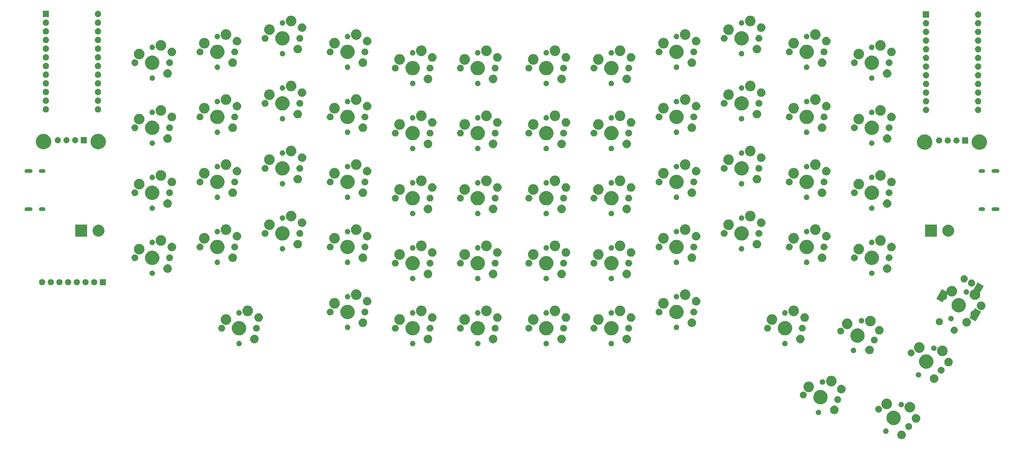
<source format=gbr>
G04 #@! TF.GenerationSoftware,KiCad,Pcbnew,(5.1.6)-1*
G04 #@! TF.CreationDate,2020-10-02T12:38:06+08:00*
G04 #@! TF.ProjectId,Galia,47616c69-612e-46b6-9963-61645f706362,rev?*
G04 #@! TF.SameCoordinates,Original*
G04 #@! TF.FileFunction,Soldermask,Top*
G04 #@! TF.FilePolarity,Negative*
%FSLAX46Y46*%
G04 Gerber Fmt 4.6, Leading zero omitted, Abs format (unit mm)*
G04 Created by KiCad (PCBNEW (5.1.6)-1) date 2020-10-02 12:38:06*
%MOMM*%
%LPD*%
G01*
G04 APERTURE LIST*
%ADD10C,0.100000*%
G04 APERTURE END LIST*
D10*
G36*
X308530766Y-157031307D02*
G01*
X308758434Y-157125610D01*
X308963329Y-157262517D01*
X309137578Y-157436766D01*
X309274485Y-157641661D01*
X309368788Y-157869329D01*
X309416863Y-158111019D01*
X309416863Y-158357445D01*
X309368788Y-158599135D01*
X309274485Y-158826803D01*
X309137578Y-159031698D01*
X308963329Y-159205947D01*
X308758434Y-159342854D01*
X308758433Y-159342855D01*
X308758432Y-159342855D01*
X308530766Y-159437157D01*
X308289077Y-159485232D01*
X308042649Y-159485232D01*
X307800960Y-159437157D01*
X307573294Y-159342855D01*
X307573293Y-159342855D01*
X307573292Y-159342854D01*
X307368397Y-159205947D01*
X307194148Y-159031698D01*
X307057241Y-158826803D01*
X306962938Y-158599135D01*
X306914863Y-158357445D01*
X306914863Y-158111019D01*
X306962938Y-157869329D01*
X307057241Y-157641661D01*
X307194148Y-157436766D01*
X307368397Y-157262517D01*
X307573292Y-157125610D01*
X307800960Y-157031307D01*
X308042649Y-156983232D01*
X308289077Y-156983232D01*
X308530766Y-157031307D01*
G37*
G36*
X303827391Y-156383147D02*
G01*
X303951010Y-156434352D01*
X303973165Y-156443529D01*
X304104357Y-156531188D01*
X304215927Y-156642758D01*
X304243033Y-156683326D01*
X304303587Y-156773952D01*
X304363968Y-156919724D01*
X304394749Y-157074473D01*
X304394749Y-157232259D01*
X304363968Y-157387008D01*
X304303587Y-157532780D01*
X304303586Y-157532782D01*
X304215927Y-157663974D01*
X304104357Y-157775544D01*
X303973165Y-157863203D01*
X303973164Y-157863204D01*
X303973163Y-157863204D01*
X303827391Y-157923585D01*
X303672642Y-157954366D01*
X303514856Y-157954366D01*
X303360107Y-157923585D01*
X303214335Y-157863204D01*
X303214334Y-157863204D01*
X303214333Y-157863203D01*
X303083141Y-157775544D01*
X302971571Y-157663974D01*
X302883912Y-157532782D01*
X302883911Y-157532780D01*
X302823530Y-157387008D01*
X302792749Y-157232259D01*
X302792749Y-157074473D01*
X302823530Y-156919724D01*
X302883911Y-156773952D01*
X302944465Y-156683326D01*
X302971571Y-156642758D01*
X303083141Y-156531188D01*
X303214333Y-156443529D01*
X303236488Y-156434352D01*
X303360107Y-156383147D01*
X303514856Y-156352366D01*
X303672642Y-156352366D01*
X303827391Y-156383147D01*
G37*
G36*
X310535139Y-154833720D02*
G01*
X310717309Y-154909178D01*
X310881258Y-155018725D01*
X311020685Y-155158152D01*
X311130232Y-155322101D01*
X311205690Y-155504271D01*
X311244158Y-155697662D01*
X311244158Y-155894842D01*
X311205690Y-156088233D01*
X311130232Y-156270403D01*
X311020685Y-156434352D01*
X310881258Y-156573779D01*
X310717309Y-156683326D01*
X310535139Y-156758784D01*
X310438443Y-156778018D01*
X310341749Y-156797252D01*
X310144567Y-156797252D01*
X310047873Y-156778018D01*
X309951177Y-156758784D01*
X309769007Y-156683326D01*
X309605058Y-156573779D01*
X309465631Y-156434352D01*
X309356084Y-156270403D01*
X309280626Y-156088233D01*
X309242158Y-155894842D01*
X309242158Y-155697662D01*
X309280626Y-155504271D01*
X309356084Y-155322101D01*
X309465631Y-155158152D01*
X309605058Y-155018725D01*
X309769007Y-154909178D01*
X309951177Y-154833720D01*
X310144567Y-154795252D01*
X310341749Y-154795252D01*
X310535139Y-154833720D01*
G37*
G36*
X306227386Y-151190401D02*
G01*
X306456588Y-151235992D01*
X306838946Y-151394370D01*
X306987722Y-151493779D01*
X307151673Y-151603327D01*
X307183059Y-151624299D01*
X307475702Y-151916942D01*
X307705631Y-152261055D01*
X307848432Y-152605806D01*
X307864009Y-152643414D01*
X307944749Y-153049320D01*
X307944749Y-153463184D01*
X307932157Y-153526486D01*
X307864009Y-153869091D01*
X307705631Y-154251449D01*
X307623085Y-154374988D01*
X307475703Y-154595561D01*
X307183058Y-154888206D01*
X307151671Y-154909178D01*
X306838946Y-155118134D01*
X306456588Y-155276512D01*
X306321285Y-155303425D01*
X306050681Y-155357252D01*
X305636817Y-155357252D01*
X305366213Y-155303425D01*
X305230910Y-155276512D01*
X304848552Y-155118134D01*
X304535827Y-154909178D01*
X304504440Y-154888206D01*
X304211795Y-154595561D01*
X304064413Y-154374988D01*
X303981867Y-154251449D01*
X303823489Y-153869091D01*
X303755341Y-153526486D01*
X303742749Y-153463184D01*
X303742749Y-153049320D01*
X303823489Y-152643414D01*
X303839067Y-152605806D01*
X303981867Y-152261055D01*
X304211796Y-151916942D01*
X304504439Y-151624299D01*
X304535826Y-151603327D01*
X304699776Y-151493779D01*
X304848552Y-151394370D01*
X305230910Y-151235992D01*
X305460112Y-151190401D01*
X305636817Y-151155252D01*
X306050681Y-151155252D01*
X306227386Y-151190401D01*
G37*
G36*
X312763298Y-152200347D02*
G01*
X312979569Y-152289929D01*
X312990966Y-152294650D01*
X313195861Y-152431557D01*
X313370110Y-152605806D01*
X313507017Y-152810701D01*
X313601320Y-153038369D01*
X313649395Y-153280059D01*
X313649395Y-153526485D01*
X313601320Y-153768175D01*
X313507017Y-153995843D01*
X313370110Y-154200738D01*
X313195861Y-154374987D01*
X312990966Y-154511894D01*
X312990965Y-154511895D01*
X312990964Y-154511895D01*
X312763298Y-154606197D01*
X312521609Y-154654272D01*
X312275181Y-154654272D01*
X312033492Y-154606197D01*
X311805826Y-154511895D01*
X311805825Y-154511895D01*
X311805824Y-154511894D01*
X311600929Y-154374987D01*
X311426680Y-154200738D01*
X311289773Y-153995843D01*
X311195470Y-153768175D01*
X311147395Y-153526485D01*
X311147395Y-153280059D01*
X311195470Y-153038369D01*
X311289773Y-152810701D01*
X311426680Y-152605806D01*
X311600929Y-152431557D01*
X311805824Y-152294650D01*
X311817222Y-152289929D01*
X312033492Y-152200347D01*
X312275181Y-152152272D01*
X312521609Y-152152272D01*
X312763298Y-152200347D01*
G37*
G36*
X284083774Y-150897532D02*
G01*
X284229546Y-150957913D01*
X284229548Y-150957914D01*
X284360740Y-151045573D01*
X284472310Y-151157143D01*
X284555449Y-151281571D01*
X284559970Y-151288337D01*
X284620351Y-151434109D01*
X284651132Y-151588858D01*
X284651132Y-151746644D01*
X284620351Y-151901393D01*
X284559970Y-152047165D01*
X284559969Y-152047167D01*
X284472310Y-152178359D01*
X284360740Y-152289929D01*
X284229548Y-152377588D01*
X284229547Y-152377589D01*
X284229546Y-152377589D01*
X284083774Y-152437970D01*
X283929025Y-152468751D01*
X283771239Y-152468751D01*
X283616490Y-152437970D01*
X283470718Y-152377589D01*
X283470717Y-152377589D01*
X283470716Y-152377588D01*
X283339524Y-152289929D01*
X283227954Y-152178359D01*
X283140295Y-152047167D01*
X283140294Y-152047165D01*
X283079913Y-151901393D01*
X283049132Y-151746644D01*
X283049132Y-151588858D01*
X283079913Y-151434109D01*
X283140294Y-151288337D01*
X283144815Y-151281571D01*
X283227954Y-151157143D01*
X283339524Y-151045573D01*
X283470716Y-150957914D01*
X283470718Y-150957913D01*
X283616490Y-150897532D01*
X283771239Y-150866751D01*
X283929025Y-150866751D01*
X284083774Y-150897532D01*
G37*
G36*
X288674588Y-149678305D02*
G01*
X288852747Y-149713743D01*
X289080415Y-149808046D01*
X289285310Y-149944953D01*
X289459559Y-150119202D01*
X289596466Y-150324097D01*
X289596467Y-150324099D01*
X289690769Y-150551765D01*
X289703877Y-150617661D01*
X289738844Y-150793455D01*
X289738844Y-151039881D01*
X289690769Y-151281571D01*
X289596466Y-151509239D01*
X289459559Y-151714134D01*
X289285310Y-151888383D01*
X289080415Y-152025290D01*
X289080414Y-152025291D01*
X289080413Y-152025291D01*
X288852747Y-152119593D01*
X288611058Y-152167668D01*
X288364630Y-152167668D01*
X288122941Y-152119593D01*
X287895275Y-152025291D01*
X287895274Y-152025291D01*
X287895273Y-152025290D01*
X287690378Y-151888383D01*
X287516129Y-151714134D01*
X287379222Y-151509239D01*
X287284919Y-151281571D01*
X287236844Y-151039881D01*
X287236844Y-150793455D01*
X287271812Y-150617661D01*
X287284919Y-150551765D01*
X287379221Y-150324099D01*
X287379222Y-150324097D01*
X287516129Y-150119202D01*
X287690378Y-149944953D01*
X287895273Y-149808046D01*
X288122941Y-149713743D01*
X288301100Y-149678305D01*
X288364630Y-149665668D01*
X288611058Y-149665668D01*
X288674588Y-149678305D01*
G37*
G36*
X301639625Y-149734486D02*
G01*
X301736321Y-149753720D01*
X301918491Y-149829178D01*
X302082440Y-149938725D01*
X302221867Y-150078152D01*
X302276648Y-150160138D01*
X302331415Y-150242103D01*
X302406872Y-150424272D01*
X302445340Y-150617661D01*
X302445340Y-150814843D01*
X302406872Y-151008232D01*
X302345191Y-151157144D01*
X302331414Y-151190403D01*
X302221867Y-151354352D01*
X302082440Y-151493779D01*
X301918491Y-151603326D01*
X301736321Y-151678784D01*
X301542931Y-151717252D01*
X301345749Y-151717252D01*
X301152359Y-151678784D01*
X300970189Y-151603326D01*
X300806240Y-151493779D01*
X300666813Y-151354352D01*
X300557266Y-151190403D01*
X300543490Y-151157144D01*
X300481808Y-151008232D01*
X300443340Y-150814843D01*
X300443340Y-150617661D01*
X300481808Y-150424272D01*
X300557265Y-150242103D01*
X300612032Y-150160138D01*
X300666813Y-150078152D01*
X300806240Y-149938725D01*
X300970189Y-149829178D01*
X301152359Y-149753720D01*
X301249055Y-149734486D01*
X301345749Y-149715252D01*
X301542931Y-149715252D01*
X301639625Y-149734486D01*
G37*
G36*
X310801952Y-148588919D02*
G01*
X311035864Y-148635447D01*
X311318128Y-148752364D01*
X311572159Y-148922102D01*
X311788195Y-149138138D01*
X311957933Y-149392169D01*
X312071219Y-149665668D01*
X312074850Y-149674434D01*
X312134454Y-149974082D01*
X312134454Y-150279604D01*
X312105678Y-150424271D01*
X312074850Y-150579253D01*
X311957933Y-150861517D01*
X311788195Y-151115548D01*
X311572159Y-151331584D01*
X311318128Y-151501322D01*
X311035864Y-151618239D01*
X310886039Y-151648041D01*
X310736215Y-151677843D01*
X310430693Y-151677843D01*
X310280869Y-151648041D01*
X310131044Y-151618239D01*
X309848780Y-151501322D01*
X309594749Y-151331584D01*
X309378713Y-151115548D01*
X309208975Y-150861517D01*
X309092058Y-150579253D01*
X309061230Y-150424271D01*
X309032454Y-150279604D01*
X309032454Y-149974082D01*
X309086437Y-149702691D01*
X309088839Y-149678305D01*
X309087865Y-149668412D01*
X309096119Y-149658354D01*
X309107667Y-149636751D01*
X309208975Y-149392169D01*
X309378713Y-149138138D01*
X309594749Y-148922102D01*
X309848780Y-148752364D01*
X310131044Y-148635447D01*
X310364956Y-148588919D01*
X310430693Y-148575843D01*
X310736215Y-148575843D01*
X310801952Y-148588919D01*
G37*
G36*
X304116777Y-147630349D02*
G01*
X304266602Y-147660151D01*
X304548866Y-147777068D01*
X304802897Y-147946806D01*
X305018933Y-148162842D01*
X305188671Y-148416873D01*
X305305588Y-148699137D01*
X305316978Y-148756397D01*
X305365192Y-148998786D01*
X305365192Y-149304308D01*
X305335390Y-149454132D01*
X305305588Y-149603957D01*
X305188671Y-149886221D01*
X305018933Y-150140252D01*
X304802897Y-150356288D01*
X304548866Y-150526026D01*
X304266602Y-150642943D01*
X304116777Y-150672745D01*
X303966953Y-150702547D01*
X303661431Y-150702547D01*
X303511607Y-150672745D01*
X303361782Y-150642943D01*
X303079518Y-150526026D01*
X302825487Y-150356288D01*
X302609451Y-150140252D01*
X302439713Y-149886221D01*
X302322796Y-149603957D01*
X302292994Y-149454132D01*
X302263192Y-149304308D01*
X302263192Y-148998786D01*
X302311406Y-148756397D01*
X302322796Y-148699137D01*
X302439713Y-148416873D01*
X302609451Y-148162842D01*
X302825487Y-147946806D01*
X303079518Y-147777068D01*
X303361782Y-147660151D01*
X303511607Y-147630349D01*
X303661431Y-147600547D01*
X303966953Y-147600547D01*
X304116777Y-147630349D01*
G37*
G36*
X308327391Y-148588919D02*
G01*
X308473163Y-148649300D01*
X308473165Y-148649301D01*
X308604357Y-148736960D01*
X308715927Y-148848530D01*
X308803586Y-148979722D01*
X308803587Y-148979724D01*
X308863968Y-149125496D01*
X308894749Y-149280245D01*
X308894749Y-149438032D01*
X308869589Y-149564524D01*
X308867187Y-149588910D01*
X308868161Y-149598801D01*
X308859907Y-149608859D01*
X308848356Y-149630470D01*
X308803587Y-149738553D01*
X308774499Y-149782086D01*
X308715927Y-149869746D01*
X308604357Y-149981316D01*
X308473165Y-150068975D01*
X308473164Y-150068976D01*
X308473163Y-150068976D01*
X308327391Y-150129357D01*
X308172642Y-150160138D01*
X308014856Y-150160138D01*
X307860107Y-150129357D01*
X307714335Y-150068976D01*
X307714334Y-150068976D01*
X307714333Y-150068975D01*
X307583141Y-149981316D01*
X307471571Y-149869746D01*
X307383912Y-149738554D01*
X307358956Y-149678305D01*
X307323530Y-149592780D01*
X307292749Y-149438031D01*
X307292749Y-149280245D01*
X307323530Y-149125496D01*
X307383911Y-148979724D01*
X307383912Y-148979722D01*
X307471571Y-148848530D01*
X307583141Y-148736960D01*
X307714333Y-148649301D01*
X307714335Y-148649300D01*
X307860107Y-148588919D01*
X308014856Y-148558138D01*
X308172642Y-148558138D01*
X308327391Y-148588919D01*
G37*
G36*
X284915036Y-145159076D02*
G01*
X285050339Y-145185989D01*
X285432697Y-145344367D01*
X285555306Y-145426292D01*
X285776809Y-145574295D01*
X286069454Y-145866940D01*
X286182849Y-146036648D01*
X286299382Y-146211052D01*
X286457760Y-146593410D01*
X286467379Y-146641767D01*
X286538500Y-146999317D01*
X286538500Y-147413181D01*
X286520095Y-147505708D01*
X286457760Y-147819088D01*
X286345770Y-148089455D01*
X286299383Y-148201444D01*
X286069454Y-148545558D01*
X285776809Y-148838203D01*
X285761352Y-148848531D01*
X285432697Y-149068131D01*
X285050339Y-149226509D01*
X284915036Y-149253422D01*
X284644432Y-149307249D01*
X284230568Y-149307249D01*
X283959964Y-149253422D01*
X283824661Y-149226509D01*
X283442303Y-149068131D01*
X283113648Y-148848531D01*
X283098191Y-148838203D01*
X282805546Y-148545558D01*
X282575617Y-148201444D01*
X282529230Y-148089455D01*
X282417240Y-147819088D01*
X282354905Y-147505708D01*
X282336500Y-147413181D01*
X282336500Y-146999317D01*
X282407621Y-146641767D01*
X282417240Y-146593410D01*
X282575618Y-146211052D01*
X282692151Y-146036648D01*
X282805546Y-145866940D01*
X283098191Y-145574295D01*
X283319694Y-145426292D01*
X283442303Y-145344367D01*
X283824661Y-145185989D01*
X283959964Y-145159076D01*
X284230568Y-145105249D01*
X284644432Y-145105249D01*
X284915036Y-145159076D01*
G37*
G36*
X289669325Y-146887556D02*
G01*
X289766021Y-146906790D01*
X289948191Y-146982248D01*
X290112140Y-147091795D01*
X290251567Y-147231222D01*
X290361114Y-147395171D01*
X290436572Y-147577341D01*
X290475040Y-147770732D01*
X290475040Y-147967912D01*
X290436572Y-148161303D01*
X290361114Y-148343473D01*
X290251567Y-148507422D01*
X290112140Y-148646849D01*
X289948191Y-148756396D01*
X289766021Y-148831854D01*
X289682185Y-148848530D01*
X289572631Y-148870322D01*
X289375449Y-148870322D01*
X289265895Y-148848530D01*
X289182059Y-148831854D01*
X288999889Y-148756396D01*
X288835940Y-148646849D01*
X288696513Y-148507422D01*
X288586966Y-148343473D01*
X288511508Y-148161303D01*
X288473040Y-147967912D01*
X288473040Y-147770732D01*
X288511508Y-147577341D01*
X288586966Y-147395171D01*
X288696513Y-147231222D01*
X288835940Y-147091795D01*
X288999889Y-146982248D01*
X289182059Y-146906790D01*
X289278755Y-146887556D01*
X289375449Y-146868322D01*
X289572631Y-146868322D01*
X289669325Y-146887556D01*
G37*
G36*
X279692941Y-145580644D02*
G01*
X279875111Y-145656102D01*
X280039060Y-145765649D01*
X280178487Y-145905076D01*
X280266400Y-146036648D01*
X280288035Y-146069027D01*
X280310135Y-146122381D01*
X280363492Y-146251195D01*
X280401960Y-146444586D01*
X280401960Y-146641766D01*
X280363492Y-146835157D01*
X280288034Y-147017327D01*
X280178487Y-147181276D01*
X280039060Y-147320703D01*
X279875111Y-147430250D01*
X279692941Y-147505708D01*
X279596245Y-147524942D01*
X279499551Y-147544176D01*
X279302369Y-147544176D01*
X279205675Y-147524942D01*
X279108979Y-147505708D01*
X278926809Y-147430250D01*
X278762860Y-147320703D01*
X278623433Y-147181276D01*
X278513886Y-147017327D01*
X278438428Y-146835157D01*
X278399960Y-146641766D01*
X278399960Y-146444586D01*
X278438428Y-146251195D01*
X278491785Y-146122381D01*
X278513885Y-146069027D01*
X278535520Y-146036648D01*
X278623433Y-145905076D01*
X278762860Y-145765649D01*
X278926809Y-145656102D01*
X279108979Y-145580644D01*
X279302369Y-145542176D01*
X279499551Y-145542176D01*
X279692941Y-145580644D01*
G37*
G36*
X290914368Y-143630798D02*
G01*
X291095889Y-143705986D01*
X291142036Y-143725101D01*
X291346931Y-143862008D01*
X291521180Y-144036257D01*
X291658087Y-144241152D01*
X291658088Y-144241154D01*
X291752390Y-144468820D01*
X291800465Y-144710509D01*
X291800465Y-144956937D01*
X291752390Y-145198626D01*
X291670878Y-145395415D01*
X291658087Y-145426294D01*
X291521180Y-145631189D01*
X291346931Y-145805438D01*
X291142036Y-145942345D01*
X291142035Y-145942346D01*
X291142034Y-145942346D01*
X290914368Y-146036648D01*
X290672679Y-146084723D01*
X290426251Y-146084723D01*
X290184562Y-146036648D01*
X289956896Y-145942346D01*
X289956895Y-145942346D01*
X289956894Y-145942345D01*
X289751999Y-145805438D01*
X289577750Y-145631189D01*
X289440843Y-145426294D01*
X289428053Y-145395415D01*
X289346540Y-145198626D01*
X289298465Y-144956937D01*
X289298465Y-144710509D01*
X289346540Y-144468820D01*
X289440842Y-144241154D01*
X289440843Y-144241152D01*
X289577750Y-144036257D01*
X289751999Y-143862008D01*
X289956894Y-143725101D01*
X290003042Y-143705986D01*
X290184562Y-143630798D01*
X290426251Y-143582723D01*
X290672679Y-143582723D01*
X290914368Y-143630798D01*
G37*
G36*
X281276008Y-142665854D02*
G01*
X281444042Y-142699278D01*
X281726306Y-142816195D01*
X281980337Y-142985933D01*
X282196373Y-143201969D01*
X282366111Y-143456000D01*
X282483028Y-143738264D01*
X282483028Y-143738265D01*
X282542303Y-144036257D01*
X282542632Y-144037914D01*
X282542632Y-144343434D01*
X282483028Y-144643084D01*
X282366111Y-144925348D01*
X282196373Y-145179379D01*
X281980337Y-145395415D01*
X281726306Y-145565153D01*
X281444042Y-145682070D01*
X281294217Y-145711872D01*
X281144393Y-145741674D01*
X280838871Y-145741674D01*
X280689047Y-145711872D01*
X280539222Y-145682070D01*
X280256958Y-145565153D01*
X280002927Y-145395415D01*
X279786891Y-145179379D01*
X279617153Y-144925348D01*
X279500236Y-144643084D01*
X279440632Y-144343434D01*
X279440632Y-144037914D01*
X279440962Y-144036257D01*
X279500236Y-143738265D01*
X279500236Y-143738264D01*
X279617153Y-143456000D01*
X279786891Y-143201969D01*
X280002927Y-142985933D01*
X280256958Y-142816195D01*
X280539222Y-142699278D01*
X280707256Y-142665854D01*
X280838871Y-142639674D01*
X281144393Y-142639674D01*
X281276008Y-142665854D01*
G37*
G36*
X287921428Y-140980048D02*
G01*
X288071253Y-141009850D01*
X288353517Y-141126767D01*
X288607548Y-141296505D01*
X288823584Y-141512541D01*
X288993322Y-141766572D01*
X289110239Y-142048836D01*
X289110239Y-142048837D01*
X289166773Y-142333049D01*
X289169843Y-142348486D01*
X289169843Y-142654006D01*
X289110239Y-142953656D01*
X288993322Y-143235920D01*
X288823584Y-143489951D01*
X288607548Y-143705987D01*
X288353517Y-143875725D01*
X288071253Y-143992642D01*
X287921428Y-144022444D01*
X287771604Y-144052246D01*
X287466082Y-144052246D01*
X287316258Y-144022444D01*
X287166433Y-143992642D01*
X286884169Y-143875725D01*
X286630138Y-143705987D01*
X286414102Y-143489951D01*
X286244364Y-143235920D01*
X286127447Y-142953656D01*
X286073464Y-142682265D01*
X286066351Y-142658816D01*
X286061664Y-142650047D01*
X286065441Y-142637596D01*
X286067843Y-142613209D01*
X286067843Y-142348485D01*
X286127447Y-142048837D01*
X286127447Y-142048836D01*
X286244364Y-141766572D01*
X286414102Y-141512541D01*
X286630138Y-141296505D01*
X286884169Y-141126767D01*
X287166433Y-141009850D01*
X287316258Y-140980048D01*
X287466082Y-140950246D01*
X287771604Y-140950246D01*
X287921428Y-140980048D01*
G37*
G36*
X285258510Y-141974528D02*
G01*
X285404282Y-142034909D01*
X285404284Y-142034910D01*
X285535476Y-142122569D01*
X285647046Y-142234139D01*
X285734705Y-142365331D01*
X285734706Y-142365333D01*
X285795087Y-142511105D01*
X285820247Y-142637595D01*
X285827360Y-142661044D01*
X285832047Y-142669813D01*
X285828270Y-142682265D01*
X285825868Y-142706651D01*
X285825868Y-142823640D01*
X285795087Y-142978389D01*
X285789665Y-142991478D01*
X285734705Y-143124163D01*
X285647046Y-143255355D01*
X285535476Y-143366925D01*
X285404284Y-143454584D01*
X285404283Y-143454585D01*
X285404282Y-143454585D01*
X285258510Y-143514966D01*
X285103761Y-143545747D01*
X284945975Y-143545747D01*
X284791226Y-143514966D01*
X284645454Y-143454585D01*
X284645453Y-143454585D01*
X284645452Y-143454584D01*
X284514260Y-143366925D01*
X284402690Y-143255355D01*
X284315031Y-143124163D01*
X284260071Y-142991478D01*
X284254649Y-142978389D01*
X284223868Y-142823640D01*
X284223868Y-142665854D01*
X284254649Y-142511105D01*
X284315030Y-142365333D01*
X284315031Y-142365331D01*
X284402690Y-142234139D01*
X284514260Y-142122569D01*
X284645452Y-142034910D01*
X284645454Y-142034909D01*
X284791226Y-141974528D01*
X284945975Y-141943747D01*
X285103761Y-141943747D01*
X285258510Y-141974528D01*
G37*
G36*
X318055767Y-140537553D02*
G01*
X318283435Y-140631856D01*
X318488330Y-140768763D01*
X318662579Y-140943012D01*
X318799486Y-141147907D01*
X318799487Y-141147909D01*
X318893789Y-141375575D01*
X318941864Y-141617264D01*
X318941864Y-141863692D01*
X318905036Y-142048837D01*
X318893789Y-142105381D01*
X318799486Y-142333049D01*
X318662579Y-142537944D01*
X318488330Y-142712193D01*
X318283435Y-142849100D01*
X318283434Y-142849101D01*
X318283433Y-142849101D01*
X318055767Y-142943403D01*
X317814078Y-142991478D01*
X317567650Y-142991478D01*
X317325961Y-142943403D01*
X317098295Y-142849101D01*
X317098294Y-142849101D01*
X317098293Y-142849100D01*
X316893398Y-142712193D01*
X316719149Y-142537944D01*
X316582242Y-142333049D01*
X316487939Y-142105381D01*
X316476692Y-142048837D01*
X316439864Y-141863692D01*
X316439864Y-141617264D01*
X316487939Y-141375575D01*
X316582241Y-141147909D01*
X316582242Y-141147907D01*
X316719149Y-140943012D01*
X316893398Y-140768763D01*
X317098293Y-140631856D01*
X317325961Y-140537553D01*
X317567650Y-140489478D01*
X317814078Y-140489478D01*
X318055767Y-140537553D01*
G37*
G36*
X313352392Y-139889393D02*
G01*
X313476011Y-139940598D01*
X313498166Y-139949775D01*
X313629358Y-140037434D01*
X313740928Y-140149004D01*
X313768034Y-140189572D01*
X313828588Y-140280198D01*
X313888969Y-140425970D01*
X313919750Y-140580719D01*
X313919750Y-140738505D01*
X313888969Y-140893254D01*
X313865362Y-140950246D01*
X313828587Y-141039028D01*
X313740928Y-141170220D01*
X313629358Y-141281790D01*
X313498166Y-141369449D01*
X313498165Y-141369450D01*
X313498164Y-141369450D01*
X313352392Y-141429831D01*
X313197643Y-141460612D01*
X313039857Y-141460612D01*
X312885108Y-141429831D01*
X312739336Y-141369450D01*
X312739335Y-141369450D01*
X312739334Y-141369449D01*
X312608142Y-141281790D01*
X312496572Y-141170220D01*
X312408913Y-141039028D01*
X312372138Y-140950246D01*
X312348531Y-140893254D01*
X312317750Y-140738505D01*
X312317750Y-140580719D01*
X312348531Y-140425970D01*
X312408912Y-140280198D01*
X312469466Y-140189572D01*
X312496572Y-140149004D01*
X312608142Y-140037434D01*
X312739334Y-139949775D01*
X312761489Y-139940598D01*
X312885108Y-139889393D01*
X313039857Y-139858612D01*
X313197643Y-139858612D01*
X313352392Y-139889393D01*
G37*
G36*
X320060140Y-138339966D02*
G01*
X320242310Y-138415424D01*
X320406259Y-138524971D01*
X320545686Y-138664398D01*
X320655233Y-138828347D01*
X320730691Y-139010517D01*
X320769159Y-139203908D01*
X320769159Y-139401088D01*
X320730691Y-139594479D01*
X320655233Y-139776649D01*
X320545686Y-139940598D01*
X320406259Y-140080025D01*
X320242310Y-140189572D01*
X320060140Y-140265030D01*
X319866750Y-140303498D01*
X319669568Y-140303498D01*
X319476178Y-140265030D01*
X319294008Y-140189572D01*
X319130059Y-140080025D01*
X318990632Y-139940598D01*
X318881085Y-139776649D01*
X318805627Y-139594479D01*
X318767159Y-139401088D01*
X318767159Y-139203908D01*
X318805627Y-139010517D01*
X318881085Y-138828347D01*
X318990632Y-138664398D01*
X319130059Y-138524971D01*
X319294008Y-138415424D01*
X319476178Y-138339966D01*
X319669568Y-138301498D01*
X319866750Y-138301498D01*
X320060140Y-138339966D01*
G37*
G36*
X315752387Y-134696647D02*
G01*
X315981589Y-134742238D01*
X316363947Y-134900616D01*
X316512723Y-135000025D01*
X316676674Y-135109573D01*
X316708060Y-135130545D01*
X317000703Y-135423188D01*
X317230632Y-135767301D01*
X317373433Y-136112052D01*
X317389010Y-136149660D01*
X317469750Y-136555566D01*
X317469750Y-136969430D01*
X317457158Y-137032732D01*
X317389010Y-137375337D01*
X317230632Y-137757695D01*
X317148086Y-137881234D01*
X317000704Y-138101807D01*
X316708059Y-138394452D01*
X316676672Y-138415424D01*
X316363947Y-138624380D01*
X315981589Y-138782758D01*
X315846286Y-138809671D01*
X315575682Y-138863498D01*
X315161818Y-138863498D01*
X314891214Y-138809671D01*
X314755911Y-138782758D01*
X314373553Y-138624380D01*
X314060828Y-138415424D01*
X314029441Y-138394452D01*
X313736796Y-138101807D01*
X313589414Y-137881234D01*
X313506868Y-137757695D01*
X313348490Y-137375337D01*
X313280342Y-137032732D01*
X313267750Y-136969430D01*
X313267750Y-136555566D01*
X313348490Y-136149660D01*
X313364068Y-136112052D01*
X313506868Y-135767301D01*
X313736797Y-135423188D01*
X314029440Y-135130545D01*
X314060827Y-135109573D01*
X314224777Y-135000025D01*
X314373553Y-134900616D01*
X314755911Y-134742238D01*
X314985113Y-134696647D01*
X315161818Y-134661498D01*
X315575682Y-134661498D01*
X315752387Y-134696647D01*
G37*
G36*
X322288299Y-135706593D02*
G01*
X322434862Y-135767301D01*
X322515967Y-135800896D01*
X322720862Y-135937803D01*
X322895111Y-136112052D01*
X323032018Y-136316947D01*
X323126321Y-136544615D01*
X323174396Y-136786305D01*
X323174396Y-137032731D01*
X323126321Y-137274421D01*
X323032018Y-137502089D01*
X322895111Y-137706984D01*
X322720862Y-137881233D01*
X322515967Y-138018140D01*
X322515966Y-138018141D01*
X322515965Y-138018141D01*
X322288299Y-138112443D01*
X322046610Y-138160518D01*
X321800182Y-138160518D01*
X321558493Y-138112443D01*
X321330827Y-138018141D01*
X321330826Y-138018141D01*
X321330825Y-138018140D01*
X321125930Y-137881233D01*
X320951681Y-137706984D01*
X320814774Y-137502089D01*
X320720471Y-137274421D01*
X320672396Y-137032731D01*
X320672396Y-136786305D01*
X320720471Y-136544615D01*
X320814774Y-136316947D01*
X320951681Y-136112052D01*
X321125930Y-135937803D01*
X321330825Y-135800896D01*
X321411931Y-135767301D01*
X321558493Y-135706593D01*
X321800182Y-135658518D01*
X322046610Y-135658518D01*
X322288299Y-135706593D01*
G37*
G36*
X311127721Y-133233391D02*
G01*
X311261322Y-133259966D01*
X311443492Y-133335424D01*
X311607441Y-133444971D01*
X311746868Y-133584398D01*
X311856415Y-133748347D01*
X311931873Y-133930517D01*
X311946992Y-134006526D01*
X311970341Y-134123907D01*
X311970341Y-134321089D01*
X311968902Y-134328321D01*
X311931873Y-134514479D01*
X311856415Y-134696649D01*
X311746868Y-134860598D01*
X311607441Y-135000025D01*
X311443492Y-135109572D01*
X311261322Y-135185030D01*
X311164626Y-135204264D01*
X311067932Y-135223498D01*
X310870750Y-135223498D01*
X310774056Y-135204264D01*
X310677360Y-135185030D01*
X310495190Y-135109572D01*
X310331241Y-135000025D01*
X310191814Y-134860598D01*
X310082267Y-134696649D01*
X310006809Y-134514479D01*
X309969780Y-134328321D01*
X309968341Y-134321089D01*
X309968341Y-134123907D01*
X309991690Y-134006526D01*
X310006809Y-133930517D01*
X310082267Y-133748347D01*
X310191814Y-133584398D01*
X310331241Y-133444971D01*
X310495190Y-133335424D01*
X310677360Y-133259966D01*
X310810961Y-133233391D01*
X310870750Y-133221498D01*
X311067932Y-133221498D01*
X311127721Y-133233391D01*
G37*
G36*
X320326953Y-132095165D02*
G01*
X320560865Y-132141693D01*
X320843129Y-132258610D01*
X321097160Y-132428348D01*
X321313196Y-132644384D01*
X321482934Y-132898415D01*
X321597357Y-133174658D01*
X321599851Y-133180680D01*
X321659455Y-133480328D01*
X321659455Y-133785850D01*
X321641656Y-133875333D01*
X321599851Y-134085499D01*
X321482934Y-134367763D01*
X321313196Y-134621794D01*
X321097160Y-134837830D01*
X320843129Y-135007568D01*
X320560865Y-135124485D01*
X320411040Y-135154287D01*
X320261216Y-135184089D01*
X319955694Y-135184089D01*
X319805870Y-135154287D01*
X319656045Y-135124485D01*
X319373781Y-135007568D01*
X319119750Y-134837830D01*
X318903714Y-134621794D01*
X318733976Y-134367763D01*
X318617059Y-134085499D01*
X318575254Y-133875333D01*
X318557455Y-133785850D01*
X318557455Y-133480328D01*
X318611438Y-133208937D01*
X318613840Y-133184551D01*
X318612866Y-133174658D01*
X318621120Y-133164600D01*
X318632668Y-133142997D01*
X318733976Y-132898415D01*
X318903714Y-132644384D01*
X319119750Y-132428348D01*
X319373781Y-132258610D01*
X319656045Y-132141693D01*
X319889957Y-132095165D01*
X319955694Y-132082089D01*
X320261216Y-132082089D01*
X320326953Y-132095165D01*
G37*
G36*
X299172176Y-132153680D02*
G01*
X299388312Y-132243206D01*
X299399844Y-132247983D01*
X299604739Y-132384890D01*
X299778988Y-132559139D01*
X299915895Y-132764034D01*
X299915896Y-132764036D01*
X300010198Y-132991702D01*
X300058273Y-133233391D01*
X300058273Y-133479819D01*
X300010198Y-133721508D01*
X299923624Y-133930518D01*
X299915895Y-133949176D01*
X299778988Y-134154071D01*
X299604739Y-134328320D01*
X299399844Y-134465227D01*
X299399843Y-134465228D01*
X299399842Y-134465228D01*
X299172176Y-134559530D01*
X298930487Y-134607605D01*
X298684059Y-134607605D01*
X298442370Y-134559530D01*
X298214704Y-134465228D01*
X298214703Y-134465228D01*
X298214702Y-134465227D01*
X298009807Y-134328320D01*
X297835558Y-134154071D01*
X297698651Y-133949176D01*
X297690923Y-133930518D01*
X297604348Y-133721508D01*
X297556273Y-133479819D01*
X297556273Y-133233391D01*
X297604348Y-132991702D01*
X297698650Y-132764036D01*
X297698651Y-132764034D01*
X297835558Y-132559139D01*
X298009807Y-132384890D01*
X298214702Y-132247983D01*
X298226235Y-132243206D01*
X298442370Y-132153680D01*
X298684059Y-132105605D01*
X298930487Y-132105605D01*
X299172176Y-132153680D01*
G37*
G36*
X294344843Y-132725700D02*
G01*
X294490615Y-132786081D01*
X294490617Y-132786082D01*
X294621809Y-132873741D01*
X294733379Y-132985311D01*
X294820104Y-133115105D01*
X294821039Y-133116505D01*
X294881420Y-133262277D01*
X294912201Y-133417026D01*
X294912201Y-133574812D01*
X294881420Y-133729561D01*
X294821039Y-133875333D01*
X294821038Y-133875335D01*
X294733379Y-134006527D01*
X294621809Y-134118097D01*
X294490617Y-134205756D01*
X294490616Y-134205757D01*
X294490615Y-134205757D01*
X294344843Y-134266138D01*
X294190094Y-134296919D01*
X294032308Y-134296919D01*
X293877559Y-134266138D01*
X293731787Y-134205757D01*
X293731786Y-134205757D01*
X293731785Y-134205756D01*
X293600593Y-134118097D01*
X293489023Y-134006527D01*
X293401364Y-133875335D01*
X293401363Y-133875333D01*
X293340982Y-133729561D01*
X293310201Y-133574812D01*
X293310201Y-133417026D01*
X293340982Y-133262277D01*
X293401363Y-133116505D01*
X293402298Y-133115105D01*
X293489023Y-132985311D01*
X293600593Y-132873741D01*
X293731785Y-132786082D01*
X293731787Y-132786081D01*
X293877559Y-132725700D01*
X294032308Y-132694919D01*
X294190094Y-132694919D01*
X294344843Y-132725700D01*
G37*
G36*
X313641778Y-131136595D02*
G01*
X313791603Y-131166397D01*
X314073867Y-131283314D01*
X314327898Y-131453052D01*
X314543934Y-131669088D01*
X314713672Y-131923119D01*
X314830589Y-132205383D01*
X314838112Y-132243206D01*
X314890193Y-132505032D01*
X314890193Y-132810554D01*
X314860391Y-132960378D01*
X314830589Y-133110203D01*
X314713672Y-133392467D01*
X314543934Y-133646498D01*
X314327898Y-133862534D01*
X314073867Y-134032272D01*
X313791603Y-134149189D01*
X313767059Y-134154071D01*
X313491954Y-134208793D01*
X313186432Y-134208793D01*
X312911327Y-134154071D01*
X312886783Y-134149189D01*
X312604519Y-134032272D01*
X312350488Y-133862534D01*
X312134452Y-133646498D01*
X311964714Y-133392467D01*
X311847797Y-133110203D01*
X311817995Y-132960378D01*
X311788193Y-132810554D01*
X311788193Y-132505032D01*
X311840274Y-132243206D01*
X311847797Y-132205383D01*
X311964714Y-131923119D01*
X312134452Y-131669088D01*
X312350488Y-131453052D01*
X312604519Y-131283314D01*
X312886783Y-131166397D01*
X313036608Y-131136595D01*
X313186432Y-131106793D01*
X313491954Y-131106793D01*
X313641778Y-131136595D01*
G37*
G36*
X317852392Y-132095165D02*
G01*
X317993659Y-132153680D01*
X317998166Y-132155547D01*
X318129358Y-132243206D01*
X318240928Y-132354776D01*
X318328587Y-132485968D01*
X318328588Y-132485970D01*
X318388969Y-132631742D01*
X318419750Y-132786491D01*
X318419750Y-132944278D01*
X318394590Y-133070770D01*
X318392188Y-133095156D01*
X318393162Y-133105047D01*
X318384908Y-133115105D01*
X318373357Y-133136716D01*
X318328588Y-133244799D01*
X318299500Y-133288332D01*
X318240928Y-133375992D01*
X318129358Y-133487562D01*
X317998166Y-133575221D01*
X317998165Y-133575222D01*
X317998164Y-133575222D01*
X317852392Y-133635603D01*
X317697643Y-133666384D01*
X317539857Y-133666384D01*
X317385108Y-133635603D01*
X317239336Y-133575222D01*
X317239335Y-133575222D01*
X317239334Y-133575221D01*
X317108142Y-133487562D01*
X316996572Y-133375992D01*
X316908913Y-133244800D01*
X316908912Y-133244798D01*
X316848531Y-133099026D01*
X316817750Y-132944277D01*
X316817750Y-132786491D01*
X316848531Y-132631742D01*
X316908912Y-132485970D01*
X316908913Y-132485968D01*
X316996572Y-132354776D01*
X317108142Y-132243206D01*
X317239334Y-132155547D01*
X317243841Y-132153680D01*
X317385108Y-132095165D01*
X317539857Y-132064384D01*
X317697643Y-132064384D01*
X317852392Y-132095165D01*
G37*
G36*
X223483641Y-130729783D02*
G01*
X223629413Y-130790164D01*
X223629415Y-130790165D01*
X223760607Y-130877824D01*
X223872177Y-130989394D01*
X223959835Y-131120585D01*
X223959837Y-131120588D01*
X224020218Y-131266360D01*
X224050999Y-131421109D01*
X224050999Y-131578895D01*
X224020218Y-131733644D01*
X223959838Y-131879413D01*
X223959836Y-131879418D01*
X223872177Y-132010610D01*
X223760607Y-132122180D01*
X223629415Y-132209839D01*
X223629414Y-132209840D01*
X223629413Y-132209840D01*
X223483641Y-132270221D01*
X223328892Y-132301002D01*
X223171106Y-132301002D01*
X223016357Y-132270221D01*
X222870585Y-132209840D01*
X222870584Y-132209840D01*
X222870583Y-132209839D01*
X222739391Y-132122180D01*
X222627821Y-132010610D01*
X222540162Y-131879418D01*
X222540160Y-131879413D01*
X222479780Y-131733644D01*
X222448999Y-131578895D01*
X222448999Y-131421109D01*
X222479780Y-131266360D01*
X222540161Y-131120588D01*
X222540163Y-131120585D01*
X222627821Y-130989394D01*
X222739391Y-130877824D01*
X222870583Y-130790165D01*
X222870585Y-130790164D01*
X223016357Y-130729783D01*
X223171106Y-130699002D01*
X223328892Y-130699002D01*
X223483641Y-130729783D01*
G37*
G36*
X274283642Y-130729781D02*
G01*
X274429414Y-130790162D01*
X274429416Y-130790163D01*
X274560608Y-130877822D01*
X274672178Y-130989392D01*
X274750622Y-131106793D01*
X274759838Y-131120586D01*
X274820219Y-131266358D01*
X274851000Y-131421107D01*
X274851000Y-131578893D01*
X274820219Y-131733642D01*
X274759838Y-131879413D01*
X274759837Y-131879416D01*
X274672178Y-132010608D01*
X274560608Y-132122178D01*
X274429416Y-132209837D01*
X274429415Y-132209838D01*
X274429414Y-132209838D01*
X274283642Y-132270219D01*
X274128893Y-132301000D01*
X273971107Y-132301000D01*
X273816358Y-132270219D01*
X273670586Y-132209838D01*
X273670585Y-132209838D01*
X273670584Y-132209837D01*
X273539392Y-132122178D01*
X273427822Y-132010608D01*
X273340163Y-131879416D01*
X273340162Y-131879413D01*
X273279781Y-131733642D01*
X273249000Y-131578893D01*
X273249000Y-131421107D01*
X273279781Y-131266358D01*
X273340162Y-131120586D01*
X273349378Y-131106793D01*
X273427822Y-130989392D01*
X273539392Y-130877822D01*
X273670584Y-130790163D01*
X273670586Y-130790162D01*
X273816358Y-130729781D01*
X273971107Y-130699000D01*
X274128893Y-130699000D01*
X274283642Y-130729781D01*
G37*
G36*
X184383642Y-130729781D02*
G01*
X184529414Y-130790162D01*
X184529416Y-130790163D01*
X184660608Y-130877822D01*
X184772178Y-130989392D01*
X184850622Y-131106793D01*
X184859838Y-131120586D01*
X184920219Y-131266358D01*
X184951000Y-131421107D01*
X184951000Y-131578893D01*
X184920219Y-131733642D01*
X184859838Y-131879413D01*
X184859837Y-131879416D01*
X184772178Y-132010608D01*
X184660608Y-132122178D01*
X184529416Y-132209837D01*
X184529415Y-132209838D01*
X184529414Y-132209838D01*
X184383642Y-132270219D01*
X184228893Y-132301000D01*
X184071107Y-132301000D01*
X183916358Y-132270219D01*
X183770586Y-132209838D01*
X183770585Y-132209838D01*
X183770584Y-132209837D01*
X183639392Y-132122178D01*
X183527822Y-132010608D01*
X183440163Y-131879416D01*
X183440162Y-131879413D01*
X183379781Y-131733642D01*
X183349000Y-131578893D01*
X183349000Y-131421107D01*
X183379781Y-131266358D01*
X183440162Y-131120586D01*
X183449378Y-131106793D01*
X183527822Y-130989392D01*
X183639392Y-130877822D01*
X183770584Y-130790163D01*
X183770586Y-130790162D01*
X183916358Y-130729781D01*
X184071107Y-130699000D01*
X184228893Y-130699000D01*
X184383642Y-130729781D01*
G37*
G36*
X114533642Y-130729781D02*
G01*
X114679414Y-130790162D01*
X114679416Y-130790163D01*
X114810608Y-130877822D01*
X114922178Y-130989392D01*
X115000622Y-131106793D01*
X115009838Y-131120586D01*
X115070219Y-131266358D01*
X115101000Y-131421107D01*
X115101000Y-131578893D01*
X115070219Y-131733642D01*
X115009838Y-131879413D01*
X115009837Y-131879416D01*
X114922178Y-132010608D01*
X114810608Y-132122178D01*
X114679416Y-132209837D01*
X114679415Y-132209838D01*
X114679414Y-132209838D01*
X114533642Y-132270219D01*
X114378893Y-132301000D01*
X114221107Y-132301000D01*
X114066358Y-132270219D01*
X113920586Y-132209838D01*
X113920585Y-132209838D01*
X113920584Y-132209837D01*
X113789392Y-132122178D01*
X113677822Y-132010608D01*
X113590163Y-131879416D01*
X113590162Y-131879413D01*
X113529781Y-131733642D01*
X113499000Y-131578893D01*
X113499000Y-131421107D01*
X113529781Y-131266358D01*
X113590162Y-131120586D01*
X113599378Y-131106793D01*
X113677822Y-130989392D01*
X113789392Y-130877822D01*
X113920584Y-130790163D01*
X113920586Y-130790162D01*
X114066358Y-130729781D01*
X114221107Y-130699000D01*
X114378893Y-130699000D01*
X114533642Y-130729781D01*
G37*
G36*
X165333642Y-130729781D02*
G01*
X165479414Y-130790162D01*
X165479416Y-130790163D01*
X165610608Y-130877822D01*
X165722178Y-130989392D01*
X165800622Y-131106793D01*
X165809838Y-131120586D01*
X165870219Y-131266358D01*
X165901000Y-131421107D01*
X165901000Y-131578893D01*
X165870219Y-131733642D01*
X165809838Y-131879413D01*
X165809837Y-131879416D01*
X165722178Y-132010608D01*
X165610608Y-132122178D01*
X165479416Y-132209837D01*
X165479415Y-132209838D01*
X165479414Y-132209838D01*
X165333642Y-132270219D01*
X165178893Y-132301000D01*
X165021107Y-132301000D01*
X164866358Y-132270219D01*
X164720586Y-132209838D01*
X164720585Y-132209838D01*
X164720584Y-132209837D01*
X164589392Y-132122178D01*
X164477822Y-132010608D01*
X164390163Y-131879416D01*
X164390162Y-131879413D01*
X164329781Y-131733642D01*
X164299000Y-131578893D01*
X164299000Y-131421107D01*
X164329781Y-131266358D01*
X164390162Y-131120586D01*
X164399378Y-131106793D01*
X164477822Y-130989392D01*
X164589392Y-130877822D01*
X164720584Y-130790163D01*
X164720586Y-130790162D01*
X164866358Y-130729781D01*
X165021107Y-130699000D01*
X165178893Y-130699000D01*
X165333642Y-130729781D01*
G37*
G36*
X204433643Y-130729780D02*
G01*
X204557798Y-130781207D01*
X204579417Y-130790162D01*
X204710609Y-130877821D01*
X204822179Y-130989391D01*
X204897524Y-131102154D01*
X204909839Y-131120585D01*
X204970220Y-131266357D01*
X205001001Y-131421106D01*
X205001001Y-131578892D01*
X204970220Y-131733641D01*
X204970218Y-131733645D01*
X204909838Y-131879415D01*
X204822179Y-132010607D01*
X204710609Y-132122177D01*
X204579417Y-132209836D01*
X204579416Y-132209837D01*
X204579415Y-132209837D01*
X204433643Y-132270218D01*
X204278894Y-132300999D01*
X204121108Y-132300999D01*
X203966359Y-132270218D01*
X203820587Y-132209837D01*
X203820586Y-132209837D01*
X203820585Y-132209836D01*
X203689393Y-132122177D01*
X203577823Y-132010607D01*
X203490164Y-131879415D01*
X203429784Y-131733645D01*
X203429782Y-131733641D01*
X203399001Y-131578892D01*
X203399001Y-131421106D01*
X203429782Y-131266357D01*
X203490163Y-131120585D01*
X203502478Y-131102154D01*
X203577823Y-130989391D01*
X203689393Y-130877821D01*
X203820585Y-130790162D01*
X203842204Y-130781207D01*
X203966359Y-130729780D01*
X204121108Y-130698999D01*
X204278894Y-130698999D01*
X204433643Y-130729780D01*
G37*
G36*
X300378075Y-129482288D02*
G01*
X300474771Y-129501522D01*
X300656941Y-129576980D01*
X300820890Y-129686527D01*
X300960317Y-129825954D01*
X301069864Y-129989903D01*
X301145322Y-130172073D01*
X301183790Y-130365464D01*
X301183790Y-130562644D01*
X301145322Y-130756035D01*
X301069864Y-130938205D01*
X300960317Y-131102154D01*
X300820890Y-131241581D01*
X300656941Y-131351128D01*
X300474771Y-131426586D01*
X300378075Y-131445820D01*
X300281381Y-131465054D01*
X300084199Y-131465054D01*
X299987505Y-131445820D01*
X299890809Y-131426586D01*
X299708639Y-131351128D01*
X299544690Y-131241581D01*
X299405263Y-131102154D01*
X299295716Y-130938205D01*
X299220258Y-130756035D01*
X299181790Y-130562644D01*
X299181790Y-130365464D01*
X299220258Y-130172073D01*
X299295716Y-129989903D01*
X299405263Y-129825954D01*
X299544690Y-129686527D01*
X299708639Y-129576980D01*
X299890809Y-129501522D01*
X299987505Y-129482288D01*
X300084199Y-129463054D01*
X300281381Y-129463054D01*
X300378075Y-129482288D01*
G37*
G36*
X228114902Y-128947077D02*
G01*
X228342566Y-129041378D01*
X228342570Y-129041380D01*
X228547465Y-129178287D01*
X228721714Y-129352536D01*
X228858620Y-129557430D01*
X228858622Y-129557433D01*
X228952924Y-129785099D01*
X229000999Y-130026788D01*
X229000999Y-130273216D01*
X228952924Y-130514905D01*
X228863919Y-130729784D01*
X228858621Y-130742573D01*
X228721714Y-130947468D01*
X228547465Y-131121717D01*
X228342570Y-131258624D01*
X228342569Y-131258625D01*
X228342568Y-131258625D01*
X228114902Y-131352927D01*
X227873213Y-131401002D01*
X227626785Y-131401002D01*
X227385096Y-131352927D01*
X227157430Y-131258625D01*
X227157429Y-131258625D01*
X227157428Y-131258624D01*
X226952533Y-131121717D01*
X226778284Y-130947468D01*
X226641377Y-130742573D01*
X226636080Y-130729784D01*
X226547074Y-130514905D01*
X226498999Y-130273216D01*
X226498999Y-130026788D01*
X226547074Y-129785099D01*
X226641376Y-129557433D01*
X226641378Y-129557430D01*
X226778284Y-129352536D01*
X226952533Y-129178287D01*
X227157428Y-129041380D01*
X227157433Y-129041378D01*
X227385096Y-128947077D01*
X227626785Y-128899002D01*
X227873213Y-128899002D01*
X228114902Y-128947077D01*
G37*
G36*
X189014903Y-128947075D02*
G01*
X189242567Y-129041376D01*
X189242571Y-129041378D01*
X189447466Y-129178285D01*
X189621715Y-129352534D01*
X189695562Y-129463054D01*
X189758623Y-129557431D01*
X189852925Y-129785097D01*
X189901000Y-130026786D01*
X189901000Y-130273214D01*
X189852925Y-130514903D01*
X189763920Y-130729782D01*
X189758622Y-130742571D01*
X189621715Y-130947466D01*
X189447466Y-131121715D01*
X189242571Y-131258622D01*
X189242570Y-131258623D01*
X189242569Y-131258623D01*
X189014903Y-131352925D01*
X188773214Y-131401000D01*
X188526786Y-131401000D01*
X188285097Y-131352925D01*
X188057431Y-131258623D01*
X188057430Y-131258623D01*
X188057429Y-131258622D01*
X187852534Y-131121715D01*
X187678285Y-130947466D01*
X187541378Y-130742571D01*
X187536081Y-130729782D01*
X187447075Y-130514903D01*
X187399000Y-130273214D01*
X187399000Y-130026786D01*
X187447075Y-129785097D01*
X187541377Y-129557431D01*
X187604438Y-129463054D01*
X187678285Y-129352534D01*
X187852534Y-129178285D01*
X188057429Y-129041378D01*
X188057434Y-129041376D01*
X188285097Y-128947075D01*
X188526786Y-128899000D01*
X188773214Y-128899000D01*
X189014903Y-128947075D01*
G37*
G36*
X169964903Y-128947075D02*
G01*
X170192567Y-129041376D01*
X170192571Y-129041378D01*
X170397466Y-129178285D01*
X170571715Y-129352534D01*
X170645562Y-129463054D01*
X170708623Y-129557431D01*
X170802925Y-129785097D01*
X170851000Y-130026786D01*
X170851000Y-130273214D01*
X170802925Y-130514903D01*
X170713920Y-130729782D01*
X170708622Y-130742571D01*
X170571715Y-130947466D01*
X170397466Y-131121715D01*
X170192571Y-131258622D01*
X170192570Y-131258623D01*
X170192569Y-131258623D01*
X169964903Y-131352925D01*
X169723214Y-131401000D01*
X169476786Y-131401000D01*
X169235097Y-131352925D01*
X169007431Y-131258623D01*
X169007430Y-131258623D01*
X169007429Y-131258622D01*
X168802534Y-131121715D01*
X168628285Y-130947466D01*
X168491378Y-130742571D01*
X168486081Y-130729782D01*
X168397075Y-130514903D01*
X168349000Y-130273214D01*
X168349000Y-130026786D01*
X168397075Y-129785097D01*
X168491377Y-129557431D01*
X168554438Y-129463054D01*
X168628285Y-129352534D01*
X168802534Y-129178285D01*
X169007429Y-129041378D01*
X169007434Y-129041376D01*
X169235097Y-128947075D01*
X169476786Y-128899000D01*
X169723214Y-128899000D01*
X169964903Y-128947075D01*
G37*
G36*
X119164903Y-128947075D02*
G01*
X119392567Y-129041376D01*
X119392571Y-129041378D01*
X119597466Y-129178285D01*
X119771715Y-129352534D01*
X119845562Y-129463054D01*
X119908623Y-129557431D01*
X120002925Y-129785097D01*
X120051000Y-130026786D01*
X120051000Y-130273214D01*
X120002925Y-130514903D01*
X119913920Y-130729782D01*
X119908622Y-130742571D01*
X119771715Y-130947466D01*
X119597466Y-131121715D01*
X119392571Y-131258622D01*
X119392570Y-131258623D01*
X119392569Y-131258623D01*
X119164903Y-131352925D01*
X118923214Y-131401000D01*
X118676786Y-131401000D01*
X118435097Y-131352925D01*
X118207431Y-131258623D01*
X118207430Y-131258623D01*
X118207429Y-131258622D01*
X118002534Y-131121715D01*
X117828285Y-130947466D01*
X117691378Y-130742571D01*
X117686081Y-130729782D01*
X117597075Y-130514903D01*
X117549000Y-130273214D01*
X117549000Y-130026786D01*
X117597075Y-129785097D01*
X117691377Y-129557431D01*
X117754438Y-129463054D01*
X117828285Y-129352534D01*
X118002534Y-129178285D01*
X118207429Y-129041378D01*
X118207434Y-129041376D01*
X118435097Y-128947075D01*
X118676786Y-128899000D01*
X118923214Y-128899000D01*
X119164903Y-128947075D01*
G37*
G36*
X278914903Y-128947075D02*
G01*
X279142567Y-129041376D01*
X279142571Y-129041378D01*
X279347466Y-129178285D01*
X279521715Y-129352534D01*
X279595562Y-129463054D01*
X279658623Y-129557431D01*
X279752925Y-129785097D01*
X279801000Y-130026786D01*
X279801000Y-130273214D01*
X279752925Y-130514903D01*
X279663920Y-130729782D01*
X279658622Y-130742571D01*
X279521715Y-130947466D01*
X279347466Y-131121715D01*
X279142571Y-131258622D01*
X279142570Y-131258623D01*
X279142569Y-131258623D01*
X278914903Y-131352925D01*
X278673214Y-131401000D01*
X278426786Y-131401000D01*
X278185097Y-131352925D01*
X277957431Y-131258623D01*
X277957430Y-131258623D01*
X277957429Y-131258622D01*
X277752534Y-131121715D01*
X277578285Y-130947466D01*
X277441378Y-130742571D01*
X277436081Y-130729782D01*
X277347075Y-130514903D01*
X277299000Y-130273214D01*
X277299000Y-130026786D01*
X277347075Y-129785097D01*
X277441377Y-129557431D01*
X277504438Y-129463054D01*
X277578285Y-129352534D01*
X277752534Y-129178285D01*
X277957429Y-129041378D01*
X277957434Y-129041376D01*
X278185097Y-128947075D01*
X278426786Y-128899000D01*
X278673214Y-128899000D01*
X278914903Y-128947075D01*
G37*
G36*
X209041009Y-128942321D02*
G01*
X209064904Y-128947074D01*
X209292572Y-129041377D01*
X209497467Y-129178284D01*
X209671716Y-129352533D01*
X209808623Y-129557428D01*
X209808624Y-129557430D01*
X209902926Y-129785096D01*
X209951001Y-130026785D01*
X209951001Y-130273213D01*
X209902926Y-130514902D01*
X209813921Y-130729781D01*
X209808623Y-130742570D01*
X209671716Y-130947465D01*
X209497467Y-131121714D01*
X209292572Y-131258621D01*
X209292571Y-131258622D01*
X209292570Y-131258622D01*
X209064904Y-131352924D01*
X208823215Y-131400999D01*
X208576787Y-131400999D01*
X208335098Y-131352924D01*
X208107432Y-131258622D01*
X208107431Y-131258622D01*
X208107430Y-131258621D01*
X207902535Y-131121714D01*
X207728286Y-130947465D01*
X207591379Y-130742570D01*
X207586082Y-130729781D01*
X207497076Y-130514902D01*
X207449001Y-130273213D01*
X207449001Y-130026785D01*
X207497076Y-129785096D01*
X207591378Y-129557430D01*
X207591379Y-129557428D01*
X207728286Y-129352533D01*
X207902535Y-129178284D01*
X208107430Y-129041377D01*
X208335098Y-128947074D01*
X208358993Y-128942321D01*
X208576787Y-128898999D01*
X208823215Y-128898999D01*
X209041009Y-128942321D01*
G37*
G36*
X295735874Y-127098589D02*
G01*
X295888726Y-127128993D01*
X296271084Y-127287371D01*
X296277986Y-127291983D01*
X296615196Y-127517299D01*
X296907841Y-127809944D01*
X296956957Y-127883452D01*
X297137769Y-128154056D01*
X297296147Y-128536414D01*
X297302134Y-128566512D01*
X297376887Y-128942321D01*
X297376887Y-129356185D01*
X297336856Y-129557433D01*
X297296147Y-129762092D01*
X297201784Y-129989905D01*
X297137770Y-130144448D01*
X296907841Y-130488562D01*
X296615196Y-130781207D01*
X296470601Y-130877822D01*
X296271084Y-131011135D01*
X295888726Y-131169513D01*
X295753423Y-131196426D01*
X295482819Y-131250253D01*
X295068955Y-131250253D01*
X294798351Y-131196426D01*
X294663048Y-131169513D01*
X294280690Y-131011135D01*
X294081173Y-130877822D01*
X293936578Y-130781207D01*
X293643933Y-130488562D01*
X293414004Y-130144448D01*
X293349990Y-129989905D01*
X293255627Y-129762092D01*
X293214918Y-129557433D01*
X293174887Y-129356185D01*
X293174887Y-128942321D01*
X293249640Y-128566512D01*
X293255627Y-128536414D01*
X293414005Y-128154056D01*
X293594817Y-127883452D01*
X293643933Y-127809944D01*
X293936578Y-127517299D01*
X294273788Y-127291983D01*
X294280690Y-127287371D01*
X294663048Y-127128993D01*
X294815900Y-127098589D01*
X295068955Y-127048253D01*
X295482819Y-127048253D01*
X295735874Y-127098589D01*
G37*
G36*
X223727535Y-124952829D02*
G01*
X223862838Y-124979742D01*
X224039517Y-125052925D01*
X224245192Y-125138118D01*
X224245196Y-125138120D01*
X224329835Y-125194674D01*
X224589308Y-125368048D01*
X224881953Y-125660693D01*
X224884658Y-125664742D01*
X225111880Y-126004803D01*
X225111882Y-126004807D01*
X225259795Y-126361899D01*
X225270259Y-126387163D01*
X225282907Y-126450750D01*
X225350999Y-126793070D01*
X225350999Y-127206934D01*
X225298357Y-127471582D01*
X225270259Y-127612841D01*
X225111881Y-127995199D01*
X225058747Y-128074720D01*
X224881954Y-128339310D01*
X224589309Y-128631955D01*
X224245196Y-128861884D01*
X223862838Y-129020262D01*
X223756690Y-129041376D01*
X223456931Y-129101002D01*
X223043067Y-129101002D01*
X222743308Y-129041376D01*
X222637160Y-129020262D01*
X222254802Y-128861884D01*
X221910689Y-128631955D01*
X221618046Y-128339312D01*
X221618045Y-128339310D01*
X221441251Y-128074720D01*
X221388117Y-127995199D01*
X221229739Y-127612841D01*
X221201641Y-127471582D01*
X221148999Y-127206934D01*
X221148999Y-126793070D01*
X221217091Y-126450750D01*
X221229739Y-126387163D01*
X221240204Y-126361899D01*
X221388116Y-126004807D01*
X221388119Y-126004803D01*
X221615340Y-125664742D01*
X221618045Y-125660693D01*
X221910690Y-125368048D01*
X222170163Y-125194674D01*
X222254802Y-125138120D01*
X222254807Y-125138118D01*
X222460481Y-125052925D01*
X222637160Y-124979742D01*
X222772463Y-124952829D01*
X223043067Y-124899002D01*
X223456931Y-124899002D01*
X223727535Y-124952829D01*
G37*
G36*
X274527536Y-124952827D02*
G01*
X274662839Y-124979740D01*
X274839523Y-125052925D01*
X275045193Y-125138116D01*
X275045197Y-125138118D01*
X275129839Y-125194674D01*
X275389309Y-125368046D01*
X275681954Y-125660691D01*
X275684661Y-125664743D01*
X275908005Y-125999000D01*
X275911883Y-126004805D01*
X275926525Y-126040155D01*
X276070260Y-126387161D01*
X276089955Y-126486173D01*
X276151000Y-126793068D01*
X276151000Y-127206932D01*
X276103180Y-127447337D01*
X276070260Y-127612839D01*
X276019302Y-127735862D01*
X275925412Y-127962534D01*
X275911882Y-127995197D01*
X275824193Y-128126433D01*
X275681954Y-128339309D01*
X275389309Y-128631954D01*
X275389306Y-128631956D01*
X275045197Y-128861882D01*
X275045196Y-128861883D01*
X275045195Y-128861883D01*
X274933206Y-128908270D01*
X274662839Y-129020260D01*
X274556681Y-129041376D01*
X274256932Y-129101000D01*
X273843068Y-129101000D01*
X273543319Y-129041376D01*
X273437161Y-129020260D01*
X273166794Y-128908270D01*
X273054805Y-128861883D01*
X273054804Y-128861883D01*
X273054803Y-128861882D01*
X272710694Y-128631956D01*
X272710691Y-128631954D01*
X272418046Y-128339309D01*
X272275807Y-128126433D01*
X272188118Y-127995197D01*
X272174589Y-127962534D01*
X272080698Y-127735862D01*
X272029740Y-127612839D01*
X271996820Y-127447337D01*
X271949000Y-127206932D01*
X271949000Y-126793068D01*
X272010045Y-126486173D01*
X272029740Y-126387161D01*
X272173475Y-126040155D01*
X272188117Y-126004805D01*
X272191996Y-125999000D01*
X272415339Y-125664743D01*
X272418046Y-125660691D01*
X272710691Y-125368046D01*
X272970161Y-125194674D01*
X273054803Y-125138118D01*
X273054808Y-125138116D01*
X273260477Y-125052925D01*
X273437161Y-124979740D01*
X273572464Y-124952827D01*
X273843068Y-124899000D01*
X274256932Y-124899000D01*
X274527536Y-124952827D01*
G37*
G36*
X165577536Y-124952827D02*
G01*
X165712839Y-124979740D01*
X165889523Y-125052925D01*
X166095193Y-125138116D01*
X166095197Y-125138118D01*
X166179839Y-125194674D01*
X166439309Y-125368046D01*
X166731954Y-125660691D01*
X166734661Y-125664743D01*
X166958005Y-125999000D01*
X166961883Y-126004805D01*
X166976525Y-126040155D01*
X167120260Y-126387161D01*
X167139955Y-126486173D01*
X167201000Y-126793068D01*
X167201000Y-127206932D01*
X167153180Y-127447337D01*
X167120260Y-127612839D01*
X167069302Y-127735862D01*
X166975412Y-127962534D01*
X166961882Y-127995197D01*
X166874193Y-128126433D01*
X166731954Y-128339309D01*
X166439309Y-128631954D01*
X166439306Y-128631956D01*
X166095197Y-128861882D01*
X166095196Y-128861883D01*
X166095195Y-128861883D01*
X165983206Y-128908270D01*
X165712839Y-129020260D01*
X165606681Y-129041376D01*
X165306932Y-129101000D01*
X164893068Y-129101000D01*
X164593319Y-129041376D01*
X164487161Y-129020260D01*
X164216794Y-128908270D01*
X164104805Y-128861883D01*
X164104804Y-128861883D01*
X164104803Y-128861882D01*
X163760694Y-128631956D01*
X163760691Y-128631954D01*
X163468046Y-128339309D01*
X163325807Y-128126433D01*
X163238118Y-127995197D01*
X163224589Y-127962534D01*
X163130698Y-127735862D01*
X163079740Y-127612839D01*
X163046820Y-127447337D01*
X162999000Y-127206932D01*
X162999000Y-126793068D01*
X163060045Y-126486173D01*
X163079740Y-126387161D01*
X163223475Y-126040155D01*
X163238117Y-126004805D01*
X163241996Y-125999000D01*
X163465339Y-125664743D01*
X163468046Y-125660691D01*
X163760691Y-125368046D01*
X164020161Y-125194674D01*
X164104803Y-125138118D01*
X164104808Y-125138116D01*
X164310477Y-125052925D01*
X164487161Y-124979740D01*
X164622464Y-124952827D01*
X164893068Y-124899000D01*
X165306932Y-124899000D01*
X165577536Y-124952827D01*
G37*
G36*
X114777536Y-124952827D02*
G01*
X114912839Y-124979740D01*
X115089523Y-125052925D01*
X115295193Y-125138116D01*
X115295197Y-125138118D01*
X115379839Y-125194674D01*
X115639309Y-125368046D01*
X115931954Y-125660691D01*
X115934661Y-125664743D01*
X116158005Y-125999000D01*
X116161883Y-126004805D01*
X116176525Y-126040155D01*
X116320260Y-126387161D01*
X116339955Y-126486173D01*
X116401000Y-126793068D01*
X116401000Y-127206932D01*
X116353180Y-127447337D01*
X116320260Y-127612839D01*
X116269302Y-127735862D01*
X116175412Y-127962534D01*
X116161882Y-127995197D01*
X116074193Y-128126433D01*
X115931954Y-128339309D01*
X115639309Y-128631954D01*
X115639306Y-128631956D01*
X115295197Y-128861882D01*
X115295196Y-128861883D01*
X115295195Y-128861883D01*
X115183206Y-128908270D01*
X114912839Y-129020260D01*
X114806681Y-129041376D01*
X114506932Y-129101000D01*
X114093068Y-129101000D01*
X113793319Y-129041376D01*
X113687161Y-129020260D01*
X113416794Y-128908270D01*
X113304805Y-128861883D01*
X113304804Y-128861883D01*
X113304803Y-128861882D01*
X112960694Y-128631956D01*
X112960691Y-128631954D01*
X112668046Y-128339309D01*
X112525807Y-128126433D01*
X112438118Y-127995197D01*
X112424589Y-127962534D01*
X112330698Y-127735862D01*
X112279740Y-127612839D01*
X112246820Y-127447337D01*
X112199000Y-127206932D01*
X112199000Y-126793068D01*
X112260045Y-126486173D01*
X112279740Y-126387161D01*
X112423475Y-126040155D01*
X112438117Y-126004805D01*
X112441996Y-125999000D01*
X112665339Y-125664743D01*
X112668046Y-125660691D01*
X112960691Y-125368046D01*
X113220161Y-125194674D01*
X113304803Y-125138118D01*
X113304808Y-125138116D01*
X113510477Y-125052925D01*
X113687161Y-124979740D01*
X113822464Y-124952827D01*
X114093068Y-124899000D01*
X114506932Y-124899000D01*
X114777536Y-124952827D01*
G37*
G36*
X184627536Y-124952827D02*
G01*
X184762839Y-124979740D01*
X184939523Y-125052925D01*
X185145193Y-125138116D01*
X185145197Y-125138118D01*
X185229839Y-125194674D01*
X185489309Y-125368046D01*
X185781954Y-125660691D01*
X185784661Y-125664743D01*
X186008005Y-125999000D01*
X186011883Y-126004805D01*
X186026525Y-126040155D01*
X186170260Y-126387161D01*
X186189955Y-126486173D01*
X186251000Y-126793068D01*
X186251000Y-127206932D01*
X186203180Y-127447337D01*
X186170260Y-127612839D01*
X186119302Y-127735862D01*
X186025412Y-127962534D01*
X186011882Y-127995197D01*
X185924193Y-128126433D01*
X185781954Y-128339309D01*
X185489309Y-128631954D01*
X185489306Y-128631956D01*
X185145197Y-128861882D01*
X185145196Y-128861883D01*
X185145195Y-128861883D01*
X185033206Y-128908270D01*
X184762839Y-129020260D01*
X184656681Y-129041376D01*
X184356932Y-129101000D01*
X183943068Y-129101000D01*
X183643319Y-129041376D01*
X183537161Y-129020260D01*
X183266794Y-128908270D01*
X183154805Y-128861883D01*
X183154804Y-128861883D01*
X183154803Y-128861882D01*
X182810694Y-128631956D01*
X182810691Y-128631954D01*
X182518046Y-128339309D01*
X182375807Y-128126433D01*
X182288118Y-127995197D01*
X182274589Y-127962534D01*
X182180698Y-127735862D01*
X182129740Y-127612839D01*
X182096820Y-127447337D01*
X182049000Y-127206932D01*
X182049000Y-126793068D01*
X182110045Y-126486173D01*
X182129740Y-126387161D01*
X182273475Y-126040155D01*
X182288117Y-126004805D01*
X182291996Y-125999000D01*
X182515339Y-125664743D01*
X182518046Y-125660691D01*
X182810691Y-125368046D01*
X183070161Y-125194674D01*
X183154803Y-125138118D01*
X183154808Y-125138116D01*
X183360477Y-125052925D01*
X183537161Y-124979740D01*
X183672464Y-124952827D01*
X183943068Y-124899000D01*
X184356932Y-124899000D01*
X184627536Y-124952827D01*
G37*
G36*
X204677537Y-124952826D02*
G01*
X204812840Y-124979739D01*
X204988527Y-125052511D01*
X205150193Y-125119475D01*
X205195198Y-125138117D01*
X205368421Y-125253861D01*
X205539310Y-125368045D01*
X205831955Y-125660690D01*
X205946139Y-125831579D01*
X206058008Y-125999002D01*
X206061884Y-126004804D01*
X206220261Y-126387160D01*
X206301001Y-126793067D01*
X206301001Y-127206931D01*
X206270494Y-127360301D01*
X206220261Y-127612838D01*
X206061883Y-127995196D01*
X206008747Y-128074720D01*
X205831955Y-128339308D01*
X205539310Y-128631953D01*
X205432355Y-128703418D01*
X205195198Y-128861881D01*
X205195197Y-128861882D01*
X205195196Y-128861882D01*
X205105587Y-128898999D01*
X204812840Y-129020259D01*
X204706677Y-129041376D01*
X204406933Y-129100999D01*
X203993069Y-129100999D01*
X203693325Y-129041376D01*
X203587162Y-129020259D01*
X203294415Y-128898999D01*
X203204806Y-128861882D01*
X203204805Y-128861882D01*
X203204804Y-128861881D01*
X202967647Y-128703418D01*
X202860692Y-128631953D01*
X202568047Y-128339308D01*
X202391255Y-128074720D01*
X202338119Y-127995196D01*
X202179741Y-127612838D01*
X202129508Y-127360301D01*
X202099001Y-127206931D01*
X202099001Y-126793067D01*
X202179741Y-126387160D01*
X202338118Y-126004804D01*
X202341995Y-125999002D01*
X202453863Y-125831579D01*
X202568047Y-125660690D01*
X202860692Y-125368045D01*
X203031581Y-125253861D01*
X203204804Y-125138117D01*
X203249810Y-125119475D01*
X203411475Y-125052511D01*
X203587162Y-124979739D01*
X203722465Y-124952826D01*
X203993069Y-124898999D01*
X204406933Y-124898999D01*
X204677537Y-124952826D01*
G37*
G36*
X302010143Y-126391871D02*
G01*
X302139891Y-126445614D01*
X302237811Y-126486174D01*
X302442706Y-126623081D01*
X302616955Y-126797330D01*
X302753862Y-127002225D01*
X302753863Y-127002227D01*
X302848165Y-127229893D01*
X302896240Y-127471582D01*
X302896240Y-127718010D01*
X302884401Y-127777527D01*
X302848165Y-127959699D01*
X302753862Y-128187367D01*
X302616955Y-128392262D01*
X302442706Y-128566511D01*
X302237811Y-128703418D01*
X302237810Y-128703419D01*
X302237809Y-128703419D01*
X302010143Y-128797721D01*
X301768454Y-128845796D01*
X301522026Y-128845796D01*
X301280337Y-128797721D01*
X301052671Y-128703419D01*
X301052670Y-128703419D01*
X301052669Y-128703418D01*
X300847774Y-128566511D01*
X300673525Y-128392262D01*
X300536618Y-128187367D01*
X300442315Y-127959699D01*
X300406079Y-127777527D01*
X300394240Y-127718010D01*
X300394240Y-127471582D01*
X300442315Y-127229893D01*
X300536617Y-127002227D01*
X300536618Y-127002225D01*
X300673525Y-126797330D01*
X300847774Y-126623081D01*
X301052669Y-126486174D01*
X301150590Y-126445614D01*
X301280337Y-126391871D01*
X301522026Y-126343796D01*
X301768454Y-126343796D01*
X302010143Y-126391871D01*
G37*
G36*
X290660965Y-126871920D02*
G01*
X290843135Y-126947378D01*
X291007084Y-127056925D01*
X291146511Y-127196352D01*
X291256058Y-127360301D01*
X291331516Y-127542471D01*
X291350537Y-127638098D01*
X291369984Y-127735861D01*
X291369984Y-127933043D01*
X291356466Y-128001000D01*
X291331516Y-128126433D01*
X291256058Y-128308603D01*
X291146511Y-128472552D01*
X291007084Y-128611979D01*
X290843135Y-128721526D01*
X290660965Y-128796984D01*
X290564269Y-128816218D01*
X290467575Y-128835452D01*
X290270393Y-128835452D01*
X290173699Y-128816218D01*
X290077003Y-128796984D01*
X289894833Y-128721526D01*
X289730884Y-128611979D01*
X289591457Y-128472552D01*
X289481910Y-128308603D01*
X289406452Y-128126433D01*
X289381502Y-128001000D01*
X289367984Y-127933043D01*
X289367984Y-127735861D01*
X289387431Y-127638098D01*
X289406452Y-127542471D01*
X289481910Y-127360301D01*
X289591457Y-127196352D01*
X289730884Y-127056925D01*
X289894833Y-126947378D01*
X290077003Y-126871920D01*
X290270393Y-126833452D01*
X290467575Y-126833452D01*
X290660965Y-126871920D01*
G37*
G36*
X323865378Y-126566276D02*
G01*
X324056647Y-126645502D01*
X324056649Y-126645503D01*
X324228787Y-126760522D01*
X324375179Y-126906914D01*
X324469619Y-127048253D01*
X324490199Y-127079054D01*
X324569425Y-127270323D01*
X324609814Y-127473371D01*
X324609814Y-127680403D01*
X324569425Y-127883451D01*
X324520734Y-128001002D01*
X324490198Y-128074722D01*
X324375179Y-128246860D01*
X324228787Y-128393252D01*
X324056649Y-128508271D01*
X324056648Y-128508272D01*
X324056647Y-128508272D01*
X323865378Y-128587498D01*
X323662330Y-128627887D01*
X323455298Y-128627887D01*
X323252250Y-128587498D01*
X323060981Y-128508272D01*
X323060980Y-128508272D01*
X323060979Y-128508271D01*
X322888841Y-128393252D01*
X322742449Y-128246860D01*
X322627430Y-128074722D01*
X322596894Y-128001002D01*
X322548203Y-127883451D01*
X322507814Y-127680403D01*
X322507814Y-127473371D01*
X322548203Y-127270323D01*
X322627429Y-127079054D01*
X322648010Y-127048253D01*
X322742449Y-126906914D01*
X322888841Y-126760522D01*
X323060979Y-126645503D01*
X323060981Y-126645502D01*
X323252250Y-126566276D01*
X323455298Y-126525887D01*
X323662330Y-126525887D01*
X323865378Y-126566276D01*
G37*
G36*
X228488902Y-126010999D02*
G01*
X228621980Y-126037470D01*
X228742755Y-126087497D01*
X228804146Y-126112926D01*
X228804150Y-126112928D01*
X228968099Y-126222475D01*
X229107526Y-126361902D01*
X229217073Y-126525851D01*
X229292531Y-126708020D01*
X229292531Y-126708022D01*
X229330999Y-126901409D01*
X229330999Y-127098592D01*
X229292531Y-127291983D01*
X229217073Y-127474153D01*
X229107526Y-127638102D01*
X228968099Y-127777529D01*
X228804150Y-127887076D01*
X228621980Y-127962534D01*
X228525284Y-127981768D01*
X228428590Y-128001002D01*
X228231408Y-128001002D01*
X228134714Y-127981768D01*
X228038018Y-127962534D01*
X227855848Y-127887076D01*
X227691899Y-127777529D01*
X227552472Y-127638102D01*
X227442925Y-127474153D01*
X227367467Y-127291983D01*
X227328999Y-127098592D01*
X227328999Y-126901412D01*
X227329000Y-126901409D01*
X227367467Y-126708022D01*
X227367468Y-126708020D01*
X227442925Y-126525851D01*
X227552472Y-126361902D01*
X227691899Y-126222475D01*
X227855848Y-126112928D01*
X227855853Y-126112926D01*
X227917243Y-126087497D01*
X228038018Y-126037470D01*
X228171096Y-126010999D01*
X228231408Y-125999002D01*
X228428590Y-125999002D01*
X228488902Y-126010999D01*
G37*
G36*
X218328902Y-126010999D02*
G01*
X218461980Y-126037470D01*
X218582755Y-126087497D01*
X218644146Y-126112926D01*
X218644150Y-126112928D01*
X218808099Y-126222475D01*
X218947526Y-126361902D01*
X219057073Y-126525851D01*
X219132531Y-126708020D01*
X219132531Y-126708022D01*
X219170999Y-126901409D01*
X219170999Y-127098592D01*
X219132531Y-127291983D01*
X219057073Y-127474153D01*
X218947526Y-127638102D01*
X218808099Y-127777529D01*
X218644150Y-127887076D01*
X218461980Y-127962534D01*
X218365284Y-127981768D01*
X218268590Y-128001002D01*
X218071408Y-128001002D01*
X217974714Y-127981768D01*
X217878018Y-127962534D01*
X217695848Y-127887076D01*
X217531899Y-127777529D01*
X217392472Y-127638102D01*
X217282925Y-127474153D01*
X217207467Y-127291983D01*
X217168999Y-127098592D01*
X217168999Y-126901412D01*
X217169000Y-126901409D01*
X217207467Y-126708022D01*
X217207468Y-126708020D01*
X217282925Y-126525851D01*
X217392472Y-126361902D01*
X217531899Y-126222475D01*
X217695848Y-126112928D01*
X217695853Y-126112926D01*
X217757243Y-126087497D01*
X217878018Y-126037470D01*
X218011096Y-126010999D01*
X218071408Y-125999002D01*
X218268590Y-125999002D01*
X218328902Y-126010999D01*
G37*
G36*
X109378913Y-126010999D02*
G01*
X109511981Y-126037468D01*
X109632763Y-126087498D01*
X109694147Y-126112924D01*
X109694151Y-126112926D01*
X109858100Y-126222473D01*
X109997527Y-126361900D01*
X110107074Y-126525849D01*
X110182532Y-126708019D01*
X110199449Y-126793067D01*
X110221000Y-126901409D01*
X110221000Y-127098591D01*
X110201766Y-127195285D01*
X110182532Y-127291981D01*
X110107074Y-127474151D01*
X109997527Y-127638100D01*
X109858100Y-127777527D01*
X109694151Y-127887074D01*
X109694150Y-127887075D01*
X109694149Y-127887075D01*
X109694144Y-127887077D01*
X109511981Y-127962532D01*
X109318591Y-128001000D01*
X109121409Y-128001000D01*
X108928019Y-127962532D01*
X108745856Y-127887077D01*
X108745851Y-127887075D01*
X108745850Y-127887075D01*
X108745849Y-127887074D01*
X108581900Y-127777527D01*
X108442473Y-127638100D01*
X108332926Y-127474151D01*
X108257468Y-127291981D01*
X108238234Y-127195285D01*
X108219000Y-127098591D01*
X108219000Y-126901409D01*
X108240551Y-126793067D01*
X108257468Y-126708019D01*
X108332926Y-126525849D01*
X108442473Y-126361900D01*
X108581900Y-126222473D01*
X108745849Y-126112926D01*
X108745854Y-126112924D01*
X108807237Y-126087498D01*
X108928019Y-126037468D01*
X109061087Y-126010999D01*
X109121409Y-125999000D01*
X109318591Y-125999000D01*
X109378913Y-126010999D01*
G37*
G36*
X269128913Y-126010999D02*
G01*
X269261981Y-126037468D01*
X269382763Y-126087498D01*
X269444147Y-126112924D01*
X269444151Y-126112926D01*
X269608100Y-126222473D01*
X269747527Y-126361900D01*
X269857074Y-126525849D01*
X269932532Y-126708019D01*
X269949449Y-126793067D01*
X269971000Y-126901409D01*
X269971000Y-127098591D01*
X269932532Y-127291981D01*
X269857074Y-127474151D01*
X269747527Y-127638100D01*
X269608100Y-127777527D01*
X269444151Y-127887074D01*
X269444150Y-127887075D01*
X269444149Y-127887075D01*
X269444144Y-127887077D01*
X269261981Y-127962532D01*
X269068591Y-128001000D01*
X268871409Y-128001000D01*
X268678019Y-127962532D01*
X268495856Y-127887077D01*
X268495851Y-127887075D01*
X268495850Y-127887075D01*
X268495849Y-127887074D01*
X268331900Y-127777527D01*
X268192473Y-127638100D01*
X268082926Y-127474151D01*
X268007468Y-127291981D01*
X267988234Y-127195285D01*
X267969000Y-127098591D01*
X267969000Y-126901409D01*
X267990551Y-126793067D01*
X268007468Y-126708019D01*
X268082926Y-126525849D01*
X268192473Y-126361900D01*
X268331900Y-126222473D01*
X268495849Y-126112926D01*
X268495854Y-126112924D01*
X268557237Y-126087498D01*
X268678019Y-126037468D01*
X268811087Y-126010999D01*
X268871409Y-125999000D01*
X269068591Y-125999000D01*
X269128913Y-126010999D01*
G37*
G36*
X189388913Y-126010999D02*
G01*
X189521981Y-126037468D01*
X189642763Y-126087498D01*
X189704147Y-126112924D01*
X189704151Y-126112926D01*
X189868100Y-126222473D01*
X190007527Y-126361900D01*
X190117074Y-126525849D01*
X190192532Y-126708019D01*
X190209449Y-126793067D01*
X190231000Y-126901409D01*
X190231000Y-127098591D01*
X190211766Y-127195285D01*
X190192532Y-127291981D01*
X190117074Y-127474151D01*
X190007527Y-127638100D01*
X189868100Y-127777527D01*
X189704151Y-127887074D01*
X189704150Y-127887075D01*
X189704149Y-127887075D01*
X189704144Y-127887077D01*
X189521981Y-127962532D01*
X189328591Y-128001000D01*
X189131409Y-128001000D01*
X188938019Y-127962532D01*
X188755856Y-127887077D01*
X188755851Y-127887075D01*
X188755850Y-127887075D01*
X188755849Y-127887074D01*
X188591900Y-127777527D01*
X188452473Y-127638100D01*
X188342926Y-127474151D01*
X188267468Y-127291981D01*
X188248234Y-127195285D01*
X188229000Y-127098591D01*
X188229000Y-126901409D01*
X188250551Y-126793067D01*
X188267468Y-126708019D01*
X188342926Y-126525849D01*
X188452473Y-126361900D01*
X188591900Y-126222473D01*
X188755849Y-126112926D01*
X188755854Y-126112924D01*
X188817237Y-126087498D01*
X188938019Y-126037468D01*
X189071087Y-126010999D01*
X189131409Y-125999000D01*
X189328591Y-125999000D01*
X189388913Y-126010999D01*
G37*
G36*
X170338913Y-126010999D02*
G01*
X170471981Y-126037468D01*
X170592763Y-126087498D01*
X170654147Y-126112924D01*
X170654151Y-126112926D01*
X170818100Y-126222473D01*
X170957527Y-126361900D01*
X171067074Y-126525849D01*
X171142532Y-126708019D01*
X171159449Y-126793067D01*
X171181000Y-126901409D01*
X171181000Y-127098591D01*
X171161766Y-127195285D01*
X171142532Y-127291981D01*
X171067074Y-127474151D01*
X170957527Y-127638100D01*
X170818100Y-127777527D01*
X170654151Y-127887074D01*
X170654150Y-127887075D01*
X170654149Y-127887075D01*
X170654144Y-127887077D01*
X170471981Y-127962532D01*
X170278591Y-128001000D01*
X170081409Y-128001000D01*
X169888019Y-127962532D01*
X169705856Y-127887077D01*
X169705851Y-127887075D01*
X169705850Y-127887075D01*
X169705849Y-127887074D01*
X169541900Y-127777527D01*
X169402473Y-127638100D01*
X169292926Y-127474151D01*
X169217468Y-127291981D01*
X169198234Y-127195285D01*
X169179000Y-127098591D01*
X169179000Y-126901409D01*
X169200551Y-126793067D01*
X169217468Y-126708019D01*
X169292926Y-126525849D01*
X169402473Y-126361900D01*
X169541900Y-126222473D01*
X169705849Y-126112926D01*
X169705854Y-126112924D01*
X169767237Y-126087498D01*
X169888019Y-126037468D01*
X170021087Y-126010999D01*
X170081409Y-125999000D01*
X170278591Y-125999000D01*
X170338913Y-126010999D01*
G37*
G36*
X160178913Y-126010999D02*
G01*
X160311981Y-126037468D01*
X160432763Y-126087498D01*
X160494147Y-126112924D01*
X160494151Y-126112926D01*
X160658100Y-126222473D01*
X160797527Y-126361900D01*
X160907074Y-126525849D01*
X160982532Y-126708019D01*
X160999449Y-126793067D01*
X161021000Y-126901409D01*
X161021000Y-127098591D01*
X161001766Y-127195285D01*
X160982532Y-127291981D01*
X160907074Y-127474151D01*
X160797527Y-127638100D01*
X160658100Y-127777527D01*
X160494151Y-127887074D01*
X160494150Y-127887075D01*
X160494149Y-127887075D01*
X160494144Y-127887077D01*
X160311981Y-127962532D01*
X160118591Y-128001000D01*
X159921409Y-128001000D01*
X159728019Y-127962532D01*
X159545856Y-127887077D01*
X159545851Y-127887075D01*
X159545850Y-127887075D01*
X159545849Y-127887074D01*
X159381900Y-127777527D01*
X159242473Y-127638100D01*
X159132926Y-127474151D01*
X159057468Y-127291981D01*
X159038234Y-127195285D01*
X159019000Y-127098591D01*
X159019000Y-126901409D01*
X159040551Y-126793067D01*
X159057468Y-126708019D01*
X159132926Y-126525849D01*
X159242473Y-126361900D01*
X159381900Y-126222473D01*
X159545849Y-126112926D01*
X159545854Y-126112924D01*
X159607237Y-126087498D01*
X159728019Y-126037468D01*
X159861087Y-126010999D01*
X159921409Y-125999000D01*
X160118591Y-125999000D01*
X160178913Y-126010999D01*
G37*
G36*
X119538913Y-126010999D02*
G01*
X119671981Y-126037468D01*
X119792763Y-126087498D01*
X119854147Y-126112924D01*
X119854151Y-126112926D01*
X120018100Y-126222473D01*
X120157527Y-126361900D01*
X120267074Y-126525849D01*
X120342532Y-126708019D01*
X120359449Y-126793067D01*
X120381000Y-126901409D01*
X120381000Y-127098591D01*
X120361766Y-127195285D01*
X120342532Y-127291981D01*
X120267074Y-127474151D01*
X120157527Y-127638100D01*
X120018100Y-127777527D01*
X119854151Y-127887074D01*
X119854150Y-127887075D01*
X119854149Y-127887075D01*
X119854144Y-127887077D01*
X119671981Y-127962532D01*
X119478591Y-128001000D01*
X119281409Y-128001000D01*
X119088019Y-127962532D01*
X118905856Y-127887077D01*
X118905851Y-127887075D01*
X118905850Y-127887075D01*
X118905849Y-127887074D01*
X118741900Y-127777527D01*
X118602473Y-127638100D01*
X118492926Y-127474151D01*
X118417468Y-127291981D01*
X118398234Y-127195285D01*
X118379000Y-127098591D01*
X118379000Y-126901409D01*
X118400551Y-126793067D01*
X118417468Y-126708019D01*
X118492926Y-126525849D01*
X118602473Y-126361900D01*
X118741900Y-126222473D01*
X118905849Y-126112926D01*
X118905854Y-126112924D01*
X118967237Y-126087498D01*
X119088019Y-126037468D01*
X119221087Y-126010999D01*
X119281409Y-125999000D01*
X119478591Y-125999000D01*
X119538913Y-126010999D01*
G37*
G36*
X179228913Y-126010999D02*
G01*
X179361981Y-126037468D01*
X179482763Y-126087498D01*
X179544147Y-126112924D01*
X179544151Y-126112926D01*
X179708100Y-126222473D01*
X179847527Y-126361900D01*
X179957074Y-126525849D01*
X180032532Y-126708019D01*
X180049449Y-126793067D01*
X180071000Y-126901409D01*
X180071000Y-127098591D01*
X180051766Y-127195285D01*
X180032532Y-127291981D01*
X179957074Y-127474151D01*
X179847527Y-127638100D01*
X179708100Y-127777527D01*
X179544151Y-127887074D01*
X179544150Y-127887075D01*
X179544149Y-127887075D01*
X179544144Y-127887077D01*
X179361981Y-127962532D01*
X179168591Y-128001000D01*
X178971409Y-128001000D01*
X178778019Y-127962532D01*
X178595856Y-127887077D01*
X178595851Y-127887075D01*
X178595850Y-127887075D01*
X178595849Y-127887074D01*
X178431900Y-127777527D01*
X178292473Y-127638100D01*
X178182926Y-127474151D01*
X178107468Y-127291981D01*
X178088234Y-127195285D01*
X178069000Y-127098591D01*
X178069000Y-126901409D01*
X178090551Y-126793067D01*
X178107468Y-126708019D01*
X178182926Y-126525849D01*
X178292473Y-126361900D01*
X178431900Y-126222473D01*
X178595849Y-126112926D01*
X178595854Y-126112924D01*
X178657237Y-126087498D01*
X178778019Y-126037468D01*
X178911087Y-126010999D01*
X178971409Y-125999000D01*
X179168591Y-125999000D01*
X179228913Y-126010999D01*
G37*
G36*
X279288913Y-126010999D02*
G01*
X279421981Y-126037468D01*
X279542763Y-126087498D01*
X279604147Y-126112924D01*
X279604151Y-126112926D01*
X279768100Y-126222473D01*
X279907527Y-126361900D01*
X280017074Y-126525849D01*
X280092532Y-126708019D01*
X280109449Y-126793067D01*
X280131000Y-126901409D01*
X280131000Y-127098591D01*
X280092532Y-127291981D01*
X280017074Y-127474151D01*
X279907527Y-127638100D01*
X279768100Y-127777527D01*
X279604151Y-127887074D01*
X279604150Y-127887075D01*
X279604149Y-127887075D01*
X279604144Y-127887077D01*
X279421981Y-127962532D01*
X279228591Y-128001000D01*
X279031409Y-128001000D01*
X278838019Y-127962532D01*
X278655856Y-127887077D01*
X278655851Y-127887075D01*
X278655850Y-127887075D01*
X278655849Y-127887074D01*
X278491900Y-127777527D01*
X278352473Y-127638100D01*
X278242926Y-127474151D01*
X278167468Y-127291981D01*
X278148234Y-127195285D01*
X278129000Y-127098591D01*
X278129000Y-126901409D01*
X278150551Y-126793067D01*
X278167468Y-126708019D01*
X278242926Y-126525849D01*
X278352473Y-126361900D01*
X278491900Y-126222473D01*
X278655849Y-126112926D01*
X278655854Y-126112924D01*
X278717237Y-126087498D01*
X278838019Y-126037468D01*
X278971087Y-126010999D01*
X279031409Y-125999000D01*
X279228591Y-125999000D01*
X279288913Y-126010999D01*
G37*
G36*
X209438919Y-126010999D02*
G01*
X209571982Y-126037467D01*
X209692764Y-126087497D01*
X209733789Y-126104490D01*
X209754152Y-126112925D01*
X209918101Y-126222472D01*
X210057528Y-126361899D01*
X210167075Y-126525848D01*
X210242533Y-126708018D01*
X210242534Y-126708022D01*
X210281001Y-126901408D01*
X210281001Y-127098590D01*
X210281000Y-127098593D01*
X210242533Y-127291980D01*
X210167075Y-127474150D01*
X210057528Y-127638099D01*
X209918101Y-127777526D01*
X209754152Y-127887073D01*
X209754151Y-127887074D01*
X209754150Y-127887074D01*
X209700796Y-127909174D01*
X209571982Y-127962531D01*
X209475286Y-127981765D01*
X209378592Y-128000999D01*
X209181410Y-128000999D01*
X209084716Y-127981765D01*
X208988020Y-127962531D01*
X208859206Y-127909174D01*
X208805852Y-127887074D01*
X208805851Y-127887074D01*
X208805850Y-127887073D01*
X208641901Y-127777526D01*
X208502474Y-127638099D01*
X208392927Y-127474150D01*
X208317469Y-127291980D01*
X208279002Y-127098593D01*
X208279001Y-127098590D01*
X208279001Y-126901408D01*
X208317468Y-126708022D01*
X208317469Y-126708018D01*
X208392927Y-126525848D01*
X208502474Y-126361899D01*
X208641901Y-126222472D01*
X208805850Y-126112925D01*
X208826214Y-126104490D01*
X208867238Y-126087497D01*
X208988020Y-126037467D01*
X209121083Y-126010999D01*
X209181410Y-125998999D01*
X209378592Y-125998999D01*
X209438919Y-126010999D01*
G37*
G36*
X199278919Y-126010999D02*
G01*
X199411982Y-126037467D01*
X199532764Y-126087497D01*
X199573789Y-126104490D01*
X199594152Y-126112925D01*
X199758101Y-126222472D01*
X199897528Y-126361899D01*
X200007075Y-126525848D01*
X200082533Y-126708018D01*
X200082534Y-126708022D01*
X200121001Y-126901408D01*
X200121001Y-127098590D01*
X200121000Y-127098593D01*
X200082533Y-127291980D01*
X200007075Y-127474150D01*
X199897528Y-127638099D01*
X199758101Y-127777526D01*
X199594152Y-127887073D01*
X199594151Y-127887074D01*
X199594150Y-127887074D01*
X199540796Y-127909174D01*
X199411982Y-127962531D01*
X199315286Y-127981765D01*
X199218592Y-128000999D01*
X199021410Y-128000999D01*
X198924716Y-127981765D01*
X198828020Y-127962531D01*
X198699206Y-127909174D01*
X198645852Y-127887074D01*
X198645851Y-127887074D01*
X198645850Y-127887073D01*
X198481901Y-127777526D01*
X198342474Y-127638099D01*
X198232927Y-127474150D01*
X198157469Y-127291980D01*
X198119002Y-127098593D01*
X198119001Y-127098590D01*
X198119001Y-126901408D01*
X198157468Y-126708022D01*
X198157469Y-126708018D01*
X198232927Y-126525848D01*
X198342474Y-126361899D01*
X198481901Y-126222472D01*
X198645850Y-126112925D01*
X198666214Y-126104490D01*
X198707238Y-126087497D01*
X198828020Y-126037467D01*
X198961083Y-126010999D01*
X199021410Y-125998999D01*
X199218592Y-125998999D01*
X199278919Y-126010999D01*
G37*
G36*
X146283642Y-125967281D02*
G01*
X146389193Y-126011002D01*
X146429416Y-126027663D01*
X146560608Y-126115322D01*
X146672178Y-126226892D01*
X146703807Y-126274229D01*
X146759838Y-126358086D01*
X146820219Y-126503858D01*
X146851000Y-126658607D01*
X146851000Y-126816393D01*
X146820219Y-126971142D01*
X146767427Y-127098592D01*
X146759837Y-127116916D01*
X146672178Y-127248108D01*
X146560608Y-127359678D01*
X146429416Y-127447337D01*
X146429415Y-127447338D01*
X146429414Y-127447338D01*
X146283642Y-127507719D01*
X146128893Y-127538500D01*
X145971107Y-127538500D01*
X145816358Y-127507719D01*
X145670586Y-127447338D01*
X145670585Y-127447338D01*
X145670584Y-127447337D01*
X145539392Y-127359678D01*
X145427822Y-127248108D01*
X145340163Y-127116916D01*
X145332573Y-127098592D01*
X145279781Y-126971142D01*
X145249000Y-126816393D01*
X145249000Y-126658607D01*
X145279781Y-126503858D01*
X145340162Y-126358086D01*
X145396193Y-126274229D01*
X145427822Y-126226892D01*
X145539392Y-126115322D01*
X145670584Y-126027663D01*
X145710807Y-126011002D01*
X145816358Y-125967281D01*
X145971107Y-125936500D01*
X146128893Y-125936500D01*
X146283642Y-125967281D01*
G37*
G36*
X242533643Y-125967281D02*
G01*
X242639194Y-126011002D01*
X242679417Y-126027663D01*
X242810609Y-126115322D01*
X242922179Y-126226892D01*
X242953808Y-126274229D01*
X243009839Y-126358086D01*
X243070220Y-126503858D01*
X243101001Y-126658607D01*
X243101001Y-126816393D01*
X243070220Y-126971142D01*
X243017428Y-127098592D01*
X243009838Y-127116916D01*
X242922179Y-127248108D01*
X242810609Y-127359678D01*
X242679417Y-127447337D01*
X242679416Y-127447338D01*
X242679415Y-127447338D01*
X242533643Y-127507719D01*
X242378894Y-127538500D01*
X242221108Y-127538500D01*
X242066359Y-127507719D01*
X241920587Y-127447338D01*
X241920586Y-127447338D01*
X241920585Y-127447337D01*
X241789393Y-127359678D01*
X241677823Y-127248108D01*
X241590164Y-127116916D01*
X241582574Y-127098592D01*
X241529782Y-126971142D01*
X241499001Y-126816393D01*
X241499001Y-126658607D01*
X241529782Y-126503858D01*
X241590163Y-126358086D01*
X241646194Y-126274229D01*
X241677823Y-126226892D01*
X241789393Y-126115322D01*
X241920585Y-126027663D01*
X241960808Y-126011002D01*
X242066359Y-125967281D01*
X242221108Y-125936500D01*
X242378894Y-125936500D01*
X242533643Y-125967281D01*
G37*
G36*
X292515004Y-124180409D02*
G01*
X292705520Y-124218305D01*
X292987784Y-124335222D01*
X293241815Y-124504960D01*
X293457851Y-124720996D01*
X293627589Y-124975027D01*
X293744506Y-125257291D01*
X293766537Y-125368047D01*
X293804110Y-125556940D01*
X293804110Y-125862462D01*
X293797985Y-125893252D01*
X293744506Y-126162111D01*
X293627589Y-126444375D01*
X293457851Y-126698406D01*
X293241815Y-126914442D01*
X292987784Y-127084180D01*
X292705520Y-127201097D01*
X292555695Y-127230899D01*
X292405871Y-127260701D01*
X292100349Y-127260701D01*
X291950525Y-127230899D01*
X291800700Y-127201097D01*
X291518436Y-127084180D01*
X291264405Y-126914442D01*
X291048369Y-126698406D01*
X290878631Y-126444375D01*
X290761714Y-126162111D01*
X290708235Y-125893252D01*
X290702110Y-125862462D01*
X290702110Y-125556940D01*
X290739683Y-125368047D01*
X290761714Y-125257291D01*
X290878631Y-124975027D01*
X291048369Y-124720996D01*
X291264405Y-124504960D01*
X291518436Y-124335222D01*
X291800700Y-124218305D01*
X291991216Y-124180409D01*
X292100349Y-124158701D01*
X292405871Y-124158701D01*
X292515004Y-124180409D01*
G37*
G36*
X247164904Y-124184575D02*
G01*
X247373481Y-124270970D01*
X247392572Y-124278878D01*
X247597467Y-124415785D01*
X247771716Y-124590034D01*
X247901321Y-124784001D01*
X247908624Y-124794931D01*
X248002926Y-125022597D01*
X248051001Y-125264286D01*
X248051001Y-125510714D01*
X248002926Y-125752403D01*
X247913921Y-125967282D01*
X247908623Y-125980071D01*
X247771716Y-126184966D01*
X247597467Y-126359215D01*
X247392572Y-126496122D01*
X247392571Y-126496123D01*
X247392570Y-126496123D01*
X247164904Y-126590425D01*
X246923215Y-126638500D01*
X246676787Y-126638500D01*
X246435098Y-126590425D01*
X246207432Y-126496123D01*
X246207431Y-126496123D01*
X246207430Y-126496122D01*
X246002535Y-126359215D01*
X245828286Y-126184966D01*
X245691379Y-125980071D01*
X245686082Y-125967282D01*
X245597076Y-125752403D01*
X245549001Y-125510714D01*
X245549001Y-125264286D01*
X245597076Y-125022597D01*
X245691378Y-124794931D01*
X245698681Y-124784001D01*
X245828286Y-124590034D01*
X246002535Y-124415785D01*
X246207430Y-124278878D01*
X246226522Y-124270970D01*
X246435098Y-124184575D01*
X246676787Y-124136500D01*
X246923215Y-124136500D01*
X247164904Y-124184575D01*
G37*
G36*
X150914903Y-124184575D02*
G01*
X151123480Y-124270970D01*
X151142571Y-124278878D01*
X151347466Y-124415785D01*
X151521715Y-124590034D01*
X151651320Y-124784001D01*
X151658623Y-124794931D01*
X151752925Y-125022597D01*
X151801000Y-125264286D01*
X151801000Y-125510714D01*
X151752925Y-125752403D01*
X151663920Y-125967282D01*
X151658622Y-125980071D01*
X151521715Y-126184966D01*
X151347466Y-126359215D01*
X151142571Y-126496122D01*
X151142570Y-126496123D01*
X151142569Y-126496123D01*
X150914903Y-126590425D01*
X150673214Y-126638500D01*
X150426786Y-126638500D01*
X150185097Y-126590425D01*
X149957431Y-126496123D01*
X149957430Y-126496123D01*
X149957429Y-126496122D01*
X149752534Y-126359215D01*
X149578285Y-126184966D01*
X149441378Y-125980071D01*
X149436081Y-125967282D01*
X149347075Y-125752403D01*
X149299000Y-125510714D01*
X149299000Y-125264286D01*
X149347075Y-125022597D01*
X149441377Y-124794931D01*
X149448680Y-124784001D01*
X149578285Y-124590034D01*
X149752534Y-124415785D01*
X149957429Y-124278878D01*
X149976521Y-124270970D01*
X150185097Y-124184575D01*
X150426786Y-124136500D01*
X150673214Y-124136500D01*
X150914903Y-124184575D01*
G37*
G36*
X327580767Y-124039764D02*
G01*
X327791145Y-124126905D01*
X327814594Y-124134018D01*
X327838980Y-124136420D01*
X327852146Y-124135123D01*
X327856174Y-124145824D01*
X327869114Y-124166633D01*
X327885864Y-124184517D01*
X327898836Y-124194470D01*
X328013325Y-124270970D01*
X328013327Y-124270972D01*
X328013330Y-124270974D01*
X328187579Y-124445223D01*
X328322713Y-124647465D01*
X328324487Y-124650120D01*
X328418789Y-124877786D01*
X328466864Y-125119475D01*
X328466864Y-125365903D01*
X328418789Y-125607592D01*
X328358807Y-125752403D01*
X328324486Y-125835260D01*
X328187579Y-126040155D01*
X328013330Y-126214404D01*
X327808435Y-126351311D01*
X327808434Y-126351312D01*
X327808433Y-126351312D01*
X327580767Y-126445614D01*
X327339078Y-126493689D01*
X327092650Y-126493689D01*
X326850961Y-126445614D01*
X326623295Y-126351312D01*
X326623294Y-126351312D01*
X326623293Y-126351311D01*
X326418398Y-126214404D01*
X326244149Y-126040155D01*
X326107242Y-125835260D01*
X326072922Y-125752403D01*
X326012939Y-125607592D01*
X325964864Y-125365903D01*
X325964864Y-125119475D01*
X326012939Y-124877786D01*
X326107241Y-124650120D01*
X326109015Y-124647465D01*
X326244149Y-124445223D01*
X326418398Y-124270974D01*
X326623293Y-124134067D01*
X326640584Y-124126905D01*
X326850961Y-124039764D01*
X327092650Y-123991689D01*
X327339078Y-123991689D01*
X327580767Y-124039764D01*
G37*
G36*
X299346724Y-123378552D02*
G01*
X299496549Y-123408354D01*
X299778813Y-123525271D01*
X300032844Y-123695009D01*
X300248880Y-123911045D01*
X300418618Y-124165076D01*
X300535535Y-124447340D01*
X300563919Y-124590034D01*
X300595139Y-124746989D01*
X300595139Y-125052511D01*
X300595056Y-125052927D01*
X300535535Y-125352160D01*
X300418618Y-125634424D01*
X300248880Y-125888455D01*
X300032844Y-126104491D01*
X299778813Y-126274229D01*
X299496549Y-126391146D01*
X299346724Y-126420948D01*
X299196900Y-126450750D01*
X298891378Y-126450750D01*
X298741554Y-126420948D01*
X298591729Y-126391146D01*
X298309465Y-126274229D01*
X298055434Y-126104491D01*
X297839398Y-125888455D01*
X297669660Y-125634424D01*
X297552743Y-125352160D01*
X297493222Y-125052927D01*
X297493139Y-125052511D01*
X297493139Y-124746989D01*
X297524359Y-124590034D01*
X297552743Y-124447340D01*
X297669660Y-124165076D01*
X297839398Y-123911045D01*
X298055434Y-123695009D01*
X298309465Y-123525271D01*
X298591729Y-123408354D01*
X298741554Y-123378552D01*
X298891378Y-123348750D01*
X299196900Y-123348750D01*
X299346724Y-123378552D01*
G37*
G36*
X319535250Y-124066276D02*
G01*
X319704593Y-124136420D01*
X319726521Y-124145503D01*
X319898659Y-124260522D01*
X320045051Y-124406914D01*
X320153317Y-124568945D01*
X320160071Y-124579054D01*
X320239297Y-124770323D01*
X320279686Y-124973371D01*
X320279686Y-125180403D01*
X320239297Y-125383451D01*
X320167435Y-125556941D01*
X320160070Y-125574722D01*
X320045051Y-125746860D01*
X319898659Y-125893252D01*
X319726521Y-126008271D01*
X319726520Y-126008272D01*
X319726519Y-126008272D01*
X319535250Y-126087498D01*
X319332202Y-126127887D01*
X319125170Y-126127887D01*
X318922122Y-126087498D01*
X318730853Y-126008272D01*
X318730852Y-126008272D01*
X318730851Y-126008271D01*
X318558713Y-125893252D01*
X318412321Y-125746860D01*
X318297302Y-125574722D01*
X318289937Y-125556941D01*
X318218075Y-125383451D01*
X318177686Y-125180403D01*
X318177686Y-124973371D01*
X318218075Y-124770323D01*
X318297301Y-124579054D01*
X318304056Y-124568945D01*
X318412321Y-124406914D01*
X318558713Y-124260522D01*
X318730851Y-124145503D01*
X318752779Y-124136420D01*
X318922122Y-124066276D01*
X319125170Y-124025887D01*
X319332202Y-124025887D01*
X319535250Y-124066276D01*
G37*
G36*
X219742584Y-122938804D02*
G01*
X219892409Y-122968606D01*
X220174673Y-123085523D01*
X220428704Y-123255261D01*
X220644740Y-123471297D01*
X220814478Y-123725328D01*
X220931395Y-124007592D01*
X220931395Y-124007593D01*
X220990999Y-124307241D01*
X220990999Y-124612763D01*
X220983568Y-124650120D01*
X220931395Y-124912412D01*
X220814478Y-125194676D01*
X220644740Y-125448707D01*
X220428704Y-125664743D01*
X220174673Y-125834481D01*
X219892409Y-125951398D01*
X219748270Y-125980069D01*
X219592760Y-126011002D01*
X219287238Y-126011002D01*
X219131728Y-125980069D01*
X218987589Y-125951398D01*
X218705325Y-125834481D01*
X218451294Y-125664743D01*
X218235258Y-125448707D01*
X218065520Y-125194676D01*
X217948603Y-124912412D01*
X217896430Y-124650120D01*
X217888999Y-124612763D01*
X217888999Y-124307241D01*
X217948603Y-124007593D01*
X217948603Y-124007592D01*
X218065520Y-123725328D01*
X218235258Y-123471297D01*
X218451294Y-123255261D01*
X218705325Y-123085523D01*
X218987589Y-122968606D01*
X219137414Y-122938804D01*
X219287238Y-122909002D01*
X219592760Y-122909002D01*
X219742584Y-122938804D01*
G37*
G36*
X161592585Y-122938802D02*
G01*
X161742410Y-122968604D01*
X162024674Y-123085521D01*
X162278705Y-123255259D01*
X162494741Y-123471295D01*
X162664479Y-123725326D01*
X162781396Y-124007590D01*
X162799655Y-124099383D01*
X162841000Y-124307239D01*
X162841000Y-124612761D01*
X162834097Y-124647463D01*
X162781396Y-124912410D01*
X162664479Y-125194674D01*
X162494741Y-125448705D01*
X162278705Y-125664741D01*
X162024674Y-125834479D01*
X161742410Y-125951396D01*
X161598261Y-125980069D01*
X161442761Y-126011000D01*
X161137239Y-126011000D01*
X160981739Y-125980069D01*
X160837590Y-125951396D01*
X160555326Y-125834479D01*
X160301295Y-125664741D01*
X160085259Y-125448705D01*
X159915521Y-125194674D01*
X159798604Y-124912410D01*
X159745903Y-124647463D01*
X159739000Y-124612761D01*
X159739000Y-124307239D01*
X159780345Y-124099383D01*
X159798604Y-124007590D01*
X159915521Y-123725326D01*
X160085259Y-123471295D01*
X160301295Y-123255259D01*
X160555326Y-123085521D01*
X160837590Y-122968604D01*
X160987415Y-122938802D01*
X161137239Y-122909000D01*
X161442761Y-122909000D01*
X161592585Y-122938802D01*
G37*
G36*
X180642585Y-122938802D02*
G01*
X180792410Y-122968604D01*
X181074674Y-123085521D01*
X181328705Y-123255259D01*
X181544741Y-123471295D01*
X181714479Y-123725326D01*
X181831396Y-124007590D01*
X181849655Y-124099383D01*
X181891000Y-124307239D01*
X181891000Y-124612761D01*
X181884097Y-124647463D01*
X181831396Y-124912410D01*
X181714479Y-125194674D01*
X181544741Y-125448705D01*
X181328705Y-125664741D01*
X181074674Y-125834479D01*
X180792410Y-125951396D01*
X180648261Y-125980069D01*
X180492761Y-126011000D01*
X180187239Y-126011000D01*
X180031739Y-125980069D01*
X179887590Y-125951396D01*
X179605326Y-125834479D01*
X179351295Y-125664741D01*
X179135259Y-125448705D01*
X178965521Y-125194674D01*
X178848604Y-124912410D01*
X178795903Y-124647463D01*
X178789000Y-124612761D01*
X178789000Y-124307239D01*
X178830345Y-124099383D01*
X178848604Y-124007590D01*
X178965521Y-123725326D01*
X179135259Y-123471295D01*
X179351295Y-123255259D01*
X179605326Y-123085521D01*
X179887590Y-122968604D01*
X180037415Y-122938802D01*
X180187239Y-122909000D01*
X180492761Y-122909000D01*
X180642585Y-122938802D01*
G37*
G36*
X110792585Y-122938802D02*
G01*
X110942410Y-122968604D01*
X111224674Y-123085521D01*
X111478705Y-123255259D01*
X111694741Y-123471295D01*
X111864479Y-123725326D01*
X111981396Y-124007590D01*
X111999655Y-124099383D01*
X112041000Y-124307239D01*
X112041000Y-124612761D01*
X112034097Y-124647463D01*
X111981396Y-124912410D01*
X111864479Y-125194674D01*
X111694741Y-125448705D01*
X111478705Y-125664741D01*
X111224674Y-125834479D01*
X110942410Y-125951396D01*
X110798261Y-125980069D01*
X110642761Y-126011000D01*
X110337239Y-126011000D01*
X110181739Y-125980069D01*
X110037590Y-125951396D01*
X109755326Y-125834479D01*
X109501295Y-125664741D01*
X109285259Y-125448705D01*
X109115521Y-125194674D01*
X108998604Y-124912410D01*
X108945903Y-124647463D01*
X108939000Y-124612761D01*
X108939000Y-124307239D01*
X108980345Y-124099383D01*
X108998604Y-124007590D01*
X109115521Y-123725326D01*
X109285259Y-123471295D01*
X109501295Y-123255259D01*
X109755326Y-123085521D01*
X110037590Y-122968604D01*
X110187415Y-122938802D01*
X110337239Y-122909000D01*
X110642761Y-122909000D01*
X110792585Y-122938802D01*
G37*
G36*
X270542585Y-122938802D02*
G01*
X270692410Y-122968604D01*
X270974674Y-123085521D01*
X271228705Y-123255259D01*
X271444741Y-123471295D01*
X271614479Y-123725326D01*
X271731396Y-124007590D01*
X271749655Y-124099383D01*
X271791000Y-124307239D01*
X271791000Y-124612761D01*
X271784097Y-124647463D01*
X271731396Y-124912410D01*
X271614479Y-125194674D01*
X271444741Y-125448705D01*
X271228705Y-125664741D01*
X270974674Y-125834479D01*
X270692410Y-125951396D01*
X270548261Y-125980069D01*
X270392761Y-126011000D01*
X270087239Y-126011000D01*
X269931739Y-125980069D01*
X269787590Y-125951396D01*
X269505326Y-125834479D01*
X269251295Y-125664741D01*
X269035259Y-125448705D01*
X268865521Y-125194674D01*
X268748604Y-124912410D01*
X268695903Y-124647463D01*
X268689000Y-124612761D01*
X268689000Y-124307239D01*
X268730345Y-124099383D01*
X268748604Y-124007590D01*
X268865521Y-123725326D01*
X269035259Y-123471295D01*
X269251295Y-123255259D01*
X269505326Y-123085521D01*
X269787590Y-122968604D01*
X269937415Y-122938802D01*
X270087239Y-122909000D01*
X270392761Y-122909000D01*
X270542585Y-122938802D01*
G37*
G36*
X200692586Y-122938801D02*
G01*
X200842411Y-122968603D01*
X201124675Y-123085520D01*
X201378706Y-123255258D01*
X201594742Y-123471294D01*
X201764480Y-123725325D01*
X201881397Y-124007589D01*
X201899656Y-124099382D01*
X201941001Y-124307238D01*
X201941001Y-124612760D01*
X201914301Y-124746989D01*
X201881397Y-124912409D01*
X201764480Y-125194673D01*
X201594742Y-125448704D01*
X201378706Y-125664740D01*
X201124675Y-125834478D01*
X200842411Y-125951395D01*
X200698257Y-125980069D01*
X200542762Y-126010999D01*
X200237240Y-126010999D01*
X200081745Y-125980069D01*
X199937591Y-125951395D01*
X199655327Y-125834478D01*
X199401296Y-125664740D01*
X199185260Y-125448704D01*
X199015522Y-125194673D01*
X198898605Y-124912409D01*
X198865701Y-124746989D01*
X198839001Y-124612760D01*
X198839001Y-124307238D01*
X198880346Y-124099382D01*
X198898605Y-124007589D01*
X199015522Y-123725325D01*
X199185260Y-123471294D01*
X199401296Y-123255258D01*
X199655327Y-123085520D01*
X199937591Y-122968603D01*
X200087416Y-122938801D01*
X200237240Y-122908999D01*
X200542762Y-122908999D01*
X200692586Y-122938801D01*
G37*
G36*
X296674215Y-124032368D02*
G01*
X296796284Y-124082931D01*
X296819989Y-124092750D01*
X296951181Y-124180409D01*
X297062751Y-124291979D01*
X297145474Y-124415784D01*
X297150411Y-124423173D01*
X297210792Y-124568945D01*
X297241573Y-124723694D01*
X297241573Y-124881480D01*
X297210792Y-125036229D01*
X297168587Y-125138120D01*
X297150410Y-125182003D01*
X297062751Y-125313195D01*
X296951181Y-125424765D01*
X296819989Y-125512424D01*
X296819988Y-125512425D01*
X296819987Y-125512425D01*
X296674215Y-125572806D01*
X296519466Y-125603587D01*
X296361680Y-125603587D01*
X296206931Y-125572806D01*
X296061159Y-125512425D01*
X296061158Y-125512425D01*
X296061157Y-125512424D01*
X295929965Y-125424765D01*
X295818395Y-125313195D01*
X295730736Y-125182003D01*
X295712559Y-125138120D01*
X295670354Y-125036229D01*
X295639573Y-124881480D01*
X295639573Y-124723694D01*
X295670354Y-124568945D01*
X295730735Y-124423173D01*
X295735672Y-124415784D01*
X295818395Y-124291979D01*
X295929965Y-124180409D01*
X296061157Y-124092750D01*
X296084862Y-124082931D01*
X296206931Y-124032368D01*
X296361680Y-124001587D01*
X296519466Y-124001587D01*
X296674215Y-124032368D01*
G37*
G36*
X229364902Y-122647077D02*
G01*
X229592566Y-122741378D01*
X229592570Y-122741380D01*
X229797465Y-122878287D01*
X229971714Y-123052536D01*
X230108620Y-123257430D01*
X230108622Y-123257433D01*
X230202924Y-123485099D01*
X230250999Y-123726788D01*
X230250999Y-123973216D01*
X230202924Y-124214905D01*
X230123392Y-124406914D01*
X230108621Y-124442573D01*
X229971714Y-124647468D01*
X229797465Y-124821717D01*
X229592570Y-124958624D01*
X229592569Y-124958625D01*
X229592568Y-124958625D01*
X229364902Y-125052927D01*
X229123213Y-125101002D01*
X228876785Y-125101002D01*
X228635096Y-125052927D01*
X228407430Y-124958625D01*
X228407429Y-124958625D01*
X228407428Y-124958624D01*
X228202533Y-124821717D01*
X228028284Y-124647468D01*
X227891377Y-124442573D01*
X227876607Y-124406914D01*
X227797074Y-124214905D01*
X227748999Y-123973216D01*
X227748999Y-123726788D01*
X227797074Y-123485099D01*
X227891376Y-123257433D01*
X227891378Y-123257430D01*
X228028284Y-123052536D01*
X228202533Y-122878287D01*
X228407428Y-122741380D01*
X228407433Y-122741378D01*
X228635096Y-122647077D01*
X228876785Y-122599002D01*
X229123213Y-122599002D01*
X229364902Y-122647077D01*
G37*
G36*
X171214903Y-122647075D02*
G01*
X171442567Y-122741376D01*
X171442571Y-122741378D01*
X171647466Y-122878285D01*
X171821715Y-123052534D01*
X171957173Y-123255261D01*
X171958623Y-123257431D01*
X172052925Y-123485097D01*
X172101000Y-123726786D01*
X172101000Y-123973214D01*
X172052925Y-124214903D01*
X171978134Y-124395466D01*
X171958622Y-124442571D01*
X171821715Y-124647466D01*
X171647466Y-124821715D01*
X171442571Y-124958622D01*
X171442570Y-124958623D01*
X171442569Y-124958623D01*
X171214903Y-125052925D01*
X170973214Y-125101000D01*
X170726786Y-125101000D01*
X170485097Y-125052925D01*
X170257431Y-124958623D01*
X170257430Y-124958623D01*
X170257429Y-124958622D01*
X170052534Y-124821715D01*
X169878285Y-124647466D01*
X169741378Y-124442571D01*
X169721867Y-124395466D01*
X169647075Y-124214903D01*
X169599000Y-123973214D01*
X169599000Y-123726786D01*
X169647075Y-123485097D01*
X169741377Y-123257431D01*
X169742827Y-123255261D01*
X169878285Y-123052534D01*
X170052534Y-122878285D01*
X170257429Y-122741378D01*
X170257434Y-122741376D01*
X170485097Y-122647075D01*
X170726786Y-122599000D01*
X170973214Y-122599000D01*
X171214903Y-122647075D01*
G37*
G36*
X190264903Y-122647075D02*
G01*
X190492567Y-122741376D01*
X190492571Y-122741378D01*
X190697466Y-122878285D01*
X190871715Y-123052534D01*
X191007173Y-123255261D01*
X191008623Y-123257431D01*
X191102925Y-123485097D01*
X191151000Y-123726786D01*
X191151000Y-123973214D01*
X191102925Y-124214903D01*
X191028134Y-124395466D01*
X191008622Y-124442571D01*
X190871715Y-124647466D01*
X190697466Y-124821715D01*
X190492571Y-124958622D01*
X190492570Y-124958623D01*
X190492569Y-124958623D01*
X190264903Y-125052925D01*
X190023214Y-125101000D01*
X189776786Y-125101000D01*
X189535097Y-125052925D01*
X189307431Y-124958623D01*
X189307430Y-124958623D01*
X189307429Y-124958622D01*
X189102534Y-124821715D01*
X188928285Y-124647466D01*
X188791378Y-124442571D01*
X188771867Y-124395466D01*
X188697075Y-124214903D01*
X188649000Y-123973214D01*
X188649000Y-123726786D01*
X188697075Y-123485097D01*
X188791377Y-123257431D01*
X188792827Y-123255261D01*
X188928285Y-123052534D01*
X189102534Y-122878285D01*
X189307429Y-122741378D01*
X189307434Y-122741376D01*
X189535097Y-122647075D01*
X189776786Y-122599000D01*
X190023214Y-122599000D01*
X190264903Y-122647075D01*
G37*
G36*
X120414903Y-122647075D02*
G01*
X120642567Y-122741376D01*
X120642571Y-122741378D01*
X120847466Y-122878285D01*
X121021715Y-123052534D01*
X121157173Y-123255261D01*
X121158623Y-123257431D01*
X121252925Y-123485097D01*
X121301000Y-123726786D01*
X121301000Y-123973214D01*
X121252925Y-124214903D01*
X121178134Y-124395466D01*
X121158622Y-124442571D01*
X121021715Y-124647466D01*
X120847466Y-124821715D01*
X120642571Y-124958622D01*
X120642570Y-124958623D01*
X120642569Y-124958623D01*
X120414903Y-125052925D01*
X120173214Y-125101000D01*
X119926786Y-125101000D01*
X119685097Y-125052925D01*
X119457431Y-124958623D01*
X119457430Y-124958623D01*
X119457429Y-124958622D01*
X119252534Y-124821715D01*
X119078285Y-124647466D01*
X118941378Y-124442571D01*
X118921867Y-124395466D01*
X118847075Y-124214903D01*
X118799000Y-123973214D01*
X118799000Y-123726786D01*
X118847075Y-123485097D01*
X118941377Y-123257431D01*
X118942827Y-123255261D01*
X119078285Y-123052534D01*
X119252534Y-122878285D01*
X119457429Y-122741378D01*
X119457434Y-122741376D01*
X119685097Y-122647075D01*
X119926786Y-122599000D01*
X120173214Y-122599000D01*
X120414903Y-122647075D01*
G37*
G36*
X280164903Y-122647075D02*
G01*
X280392567Y-122741376D01*
X280392571Y-122741378D01*
X280597466Y-122878285D01*
X280771715Y-123052534D01*
X280907173Y-123255261D01*
X280908623Y-123257431D01*
X281002925Y-123485097D01*
X281051000Y-123726786D01*
X281051000Y-123973214D01*
X281002925Y-124214903D01*
X280928134Y-124395466D01*
X280908622Y-124442571D01*
X280771715Y-124647466D01*
X280597466Y-124821715D01*
X280392571Y-124958622D01*
X280392570Y-124958623D01*
X280392569Y-124958623D01*
X280164903Y-125052925D01*
X279923214Y-125101000D01*
X279676786Y-125101000D01*
X279435097Y-125052925D01*
X279207431Y-124958623D01*
X279207430Y-124958623D01*
X279207429Y-124958622D01*
X279002534Y-124821715D01*
X278828285Y-124647466D01*
X278691378Y-124442571D01*
X278671867Y-124395466D01*
X278597075Y-124214903D01*
X278549000Y-123973214D01*
X278549000Y-123726786D01*
X278597075Y-123485097D01*
X278691377Y-123257431D01*
X278692827Y-123255261D01*
X278828285Y-123052534D01*
X279002534Y-122878285D01*
X279207429Y-122741378D01*
X279207434Y-122741376D01*
X279435097Y-122647075D01*
X279676786Y-122599000D01*
X279923214Y-122599000D01*
X280164903Y-122647075D01*
G37*
G36*
X210314904Y-122647074D02*
G01*
X210523906Y-122733645D01*
X210542572Y-122741377D01*
X210747467Y-122878284D01*
X210921716Y-123052533D01*
X211058623Y-123257428D01*
X211058624Y-123257430D01*
X211152926Y-123485096D01*
X211201001Y-123726785D01*
X211201001Y-123973213D01*
X211152926Y-124214902D01*
X211066658Y-124423173D01*
X211058623Y-124442570D01*
X210921716Y-124647465D01*
X210747467Y-124821714D01*
X210542572Y-124958621D01*
X210542571Y-124958622D01*
X210542570Y-124958622D01*
X210314904Y-125052924D01*
X210073215Y-125100999D01*
X209826787Y-125100999D01*
X209585098Y-125052924D01*
X209357432Y-124958622D01*
X209357431Y-124958622D01*
X209357430Y-124958621D01*
X209152535Y-124821714D01*
X208978286Y-124647465D01*
X208841379Y-124442570D01*
X208833345Y-124423173D01*
X208747076Y-124214902D01*
X208699001Y-123973213D01*
X208699001Y-123726785D01*
X208747076Y-123485096D01*
X208841378Y-123257430D01*
X208841379Y-123257428D01*
X208978286Y-123052533D01*
X209152535Y-122878284D01*
X209357430Y-122741377D01*
X209376097Y-122733645D01*
X209585098Y-122647074D01*
X209826787Y-122598999D01*
X210073215Y-122598999D01*
X210314904Y-122647074D01*
G37*
G36*
X330633483Y-121672134D02*
G01*
X330655802Y-121682247D01*
X330679666Y-121687812D01*
X330704157Y-121688613D01*
X330728334Y-121684622D01*
X330731481Y-121683438D01*
X330737163Y-121702169D01*
X330748714Y-121723779D01*
X330764260Y-121742721D01*
X330790148Y-121762585D01*
X331479186Y-122160401D01*
X329828185Y-125020018D01*
X328030781Y-123982286D01*
X328008462Y-123972173D01*
X328006271Y-123971662D01*
X328295159Y-123471295D01*
X328375338Y-123332421D01*
X328385450Y-123310103D01*
X328391015Y-123286239D01*
X328391816Y-123261748D01*
X328387825Y-123237571D01*
X328382569Y-123222088D01*
X328342247Y-123124742D01*
X328330627Y-123096690D01*
X328293235Y-122908707D01*
X328292159Y-122903300D01*
X328292159Y-122706118D01*
X328330627Y-122512729D01*
X328358917Y-122444432D01*
X328403793Y-122336091D01*
X328406084Y-122330560D01*
X328448981Y-122266360D01*
X328515632Y-122166609D01*
X328655059Y-122027182D01*
X328819008Y-121917635D01*
X329001178Y-121842177D01*
X329194569Y-121803709D01*
X329194570Y-121803709D01*
X329203197Y-121801993D01*
X329210158Y-121801307D01*
X329233607Y-121794194D01*
X329255218Y-121782643D01*
X329274160Y-121767098D01*
X329294024Y-121741209D01*
X329658799Y-121109400D01*
X330633483Y-121672134D01*
G37*
G36*
X322877392Y-123391604D02*
G01*
X323001011Y-123442809D01*
X323023166Y-123451986D01*
X323154358Y-123539645D01*
X323265928Y-123651215D01*
X323343453Y-123767241D01*
X323353588Y-123782409D01*
X323413969Y-123928181D01*
X323444750Y-124082930D01*
X323444750Y-124240716D01*
X323413969Y-124395465D01*
X323392481Y-124447341D01*
X323353587Y-124541239D01*
X323265928Y-124672431D01*
X323154358Y-124784001D01*
X323023166Y-124871660D01*
X323023165Y-124871661D01*
X323023164Y-124871661D01*
X322877392Y-124932042D01*
X322722643Y-124962823D01*
X322564857Y-124962823D01*
X322410108Y-124932042D01*
X322264336Y-124871661D01*
X322264335Y-124871661D01*
X322264334Y-124871660D01*
X322133142Y-124784001D01*
X322021572Y-124672431D01*
X321933913Y-124541239D01*
X321895019Y-124447341D01*
X321873531Y-124395465D01*
X321842750Y-124240716D01*
X321842750Y-124082930D01*
X321873531Y-123928181D01*
X321933912Y-123782409D01*
X321944047Y-123767241D01*
X322021572Y-123651215D01*
X322133142Y-123539645D01*
X322264334Y-123451986D01*
X322286489Y-123442809D01*
X322410108Y-123391604D01*
X322564857Y-123360823D01*
X322722643Y-123360823D01*
X322877392Y-123391604D01*
G37*
G36*
X242777537Y-120190327D02*
G01*
X242912840Y-120217240D01*
X243084913Y-120288515D01*
X243279219Y-120368999D01*
X243295198Y-120375618D01*
X243468421Y-120491362D01*
X243639310Y-120605546D01*
X243931955Y-120898191D01*
X244046139Y-121069080D01*
X244158006Y-121236500D01*
X244161884Y-121242305D01*
X244175413Y-121274968D01*
X244320261Y-121624661D01*
X244347174Y-121759964D01*
X244401001Y-122030568D01*
X244401001Y-122444432D01*
X244359181Y-122654673D01*
X244320261Y-122850339D01*
X244218219Y-123096689D01*
X244166278Y-123222088D01*
X244161883Y-123232697D01*
X244120600Y-123294481D01*
X243931955Y-123576809D01*
X243639310Y-123869454D01*
X243485580Y-123972173D01*
X243295198Y-124099382D01*
X243295197Y-124099383D01*
X243295196Y-124099383D01*
X243205587Y-124136500D01*
X242912840Y-124257760D01*
X242846413Y-124270973D01*
X242506933Y-124338500D01*
X242093069Y-124338500D01*
X241753589Y-124270973D01*
X241687162Y-124257760D01*
X241394415Y-124136500D01*
X241304806Y-124099383D01*
X241304805Y-124099383D01*
X241304804Y-124099382D01*
X241114422Y-123972173D01*
X240960692Y-123869454D01*
X240668047Y-123576809D01*
X240479402Y-123294481D01*
X240438119Y-123232697D01*
X240433725Y-123222088D01*
X240381783Y-123096689D01*
X240279741Y-122850339D01*
X240240821Y-122654673D01*
X240199001Y-122444432D01*
X240199001Y-122030568D01*
X240252828Y-121759964D01*
X240279741Y-121624661D01*
X240424589Y-121274968D01*
X240438118Y-121242305D01*
X240441997Y-121236500D01*
X240553863Y-121069080D01*
X240668047Y-120898191D01*
X240960692Y-120605546D01*
X241131581Y-120491362D01*
X241304804Y-120375618D01*
X241320784Y-120368999D01*
X241515089Y-120288515D01*
X241687162Y-120217240D01*
X241822465Y-120190327D01*
X242093069Y-120136500D01*
X242506933Y-120136500D01*
X242777537Y-120190327D01*
G37*
G36*
X146527536Y-120190327D02*
G01*
X146662839Y-120217240D01*
X146834912Y-120288515D01*
X147029218Y-120368999D01*
X147045197Y-120375618D01*
X147218420Y-120491362D01*
X147389309Y-120605546D01*
X147681954Y-120898191D01*
X147796138Y-121069080D01*
X147908005Y-121236500D01*
X147911883Y-121242305D01*
X147925412Y-121274968D01*
X148070260Y-121624661D01*
X148097173Y-121759964D01*
X148151000Y-122030568D01*
X148151000Y-122444432D01*
X148109180Y-122654673D01*
X148070260Y-122850339D01*
X147968218Y-123096689D01*
X147916277Y-123222088D01*
X147911882Y-123232697D01*
X147870599Y-123294481D01*
X147681954Y-123576809D01*
X147389309Y-123869454D01*
X147235579Y-123972173D01*
X147045197Y-124099382D01*
X147045196Y-124099383D01*
X147045195Y-124099383D01*
X146955586Y-124136500D01*
X146662839Y-124257760D01*
X146596412Y-124270973D01*
X146256932Y-124338500D01*
X145843068Y-124338500D01*
X145503588Y-124270973D01*
X145437161Y-124257760D01*
X145144414Y-124136500D01*
X145054805Y-124099383D01*
X145054804Y-124099383D01*
X145054803Y-124099382D01*
X144864421Y-123972173D01*
X144710691Y-123869454D01*
X144418046Y-123576809D01*
X144229401Y-123294481D01*
X144188118Y-123232697D01*
X144183724Y-123222088D01*
X144131782Y-123096689D01*
X144029740Y-122850339D01*
X143990820Y-122654673D01*
X143949000Y-122444432D01*
X143949000Y-122030568D01*
X144002827Y-121759964D01*
X144029740Y-121624661D01*
X144174588Y-121274968D01*
X144188117Y-121242305D01*
X144191996Y-121236500D01*
X144303862Y-121069080D01*
X144418046Y-120898191D01*
X144710691Y-120605546D01*
X144881580Y-120491362D01*
X145054803Y-120375618D01*
X145070783Y-120368999D01*
X145265088Y-120288515D01*
X145437161Y-120217240D01*
X145572464Y-120190327D01*
X145843068Y-120136500D01*
X146256932Y-120136500D01*
X146527536Y-120190327D01*
G37*
G36*
X226092584Y-120398804D02*
G01*
X226242409Y-120428606D01*
X226524673Y-120545523D01*
X226778704Y-120715261D01*
X226994740Y-120931297D01*
X227164478Y-121185328D01*
X227281395Y-121467592D01*
X227293676Y-121529334D01*
X227340999Y-121767241D01*
X227340999Y-122072763D01*
X227331486Y-122120586D01*
X227281395Y-122372412D01*
X227164478Y-122654676D01*
X226994740Y-122908707D01*
X226778704Y-123124743D01*
X226524673Y-123294481D01*
X226242409Y-123411398D01*
X226092584Y-123441200D01*
X225942760Y-123471002D01*
X225637238Y-123471002D01*
X225487414Y-123441200D01*
X225337589Y-123411398D01*
X225055325Y-123294481D01*
X224801294Y-123124743D01*
X224585258Y-122908707D01*
X224415520Y-122654676D01*
X224298603Y-122372412D01*
X224248512Y-122120586D01*
X224238999Y-122072763D01*
X224238999Y-121767241D01*
X224286322Y-121529334D01*
X224298603Y-121467592D01*
X224415520Y-121185328D01*
X224585258Y-120931297D01*
X224801294Y-120715261D01*
X225055325Y-120545523D01*
X225337589Y-120428606D01*
X225487414Y-120398804D01*
X225637238Y-120369002D01*
X225942760Y-120369002D01*
X226092584Y-120398804D01*
G37*
G36*
X276892585Y-120398802D02*
G01*
X277042410Y-120428604D01*
X277324674Y-120545521D01*
X277578705Y-120715259D01*
X277794741Y-120931295D01*
X277964479Y-121185326D01*
X278081396Y-121467590D01*
X278091891Y-121520351D01*
X278141000Y-121767239D01*
X278141000Y-122072761D01*
X278130292Y-122126591D01*
X278081396Y-122372410D01*
X277964479Y-122654674D01*
X277794741Y-122908705D01*
X277578705Y-123124741D01*
X277324674Y-123294479D01*
X277042410Y-123411396D01*
X276892585Y-123441198D01*
X276742761Y-123471000D01*
X276437239Y-123471000D01*
X276287415Y-123441198D01*
X276137590Y-123411396D01*
X275855326Y-123294479D01*
X275601295Y-123124741D01*
X275385259Y-122908705D01*
X275215521Y-122654674D01*
X275098604Y-122372410D01*
X275049708Y-122126591D01*
X275039000Y-122072761D01*
X275039000Y-121767239D01*
X275088109Y-121520351D01*
X275098604Y-121467590D01*
X275215521Y-121185326D01*
X275385259Y-120931295D01*
X275601295Y-120715259D01*
X275855326Y-120545521D01*
X276137590Y-120428604D01*
X276287415Y-120398802D01*
X276437239Y-120369000D01*
X276742761Y-120369000D01*
X276892585Y-120398802D01*
G37*
G36*
X167942585Y-120398802D02*
G01*
X168092410Y-120428604D01*
X168374674Y-120545521D01*
X168628705Y-120715259D01*
X168844741Y-120931295D01*
X169014479Y-121185326D01*
X169131396Y-121467590D01*
X169141891Y-121520351D01*
X169191000Y-121767239D01*
X169191000Y-122072761D01*
X169180292Y-122126591D01*
X169131396Y-122372410D01*
X169014479Y-122654674D01*
X168844741Y-122908705D01*
X168628705Y-123124741D01*
X168374674Y-123294479D01*
X168092410Y-123411396D01*
X167942585Y-123441198D01*
X167792761Y-123471000D01*
X167487239Y-123471000D01*
X167337415Y-123441198D01*
X167187590Y-123411396D01*
X166905326Y-123294479D01*
X166651295Y-123124741D01*
X166435259Y-122908705D01*
X166265521Y-122654674D01*
X166148604Y-122372410D01*
X166099708Y-122126591D01*
X166089000Y-122072761D01*
X166089000Y-121767239D01*
X166138109Y-121520351D01*
X166148604Y-121467590D01*
X166265521Y-121185326D01*
X166435259Y-120931295D01*
X166651295Y-120715259D01*
X166905326Y-120545521D01*
X167187590Y-120428604D01*
X167337415Y-120398802D01*
X167487239Y-120369000D01*
X167792761Y-120369000D01*
X167942585Y-120398802D01*
G37*
G36*
X186992585Y-120398802D02*
G01*
X187142410Y-120428604D01*
X187424674Y-120545521D01*
X187678705Y-120715259D01*
X187894741Y-120931295D01*
X188064479Y-121185326D01*
X188181396Y-121467590D01*
X188191891Y-121520351D01*
X188241000Y-121767239D01*
X188241000Y-122072761D01*
X188230292Y-122126591D01*
X188181396Y-122372410D01*
X188064479Y-122654674D01*
X187894741Y-122908705D01*
X187678705Y-123124741D01*
X187424674Y-123294479D01*
X187142410Y-123411396D01*
X186992585Y-123441198D01*
X186842761Y-123471000D01*
X186537239Y-123471000D01*
X186387415Y-123441198D01*
X186237590Y-123411396D01*
X185955326Y-123294479D01*
X185701295Y-123124741D01*
X185485259Y-122908705D01*
X185315521Y-122654674D01*
X185198604Y-122372410D01*
X185149708Y-122126591D01*
X185139000Y-122072761D01*
X185139000Y-121767239D01*
X185188109Y-121520351D01*
X185198604Y-121467590D01*
X185315521Y-121185326D01*
X185485259Y-120931295D01*
X185701295Y-120715259D01*
X185955326Y-120545521D01*
X186237590Y-120428604D01*
X186387415Y-120398802D01*
X186537239Y-120369000D01*
X186842761Y-120369000D01*
X186992585Y-120398802D01*
G37*
G36*
X117142585Y-120398802D02*
G01*
X117292410Y-120428604D01*
X117574674Y-120545521D01*
X117828705Y-120715259D01*
X118044741Y-120931295D01*
X118214479Y-121185326D01*
X118331396Y-121467590D01*
X118341891Y-121520351D01*
X118391000Y-121767239D01*
X118391000Y-122072761D01*
X118380292Y-122126591D01*
X118331396Y-122372410D01*
X118214479Y-122654674D01*
X118044741Y-122908705D01*
X117828705Y-123124741D01*
X117574674Y-123294479D01*
X117292410Y-123411396D01*
X117142585Y-123441198D01*
X116992761Y-123471000D01*
X116687239Y-123471000D01*
X116537415Y-123441198D01*
X116387590Y-123411396D01*
X116105326Y-123294479D01*
X115851295Y-123124741D01*
X115635259Y-122908705D01*
X115465521Y-122654674D01*
X115348604Y-122372410D01*
X115299708Y-122126591D01*
X115289000Y-122072761D01*
X115289000Y-121767239D01*
X115338109Y-121520351D01*
X115348604Y-121467590D01*
X115465521Y-121185326D01*
X115635259Y-120931295D01*
X115851295Y-120715259D01*
X116105326Y-120545521D01*
X116387590Y-120428604D01*
X116537415Y-120398802D01*
X116687239Y-120369000D01*
X116992761Y-120369000D01*
X117142585Y-120398802D01*
G37*
G36*
X207042586Y-120398801D02*
G01*
X207192411Y-120428603D01*
X207474675Y-120545520D01*
X207728706Y-120715258D01*
X207944742Y-120931294D01*
X208114480Y-121185325D01*
X208231397Y-121467589D01*
X208245571Y-121538849D01*
X208291001Y-121767238D01*
X208291001Y-122072760D01*
X208291000Y-122072763D01*
X208231397Y-122372409D01*
X208114480Y-122654673D01*
X207944742Y-122908704D01*
X207728706Y-123124740D01*
X207474675Y-123294478D01*
X207192411Y-123411395D01*
X207042586Y-123441197D01*
X206892762Y-123470999D01*
X206587240Y-123470999D01*
X206437416Y-123441197D01*
X206287591Y-123411395D01*
X206005327Y-123294478D01*
X205751296Y-123124740D01*
X205535260Y-122908704D01*
X205365522Y-122654673D01*
X205248605Y-122372409D01*
X205189002Y-122072763D01*
X205189001Y-122072760D01*
X205189001Y-121767238D01*
X205234431Y-121538849D01*
X205248605Y-121467589D01*
X205365522Y-121185325D01*
X205535260Y-120931294D01*
X205751296Y-120715258D01*
X206005327Y-120545520D01*
X206287591Y-120428603D01*
X206437416Y-120398801D01*
X206587240Y-120368999D01*
X206892762Y-120368999D01*
X207042586Y-120398801D01*
G37*
G36*
X223483641Y-121729783D02*
G01*
X223629413Y-121790164D01*
X223629415Y-121790165D01*
X223760607Y-121877824D01*
X223872177Y-121989394D01*
X223959835Y-122120585D01*
X223959837Y-122120588D01*
X224020218Y-122266360D01*
X224050999Y-122421109D01*
X224050999Y-122578895D01*
X224020218Y-122733644D01*
X223959838Y-122879413D01*
X223959836Y-122879418D01*
X223872177Y-123010610D01*
X223760607Y-123122180D01*
X223629415Y-123209839D01*
X223629414Y-123209840D01*
X223629413Y-123209840D01*
X223483641Y-123270221D01*
X223328892Y-123301002D01*
X223171106Y-123301002D01*
X223016357Y-123270221D01*
X222870585Y-123209840D01*
X222870584Y-123209840D01*
X222870583Y-123209839D01*
X222739391Y-123122180D01*
X222627821Y-123010610D01*
X222540162Y-122879418D01*
X222540160Y-122879413D01*
X222479780Y-122733644D01*
X222448999Y-122578895D01*
X222448999Y-122421109D01*
X222479780Y-122266360D01*
X222540161Y-122120588D01*
X222540163Y-122120585D01*
X222627821Y-121989394D01*
X222739391Y-121877824D01*
X222870583Y-121790165D01*
X222870585Y-121790164D01*
X223016357Y-121729783D01*
X223171106Y-121699002D01*
X223328892Y-121699002D01*
X223483641Y-121729783D01*
G37*
G36*
X114533642Y-121729781D02*
G01*
X114679414Y-121790162D01*
X114679416Y-121790163D01*
X114810608Y-121877822D01*
X114922178Y-121989392D01*
X114977884Y-122072763D01*
X115009838Y-122120586D01*
X115070219Y-122266358D01*
X115101000Y-122421107D01*
X115101000Y-122578893D01*
X115070219Y-122733642D01*
X115010305Y-122878286D01*
X115009837Y-122879416D01*
X114922178Y-123010608D01*
X114810608Y-123122178D01*
X114679416Y-123209837D01*
X114679415Y-123209838D01*
X114679414Y-123209838D01*
X114533642Y-123270219D01*
X114378893Y-123301000D01*
X114221107Y-123301000D01*
X114066358Y-123270219D01*
X113920586Y-123209838D01*
X113920585Y-123209838D01*
X113920584Y-123209837D01*
X113789392Y-123122178D01*
X113677822Y-123010608D01*
X113590163Y-122879416D01*
X113589695Y-122878286D01*
X113529781Y-122733642D01*
X113499000Y-122578893D01*
X113499000Y-122421107D01*
X113529781Y-122266358D01*
X113590162Y-122120586D01*
X113622116Y-122072763D01*
X113677822Y-121989392D01*
X113789392Y-121877822D01*
X113920584Y-121790163D01*
X113920586Y-121790162D01*
X114066358Y-121729781D01*
X114221107Y-121699000D01*
X114378893Y-121699000D01*
X114533642Y-121729781D01*
G37*
G36*
X184383642Y-121729781D02*
G01*
X184529414Y-121790162D01*
X184529416Y-121790163D01*
X184660608Y-121877822D01*
X184772178Y-121989392D01*
X184827884Y-122072763D01*
X184859838Y-122120586D01*
X184920219Y-122266358D01*
X184951000Y-122421107D01*
X184951000Y-122578893D01*
X184920219Y-122733642D01*
X184860305Y-122878286D01*
X184859837Y-122879416D01*
X184772178Y-123010608D01*
X184660608Y-123122178D01*
X184529416Y-123209837D01*
X184529415Y-123209838D01*
X184529414Y-123209838D01*
X184383642Y-123270219D01*
X184228893Y-123301000D01*
X184071107Y-123301000D01*
X183916358Y-123270219D01*
X183770586Y-123209838D01*
X183770585Y-123209838D01*
X183770584Y-123209837D01*
X183639392Y-123122178D01*
X183527822Y-123010608D01*
X183440163Y-122879416D01*
X183439695Y-122878286D01*
X183379781Y-122733642D01*
X183349000Y-122578893D01*
X183349000Y-122421107D01*
X183379781Y-122266358D01*
X183440162Y-122120586D01*
X183472116Y-122072763D01*
X183527822Y-121989392D01*
X183639392Y-121877822D01*
X183770584Y-121790163D01*
X183770586Y-121790162D01*
X183916358Y-121729781D01*
X184071107Y-121699000D01*
X184228893Y-121699000D01*
X184383642Y-121729781D01*
G37*
G36*
X165333642Y-121729781D02*
G01*
X165479414Y-121790162D01*
X165479416Y-121790163D01*
X165610608Y-121877822D01*
X165722178Y-121989392D01*
X165777884Y-122072763D01*
X165809838Y-122120586D01*
X165870219Y-122266358D01*
X165901000Y-122421107D01*
X165901000Y-122578893D01*
X165870219Y-122733642D01*
X165810305Y-122878286D01*
X165809837Y-122879416D01*
X165722178Y-123010608D01*
X165610608Y-123122178D01*
X165479416Y-123209837D01*
X165479415Y-123209838D01*
X165479414Y-123209838D01*
X165333642Y-123270219D01*
X165178893Y-123301000D01*
X165021107Y-123301000D01*
X164866358Y-123270219D01*
X164720586Y-123209838D01*
X164720585Y-123209838D01*
X164720584Y-123209837D01*
X164589392Y-123122178D01*
X164477822Y-123010608D01*
X164390163Y-122879416D01*
X164389695Y-122878286D01*
X164329781Y-122733642D01*
X164299000Y-122578893D01*
X164299000Y-122421107D01*
X164329781Y-122266358D01*
X164390162Y-122120586D01*
X164422116Y-122072763D01*
X164477822Y-121989392D01*
X164589392Y-121877822D01*
X164720584Y-121790163D01*
X164720586Y-121790162D01*
X164866358Y-121729781D01*
X165021107Y-121699000D01*
X165178893Y-121699000D01*
X165333642Y-121729781D01*
G37*
G36*
X274283642Y-121729781D02*
G01*
X274429414Y-121790162D01*
X274429416Y-121790163D01*
X274560608Y-121877822D01*
X274672178Y-121989392D01*
X274727884Y-122072763D01*
X274759838Y-122120586D01*
X274820219Y-122266358D01*
X274851000Y-122421107D01*
X274851000Y-122578893D01*
X274820219Y-122733642D01*
X274760305Y-122878286D01*
X274759837Y-122879416D01*
X274672178Y-123010608D01*
X274560608Y-123122178D01*
X274429416Y-123209837D01*
X274429415Y-123209838D01*
X274429414Y-123209838D01*
X274283642Y-123270219D01*
X274128893Y-123301000D01*
X273971107Y-123301000D01*
X273816358Y-123270219D01*
X273670586Y-123209838D01*
X273670585Y-123209838D01*
X273670584Y-123209837D01*
X273539392Y-123122178D01*
X273427822Y-123010608D01*
X273340163Y-122879416D01*
X273339695Y-122878286D01*
X273279781Y-122733642D01*
X273249000Y-122578893D01*
X273249000Y-122421107D01*
X273279781Y-122266358D01*
X273340162Y-122120586D01*
X273372116Y-122072763D01*
X273427822Y-121989392D01*
X273539392Y-121877822D01*
X273670584Y-121790163D01*
X273670586Y-121790162D01*
X273816358Y-121729781D01*
X273971107Y-121699000D01*
X274128893Y-121699000D01*
X274283642Y-121729781D01*
G37*
G36*
X204433643Y-121729780D02*
G01*
X204579415Y-121790161D01*
X204579417Y-121790162D01*
X204710609Y-121877821D01*
X204822179Y-121989391D01*
X204909838Y-122120583D01*
X204909839Y-122120585D01*
X204970220Y-122266357D01*
X205001001Y-122421106D01*
X205001001Y-122578892D01*
X204970220Y-122733641D01*
X204910306Y-122878285D01*
X204909838Y-122879415D01*
X204822179Y-123010607D01*
X204710609Y-123122177D01*
X204579417Y-123209836D01*
X204579416Y-123209837D01*
X204579415Y-123209837D01*
X204433643Y-123270218D01*
X204278894Y-123300999D01*
X204121108Y-123300999D01*
X203966359Y-123270218D01*
X203820587Y-123209837D01*
X203820586Y-123209837D01*
X203820585Y-123209836D01*
X203689393Y-123122177D01*
X203577823Y-123010607D01*
X203490164Y-122879415D01*
X203489696Y-122878285D01*
X203429782Y-122733641D01*
X203399001Y-122578892D01*
X203399001Y-122421106D01*
X203429782Y-122266357D01*
X203490163Y-122120585D01*
X203490164Y-122120583D01*
X203577823Y-121989391D01*
X203689393Y-121877821D01*
X203820585Y-121790162D01*
X203820587Y-121790161D01*
X203966359Y-121729780D01*
X204121108Y-121698999D01*
X204278894Y-121698999D01*
X204433643Y-121729780D01*
G37*
G36*
X247507765Y-121242303D02*
G01*
X247671982Y-121274968D01*
X247854152Y-121350426D01*
X248018101Y-121459973D01*
X248157528Y-121599400D01*
X248267075Y-121763349D01*
X248342533Y-121945519D01*
X248358777Y-122027182D01*
X248381001Y-122138909D01*
X248381001Y-122336091D01*
X248373776Y-122372411D01*
X248342533Y-122529481D01*
X248293823Y-122647077D01*
X248269367Y-122706119D01*
X248267075Y-122711651D01*
X248157528Y-122875600D01*
X248018101Y-123015027D01*
X247854152Y-123124574D01*
X247854151Y-123124575D01*
X247854150Y-123124575D01*
X247853744Y-123124743D01*
X247671982Y-123200032D01*
X247622694Y-123209836D01*
X247478592Y-123238500D01*
X247281410Y-123238500D01*
X247137308Y-123209836D01*
X247088020Y-123200032D01*
X246906258Y-123124743D01*
X246905852Y-123124575D01*
X246905851Y-123124575D01*
X246905850Y-123124574D01*
X246741901Y-123015027D01*
X246602474Y-122875600D01*
X246492927Y-122711651D01*
X246490636Y-122706119D01*
X246466179Y-122647077D01*
X246417469Y-122529481D01*
X246386226Y-122372411D01*
X246379001Y-122336091D01*
X246379001Y-122138909D01*
X246401225Y-122027182D01*
X246417469Y-121945519D01*
X246492927Y-121763349D01*
X246602474Y-121599400D01*
X246741901Y-121459973D01*
X246905850Y-121350426D01*
X247088020Y-121274968D01*
X247252237Y-121242303D01*
X247281410Y-121236500D01*
X247478592Y-121236500D01*
X247507765Y-121242303D01*
G37*
G36*
X151257764Y-121242303D02*
G01*
X151421981Y-121274968D01*
X151604151Y-121350426D01*
X151768100Y-121459973D01*
X151907527Y-121599400D01*
X152017074Y-121763349D01*
X152092532Y-121945519D01*
X152108776Y-122027182D01*
X152131000Y-122138909D01*
X152131000Y-122336091D01*
X152123775Y-122372411D01*
X152092532Y-122529481D01*
X152043822Y-122647077D01*
X152019366Y-122706119D01*
X152017074Y-122711651D01*
X151907527Y-122875600D01*
X151768100Y-123015027D01*
X151604151Y-123124574D01*
X151604150Y-123124575D01*
X151604149Y-123124575D01*
X151603743Y-123124743D01*
X151421981Y-123200032D01*
X151372693Y-123209836D01*
X151228591Y-123238500D01*
X151031409Y-123238500D01*
X150887307Y-123209836D01*
X150838019Y-123200032D01*
X150656257Y-123124743D01*
X150655851Y-123124575D01*
X150655850Y-123124575D01*
X150655849Y-123124574D01*
X150491900Y-123015027D01*
X150352473Y-122875600D01*
X150242926Y-122711651D01*
X150240635Y-122706119D01*
X150216178Y-122647077D01*
X150167468Y-122529481D01*
X150136225Y-122372411D01*
X150129000Y-122336091D01*
X150129000Y-122138909D01*
X150151224Y-122027182D01*
X150167468Y-121945519D01*
X150242926Y-121763349D01*
X150352473Y-121599400D01*
X150491900Y-121459973D01*
X150655849Y-121350426D01*
X150838019Y-121274968D01*
X151002236Y-121242303D01*
X151031409Y-121236500D01*
X151228591Y-121236500D01*
X151257764Y-121242303D01*
G37*
G36*
X237347765Y-121242303D02*
G01*
X237511982Y-121274968D01*
X237694152Y-121350426D01*
X237858101Y-121459973D01*
X237997528Y-121599400D01*
X238107075Y-121763349D01*
X238182533Y-121945519D01*
X238198777Y-122027182D01*
X238221001Y-122138909D01*
X238221001Y-122336091D01*
X238213776Y-122372411D01*
X238182533Y-122529481D01*
X238133823Y-122647077D01*
X238109367Y-122706119D01*
X238107075Y-122711651D01*
X237997528Y-122875600D01*
X237858101Y-123015027D01*
X237694152Y-123124574D01*
X237694151Y-123124575D01*
X237694150Y-123124575D01*
X237693744Y-123124743D01*
X237511982Y-123200032D01*
X237462694Y-123209836D01*
X237318592Y-123238500D01*
X237121410Y-123238500D01*
X236977308Y-123209836D01*
X236928020Y-123200032D01*
X236746258Y-123124743D01*
X236745852Y-123124575D01*
X236745851Y-123124575D01*
X236745850Y-123124574D01*
X236581901Y-123015027D01*
X236442474Y-122875600D01*
X236332927Y-122711651D01*
X236330636Y-122706119D01*
X236306179Y-122647077D01*
X236257469Y-122529481D01*
X236226226Y-122372411D01*
X236219001Y-122336091D01*
X236219001Y-122138909D01*
X236241225Y-122027182D01*
X236257469Y-121945519D01*
X236332927Y-121763349D01*
X236442474Y-121599400D01*
X236581901Y-121459973D01*
X236745850Y-121350426D01*
X236928020Y-121274968D01*
X237092237Y-121242303D01*
X237121410Y-121236500D01*
X237318592Y-121236500D01*
X237347765Y-121242303D01*
G37*
G36*
X141097764Y-121242303D02*
G01*
X141261981Y-121274968D01*
X141444151Y-121350426D01*
X141608100Y-121459973D01*
X141747527Y-121599400D01*
X141857074Y-121763349D01*
X141932532Y-121945519D01*
X141948776Y-122027182D01*
X141971000Y-122138909D01*
X141971000Y-122336091D01*
X141963775Y-122372411D01*
X141932532Y-122529481D01*
X141883822Y-122647077D01*
X141859366Y-122706119D01*
X141857074Y-122711651D01*
X141747527Y-122875600D01*
X141608100Y-123015027D01*
X141444151Y-123124574D01*
X141444150Y-123124575D01*
X141444149Y-123124575D01*
X141443743Y-123124743D01*
X141261981Y-123200032D01*
X141212693Y-123209836D01*
X141068591Y-123238500D01*
X140871409Y-123238500D01*
X140727307Y-123209836D01*
X140678019Y-123200032D01*
X140496257Y-123124743D01*
X140495851Y-123124575D01*
X140495850Y-123124575D01*
X140495849Y-123124574D01*
X140331900Y-123015027D01*
X140192473Y-122875600D01*
X140082926Y-122711651D01*
X140080635Y-122706119D01*
X140056178Y-122647077D01*
X140007468Y-122529481D01*
X139976225Y-122372411D01*
X139969000Y-122336091D01*
X139969000Y-122138909D01*
X139991224Y-122027182D01*
X140007468Y-121945519D01*
X140082926Y-121763349D01*
X140192473Y-121599400D01*
X140331900Y-121459973D01*
X140495849Y-121350426D01*
X140678019Y-121274968D01*
X140842236Y-121242303D01*
X140871409Y-121236500D01*
X141068591Y-121236500D01*
X141097764Y-121242303D01*
G37*
G36*
X325277387Y-118198858D02*
G01*
X325506589Y-118244449D01*
X325888947Y-118402827D01*
X325955561Y-118447337D01*
X326233059Y-118632755D01*
X326525704Y-118925400D01*
X326551687Y-118964287D01*
X326755632Y-119269512D01*
X326914010Y-119651870D01*
X326940923Y-119787173D01*
X326994750Y-120057777D01*
X326994750Y-120471641D01*
X326968114Y-120605547D01*
X326914010Y-120877548D01*
X326833474Y-121071979D01*
X326762924Y-121242303D01*
X326755632Y-121259906D01*
X326673086Y-121383445D01*
X326525704Y-121604018D01*
X326233059Y-121896663D01*
X326159939Y-121945520D01*
X325888947Y-122126591D01*
X325888946Y-122126592D01*
X325888945Y-122126592D01*
X325807323Y-122160401D01*
X325506589Y-122284969D01*
X325371286Y-122311882D01*
X325100682Y-122365709D01*
X324686818Y-122365709D01*
X324416214Y-122311882D01*
X324280911Y-122284969D01*
X323980177Y-122160401D01*
X323898555Y-122126592D01*
X323898554Y-122126592D01*
X323898553Y-122126591D01*
X323627561Y-121945520D01*
X323554441Y-121896663D01*
X323261796Y-121604018D01*
X323114414Y-121383445D01*
X323031868Y-121259906D01*
X323024577Y-121242303D01*
X322954026Y-121071979D01*
X322873490Y-120877548D01*
X322819386Y-120605547D01*
X322792750Y-120471641D01*
X322792750Y-120057777D01*
X322846577Y-119787173D01*
X322873490Y-119651870D01*
X323031868Y-119269512D01*
X323235813Y-118964287D01*
X323261796Y-118925400D01*
X323554441Y-118632755D01*
X323831939Y-118447337D01*
X323898553Y-118402827D01*
X324280911Y-118244449D01*
X324510113Y-118198858D01*
X324686818Y-118163709D01*
X325100682Y-118163709D01*
X325277387Y-118198858D01*
G37*
G36*
X331813299Y-119208804D02*
G01*
X331959862Y-119269512D01*
X332040967Y-119303107D01*
X332245862Y-119440014D01*
X332420111Y-119614263D01*
X332557018Y-119819158D01*
X332557019Y-119819160D01*
X332651321Y-120046826D01*
X332699396Y-120288515D01*
X332699396Y-120534943D01*
X332685352Y-120605546D01*
X332651321Y-120776632D01*
X332557018Y-121004300D01*
X332420111Y-121209195D01*
X332245862Y-121383444D01*
X332040967Y-121520351D01*
X332040966Y-121520352D01*
X332040965Y-121520352D01*
X331813299Y-121614654D01*
X331571610Y-121662729D01*
X331325182Y-121662729D01*
X331083493Y-121614654D01*
X330900482Y-121538849D01*
X330877033Y-121531736D01*
X330852647Y-121529334D01*
X330828260Y-121531736D01*
X330817305Y-121535059D01*
X330816722Y-121531530D01*
X330808090Y-121508596D01*
X330795150Y-121487787D01*
X330778400Y-121469903D01*
X330765432Y-121459952D01*
X330650930Y-121383444D01*
X330476681Y-121209195D01*
X330339774Y-121004300D01*
X330245471Y-120776632D01*
X330211440Y-120605546D01*
X330197396Y-120534943D01*
X330197396Y-120288515D01*
X330245471Y-120046826D01*
X330339773Y-119819160D01*
X330339774Y-119819158D01*
X330476681Y-119614263D01*
X330650930Y-119440014D01*
X330855825Y-119303107D01*
X330936931Y-119269512D01*
X331083493Y-119208804D01*
X331325182Y-119160729D01*
X331571610Y-119160729D01*
X331813299Y-119208804D01*
G37*
G36*
X142479276Y-118163709D02*
G01*
X142692410Y-118206104D01*
X142974674Y-118323021D01*
X143228705Y-118492759D01*
X143444741Y-118708795D01*
X143614479Y-118962826D01*
X143731396Y-119245090D01*
X143791000Y-119544740D01*
X143791000Y-119850260D01*
X143731396Y-120149910D01*
X143614479Y-120432174D01*
X143444741Y-120686205D01*
X143228705Y-120902241D01*
X142974674Y-121071979D01*
X142692410Y-121188896D01*
X142590370Y-121209193D01*
X142392761Y-121248500D01*
X142087239Y-121248500D01*
X141889630Y-121209193D01*
X141787590Y-121188896D01*
X141505326Y-121071979D01*
X141251295Y-120902241D01*
X141035259Y-120686205D01*
X140865521Y-120432174D01*
X140748604Y-120149910D01*
X140689000Y-119850260D01*
X140689000Y-119544740D01*
X140748604Y-119245090D01*
X140865521Y-118962826D01*
X141035259Y-118708795D01*
X141251295Y-118492759D01*
X141505326Y-118323021D01*
X141787590Y-118206104D01*
X142000724Y-118163709D01*
X142087239Y-118146500D01*
X142392761Y-118146500D01*
X142479276Y-118163709D01*
G37*
G36*
X238729277Y-118163709D02*
G01*
X238942411Y-118206104D01*
X239224675Y-118323021D01*
X239478706Y-118492759D01*
X239694742Y-118708795D01*
X239864480Y-118962826D01*
X239981397Y-119245090D01*
X240041001Y-119544740D01*
X240041001Y-119850260D01*
X239981397Y-120149910D01*
X239864480Y-120432174D01*
X239694742Y-120686205D01*
X239478706Y-120902241D01*
X239224675Y-121071979D01*
X238942411Y-121188896D01*
X238840371Y-121209193D01*
X238642762Y-121248500D01*
X238337240Y-121248500D01*
X238139631Y-121209193D01*
X238037591Y-121188896D01*
X237755327Y-121071979D01*
X237501296Y-120902241D01*
X237285260Y-120686205D01*
X237115522Y-120432174D01*
X236998605Y-120149910D01*
X236939001Y-119850260D01*
X236939001Y-119544740D01*
X236998605Y-119245090D01*
X237115522Y-118962826D01*
X237285260Y-118708795D01*
X237501296Y-118492759D01*
X237755327Y-118323021D01*
X238037591Y-118206104D01*
X238250725Y-118163709D01*
X238337240Y-118146500D01*
X238642762Y-118146500D01*
X238729277Y-118163709D01*
G37*
G36*
X248341490Y-117869972D02*
G01*
X248414904Y-117884575D01*
X248642572Y-117978878D01*
X248847467Y-118115785D01*
X249021716Y-118290034D01*
X249158623Y-118494929D01*
X249158624Y-118494931D01*
X249252926Y-118722597D01*
X249300711Y-118962826D01*
X249301001Y-118964287D01*
X249301001Y-119210713D01*
X249252926Y-119452403D01*
X249158623Y-119680071D01*
X249021716Y-119884966D01*
X248847467Y-120059215D01*
X248642572Y-120196122D01*
X248642571Y-120196123D01*
X248642570Y-120196123D01*
X248414904Y-120290425D01*
X248173215Y-120338500D01*
X247926787Y-120338500D01*
X247685098Y-120290425D01*
X247457432Y-120196123D01*
X247457431Y-120196123D01*
X247457430Y-120196122D01*
X247252535Y-120059215D01*
X247078286Y-119884966D01*
X246941379Y-119680071D01*
X246847076Y-119452403D01*
X246799001Y-119210713D01*
X246799001Y-118964287D01*
X246799292Y-118962826D01*
X246847076Y-118722597D01*
X246941378Y-118494931D01*
X246941379Y-118494929D01*
X247078286Y-118290034D01*
X247252535Y-118115785D01*
X247457430Y-117978878D01*
X247685098Y-117884575D01*
X247758512Y-117869972D01*
X247926787Y-117836500D01*
X248173215Y-117836500D01*
X248341490Y-117869972D01*
G37*
G36*
X152091489Y-117869972D02*
G01*
X152164903Y-117884575D01*
X152392571Y-117978878D01*
X152597466Y-118115785D01*
X152771715Y-118290034D01*
X152908622Y-118494929D01*
X152908623Y-118494931D01*
X153002925Y-118722597D01*
X153050710Y-118962826D01*
X153051000Y-118964287D01*
X153051000Y-119210713D01*
X153002925Y-119452403D01*
X152908622Y-119680071D01*
X152771715Y-119884966D01*
X152597466Y-120059215D01*
X152392571Y-120196122D01*
X152392570Y-120196123D01*
X152392569Y-120196123D01*
X152164903Y-120290425D01*
X151923214Y-120338500D01*
X151676786Y-120338500D01*
X151435097Y-120290425D01*
X151207431Y-120196123D01*
X151207430Y-120196123D01*
X151207429Y-120196122D01*
X151002534Y-120059215D01*
X150828285Y-119884966D01*
X150691378Y-119680071D01*
X150597075Y-119452403D01*
X150549000Y-119210713D01*
X150549000Y-118964287D01*
X150549291Y-118962826D01*
X150597075Y-118722597D01*
X150691377Y-118494931D01*
X150691378Y-118494929D01*
X150828285Y-118290034D01*
X151002534Y-118115785D01*
X151207429Y-117978878D01*
X151435097Y-117884575D01*
X151508511Y-117869972D01*
X151676786Y-117836500D01*
X151923214Y-117836500D01*
X152091489Y-117869972D01*
G37*
G36*
X323146764Y-114634825D02*
G01*
X323316603Y-114668608D01*
X323598867Y-114785525D01*
X323852898Y-114955263D01*
X324068934Y-115171299D01*
X324238672Y-115425330D01*
X324334946Y-115657758D01*
X324355589Y-115707595D01*
X324415193Y-116007243D01*
X324415193Y-116312765D01*
X324386859Y-116455211D01*
X324355589Y-116612414D01*
X324238672Y-116894678D01*
X324068934Y-117148709D01*
X323852898Y-117364745D01*
X323598867Y-117534483D01*
X323316603Y-117651400D01*
X323166778Y-117681202D01*
X323016954Y-117711004D01*
X322711432Y-117711004D01*
X322561608Y-117681202D01*
X322411783Y-117651400D01*
X322129519Y-117534483D01*
X321875488Y-117364745D01*
X321659452Y-117148709D01*
X321653419Y-117139680D01*
X321637879Y-117120745D01*
X321618937Y-117105200D01*
X321597326Y-117093649D01*
X321573877Y-117086536D01*
X321549491Y-117084134D01*
X321525105Y-117086536D01*
X321501656Y-117093649D01*
X321480045Y-117105201D01*
X321461104Y-117120746D01*
X321441240Y-117146633D01*
X321412163Y-117196995D01*
X321402050Y-117219315D01*
X321396486Y-117243178D01*
X321395684Y-117267669D01*
X321399675Y-117291846D01*
X321404931Y-117307330D01*
X321456873Y-117432728D01*
X321495341Y-117626119D01*
X321495341Y-117823299D01*
X321456873Y-118016690D01*
X321381415Y-118198860D01*
X321271868Y-118362809D01*
X321132441Y-118502236D01*
X320968492Y-118611783D01*
X320786322Y-118687241D01*
X320592931Y-118725709D01*
X320592930Y-118725709D01*
X320584303Y-118727425D01*
X320577342Y-118728111D01*
X320553893Y-118735224D01*
X320532282Y-118746775D01*
X320513340Y-118762320D01*
X320493476Y-118788209D01*
X320128701Y-119420018D01*
X318308314Y-118369017D01*
X319959315Y-115509400D01*
X321125695Y-116182810D01*
X321148014Y-116192923D01*
X321171878Y-116198488D01*
X321196369Y-116199289D01*
X321220546Y-116195298D01*
X321243480Y-116186666D01*
X321264289Y-116173726D01*
X321282173Y-116156976D01*
X321296446Y-116137057D01*
X321306559Y-116114738D01*
X321312124Y-116090874D01*
X321313193Y-116074558D01*
X321313193Y-116007243D01*
X321372797Y-115707595D01*
X321393440Y-115657758D01*
X321489714Y-115425330D01*
X321659452Y-115171299D01*
X321875488Y-114955263D01*
X322129519Y-114785525D01*
X322411783Y-114668608D01*
X322581622Y-114634825D01*
X322711432Y-114609004D01*
X323016954Y-114609004D01*
X323146764Y-114634825D01*
G37*
G36*
X148892585Y-115636302D02*
G01*
X149042410Y-115666104D01*
X149324674Y-115783021D01*
X149578705Y-115952759D01*
X149794741Y-116168795D01*
X149964479Y-116422826D01*
X150081396Y-116705090D01*
X150092751Y-116762177D01*
X150141000Y-117004739D01*
X150141000Y-117310261D01*
X150130162Y-117364745D01*
X150081396Y-117609910D01*
X149964479Y-117892174D01*
X149794741Y-118146205D01*
X149578705Y-118362241D01*
X149324674Y-118531979D01*
X149042410Y-118648896D01*
X148892585Y-118678698D01*
X148742761Y-118708500D01*
X148437239Y-118708500D01*
X148287415Y-118678698D01*
X148137590Y-118648896D01*
X147855326Y-118531979D01*
X147601295Y-118362241D01*
X147385259Y-118146205D01*
X147215521Y-117892174D01*
X147098604Y-117609910D01*
X147049838Y-117364745D01*
X147039000Y-117310261D01*
X147039000Y-117004739D01*
X147087249Y-116762177D01*
X147098604Y-116705090D01*
X147215521Y-116422826D01*
X147385259Y-116168795D01*
X147601295Y-115952759D01*
X147855326Y-115783021D01*
X148137590Y-115666104D01*
X148287415Y-115636302D01*
X148437239Y-115606500D01*
X148742761Y-115606500D01*
X148892585Y-115636302D01*
G37*
G36*
X245142586Y-115636302D02*
G01*
X245292411Y-115666104D01*
X245574675Y-115783021D01*
X245828706Y-115952759D01*
X246044742Y-116168795D01*
X246214480Y-116422826D01*
X246331397Y-116705090D01*
X246342752Y-116762177D01*
X246391001Y-117004739D01*
X246391001Y-117310261D01*
X246380163Y-117364745D01*
X246331397Y-117609910D01*
X246214480Y-117892174D01*
X246044742Y-118146205D01*
X245828706Y-118362241D01*
X245574675Y-118531979D01*
X245292411Y-118648896D01*
X245142586Y-118678698D01*
X244992762Y-118708500D01*
X244687240Y-118708500D01*
X244537416Y-118678698D01*
X244387591Y-118648896D01*
X244105327Y-118531979D01*
X243851296Y-118362241D01*
X243635260Y-118146205D01*
X243465522Y-117892174D01*
X243348605Y-117609910D01*
X243299839Y-117364745D01*
X243289001Y-117310261D01*
X243289001Y-117004739D01*
X243337250Y-116762177D01*
X243348605Y-116705090D01*
X243465522Y-116422826D01*
X243635260Y-116168795D01*
X243851296Y-115952759D01*
X244105327Y-115783021D01*
X244387591Y-115666104D01*
X244537416Y-115636302D01*
X244687240Y-115606500D01*
X244992762Y-115606500D01*
X245142586Y-115636302D01*
G37*
G36*
X332244508Y-114634825D02*
G01*
X331145975Y-116537540D01*
X331141742Y-116541505D01*
X331127470Y-116561424D01*
X331117357Y-116583744D01*
X331111793Y-116607608D01*
X331110992Y-116632099D01*
X331114984Y-116656275D01*
X331120239Y-116671756D01*
X331124851Y-116682890D01*
X331184455Y-116982539D01*
X331184455Y-117288061D01*
X331155679Y-117432728D01*
X331124851Y-117587710D01*
X331007934Y-117869974D01*
X330838196Y-118124005D01*
X330622160Y-118340041D01*
X330368129Y-118509779D01*
X330085865Y-118626696D01*
X329974258Y-118648896D01*
X329786216Y-118686300D01*
X329480694Y-118686300D01*
X329292652Y-118648896D01*
X329181045Y-118626696D01*
X328898781Y-118509779D01*
X328644750Y-118340041D01*
X328428714Y-118124005D01*
X328258976Y-117869974D01*
X328142059Y-117587710D01*
X328111231Y-117432728D01*
X328082455Y-117288061D01*
X328082455Y-116982539D01*
X328136438Y-116711148D01*
X328138840Y-116686762D01*
X328137866Y-116676869D01*
X328146120Y-116666811D01*
X328157668Y-116645208D01*
X328258976Y-116400626D01*
X328428714Y-116146595D01*
X328644750Y-115930559D01*
X328898781Y-115760821D01*
X329181045Y-115643904D01*
X329224728Y-115635215D01*
X329306948Y-115618860D01*
X329330397Y-115611747D01*
X329352008Y-115600196D01*
X329370950Y-115584650D01*
X329386495Y-115565708D01*
X329398046Y-115544098D01*
X329405159Y-115520649D01*
X329407561Y-115496263D01*
X329405159Y-115471877D01*
X329398046Y-115448428D01*
X329386495Y-115426817D01*
X329370982Y-115407915D01*
X330424121Y-113583824D01*
X332244508Y-114634825D01*
G37*
G36*
X146283642Y-116967281D02*
G01*
X146429414Y-117027662D01*
X146429416Y-117027663D01*
X146560608Y-117115322D01*
X146672178Y-117226892D01*
X146759837Y-117358084D01*
X146759838Y-117358086D01*
X146820219Y-117503858D01*
X146851000Y-117658607D01*
X146851000Y-117816393D01*
X146820219Y-117971142D01*
X146759838Y-118116914D01*
X146759837Y-118116916D01*
X146672178Y-118248108D01*
X146560608Y-118359678D01*
X146429416Y-118447337D01*
X146429415Y-118447338D01*
X146429414Y-118447338D01*
X146283642Y-118507719D01*
X146128893Y-118538500D01*
X145971107Y-118538500D01*
X145816358Y-118507719D01*
X145670586Y-118447338D01*
X145670585Y-118447338D01*
X145670584Y-118447337D01*
X145539392Y-118359678D01*
X145427822Y-118248108D01*
X145340163Y-118116916D01*
X145340162Y-118116914D01*
X145279781Y-117971142D01*
X145249000Y-117816393D01*
X145249000Y-117658607D01*
X145279781Y-117503858D01*
X145340162Y-117358086D01*
X145340163Y-117358084D01*
X145427822Y-117226892D01*
X145539392Y-117115322D01*
X145670584Y-117027663D01*
X145670586Y-117027662D01*
X145816358Y-116967281D01*
X145971107Y-116936500D01*
X146128893Y-116936500D01*
X146283642Y-116967281D01*
G37*
G36*
X242533643Y-116967281D02*
G01*
X242679415Y-117027662D01*
X242679417Y-117027663D01*
X242810609Y-117115322D01*
X242922179Y-117226892D01*
X243009838Y-117358084D01*
X243009839Y-117358086D01*
X243070220Y-117503858D01*
X243101001Y-117658607D01*
X243101001Y-117816393D01*
X243070220Y-117971142D01*
X243009839Y-118116914D01*
X243009838Y-118116916D01*
X242922179Y-118248108D01*
X242810609Y-118359678D01*
X242679417Y-118447337D01*
X242679416Y-118447338D01*
X242679415Y-118447338D01*
X242533643Y-118507719D01*
X242378894Y-118538500D01*
X242221108Y-118538500D01*
X242066359Y-118507719D01*
X241920587Y-118447338D01*
X241920586Y-118447338D01*
X241920585Y-118447337D01*
X241789393Y-118359678D01*
X241677823Y-118248108D01*
X241590164Y-118116916D01*
X241590163Y-118116914D01*
X241529782Y-117971142D01*
X241499001Y-117816393D01*
X241499001Y-117658607D01*
X241529782Y-117503858D01*
X241590163Y-117358086D01*
X241590164Y-117358084D01*
X241677823Y-117226892D01*
X241789393Y-117115322D01*
X241920585Y-117027663D01*
X241920587Y-117027662D01*
X242066359Y-116967281D01*
X242221108Y-116936500D01*
X242378894Y-116936500D01*
X242533643Y-116967281D01*
G37*
G36*
X327377392Y-115597376D02*
G01*
X327523164Y-115657757D01*
X327523166Y-115657758D01*
X327654358Y-115745417D01*
X327765928Y-115856987D01*
X327829920Y-115952759D01*
X327853588Y-115988181D01*
X327913969Y-116133953D01*
X327944750Y-116288702D01*
X327944750Y-116446489D01*
X327919590Y-116572981D01*
X327917188Y-116597367D01*
X327918162Y-116607258D01*
X327909908Y-116617316D01*
X327898357Y-116638927D01*
X327853588Y-116747010D01*
X327824500Y-116790543D01*
X327765928Y-116878203D01*
X327654358Y-116989773D01*
X327523166Y-117077432D01*
X327523165Y-117077433D01*
X327523164Y-117077433D01*
X327377392Y-117137814D01*
X327222643Y-117168595D01*
X327064857Y-117168595D01*
X326910108Y-117137814D01*
X326764336Y-117077433D01*
X326764335Y-117077433D01*
X326764334Y-117077432D01*
X326633142Y-116989773D01*
X326521572Y-116878203D01*
X326433913Y-116747011D01*
X326386315Y-116632099D01*
X326373531Y-116601237D01*
X326342750Y-116446488D01*
X326342750Y-116288702D01*
X326373531Y-116133953D01*
X326433912Y-115988181D01*
X326457580Y-115952759D01*
X326521572Y-115856987D01*
X326633142Y-115745417D01*
X326764334Y-115657758D01*
X326764336Y-115657757D01*
X326910108Y-115597376D01*
X327064857Y-115566595D01*
X327222643Y-115566595D01*
X327377392Y-115597376D01*
G37*
G36*
X328950314Y-112758907D02*
G01*
X329120533Y-112829414D01*
X329141585Y-112838134D01*
X329313723Y-112953153D01*
X329460115Y-113099545D01*
X329500402Y-113159838D01*
X329575135Y-113271685D01*
X329654361Y-113462954D01*
X329694750Y-113666002D01*
X329694750Y-113873034D01*
X329654361Y-114076082D01*
X329575135Y-114267351D01*
X329575134Y-114267353D01*
X329460115Y-114439491D01*
X329313723Y-114585883D01*
X329141585Y-114700902D01*
X329141584Y-114700903D01*
X329141583Y-114700903D01*
X328950314Y-114780129D01*
X328747266Y-114820518D01*
X328540234Y-114820518D01*
X328337186Y-114780129D01*
X328145917Y-114700903D01*
X328145916Y-114700903D01*
X328145915Y-114700902D01*
X327973777Y-114585883D01*
X327827385Y-114439491D01*
X327712366Y-114267353D01*
X327712365Y-114267351D01*
X327633139Y-114076082D01*
X327592750Y-113873034D01*
X327592750Y-113666002D01*
X327633139Y-113462954D01*
X327712365Y-113271685D01*
X327787099Y-113159838D01*
X327827385Y-113099545D01*
X327973777Y-112953153D01*
X328145915Y-112838134D01*
X328166967Y-112829414D01*
X328337186Y-112758907D01*
X328540234Y-112718518D01*
X328747266Y-112718518D01*
X328950314Y-112758907D01*
G37*
G36*
X66947262Y-112610177D02*
G01*
X67096562Y-112639874D01*
X67260534Y-112707794D01*
X67408104Y-112806397D01*
X67533603Y-112931896D01*
X67632206Y-113079466D01*
X67700126Y-113243438D01*
X67734750Y-113417509D01*
X67734750Y-113594991D01*
X67700126Y-113769062D01*
X67632206Y-113933034D01*
X67533603Y-114080604D01*
X67408104Y-114206103D01*
X67260534Y-114304706D01*
X67096562Y-114372626D01*
X66947262Y-114402323D01*
X66922492Y-114407250D01*
X66745008Y-114407250D01*
X66720238Y-114402323D01*
X66570938Y-114372626D01*
X66406966Y-114304706D01*
X66259396Y-114206103D01*
X66133897Y-114080604D01*
X66035294Y-113933034D01*
X65967374Y-113769062D01*
X65932750Y-113594991D01*
X65932750Y-113417509D01*
X65967374Y-113243438D01*
X66035294Y-113079466D01*
X66133897Y-112931896D01*
X66259396Y-112806397D01*
X66406966Y-112707794D01*
X66570938Y-112639874D01*
X66720238Y-112610177D01*
X66745008Y-112605250D01*
X66922492Y-112605250D01*
X66947262Y-112610177D01*
G37*
G36*
X75354750Y-114407250D02*
G01*
X73552750Y-114407250D01*
X73552750Y-112605250D01*
X75354750Y-112605250D01*
X75354750Y-114407250D01*
G37*
G36*
X69487262Y-112610177D02*
G01*
X69636562Y-112639874D01*
X69800534Y-112707794D01*
X69948104Y-112806397D01*
X70073603Y-112931896D01*
X70172206Y-113079466D01*
X70240126Y-113243438D01*
X70274750Y-113417509D01*
X70274750Y-113594991D01*
X70240126Y-113769062D01*
X70172206Y-113933034D01*
X70073603Y-114080604D01*
X69948104Y-114206103D01*
X69800534Y-114304706D01*
X69636562Y-114372626D01*
X69487262Y-114402323D01*
X69462492Y-114407250D01*
X69285008Y-114407250D01*
X69260238Y-114402323D01*
X69110938Y-114372626D01*
X68946966Y-114304706D01*
X68799396Y-114206103D01*
X68673897Y-114080604D01*
X68575294Y-113933034D01*
X68507374Y-113769062D01*
X68472750Y-113594991D01*
X68472750Y-113417509D01*
X68507374Y-113243438D01*
X68575294Y-113079466D01*
X68673897Y-112931896D01*
X68799396Y-112806397D01*
X68946966Y-112707794D01*
X69110938Y-112639874D01*
X69260238Y-112610177D01*
X69285008Y-112605250D01*
X69462492Y-112605250D01*
X69487262Y-112610177D01*
G37*
G36*
X64407262Y-112610177D02*
G01*
X64556562Y-112639874D01*
X64720534Y-112707794D01*
X64868104Y-112806397D01*
X64993603Y-112931896D01*
X65092206Y-113079466D01*
X65160126Y-113243438D01*
X65194750Y-113417509D01*
X65194750Y-113594991D01*
X65160126Y-113769062D01*
X65092206Y-113933034D01*
X64993603Y-114080604D01*
X64868104Y-114206103D01*
X64720534Y-114304706D01*
X64556562Y-114372626D01*
X64407262Y-114402323D01*
X64382492Y-114407250D01*
X64205008Y-114407250D01*
X64180238Y-114402323D01*
X64030938Y-114372626D01*
X63866966Y-114304706D01*
X63719396Y-114206103D01*
X63593897Y-114080604D01*
X63495294Y-113933034D01*
X63427374Y-113769062D01*
X63392750Y-113594991D01*
X63392750Y-113417509D01*
X63427374Y-113243438D01*
X63495294Y-113079466D01*
X63593897Y-112931896D01*
X63719396Y-112806397D01*
X63866966Y-112707794D01*
X64030938Y-112639874D01*
X64180238Y-112610177D01*
X64205008Y-112605250D01*
X64382492Y-112605250D01*
X64407262Y-112610177D01*
G37*
G36*
X61867262Y-112610177D02*
G01*
X62016562Y-112639874D01*
X62180534Y-112707794D01*
X62328104Y-112806397D01*
X62453603Y-112931896D01*
X62552206Y-113079466D01*
X62620126Y-113243438D01*
X62654750Y-113417509D01*
X62654750Y-113594991D01*
X62620126Y-113769062D01*
X62552206Y-113933034D01*
X62453603Y-114080604D01*
X62328104Y-114206103D01*
X62180534Y-114304706D01*
X62016562Y-114372626D01*
X61867262Y-114402323D01*
X61842492Y-114407250D01*
X61665008Y-114407250D01*
X61640238Y-114402323D01*
X61490938Y-114372626D01*
X61326966Y-114304706D01*
X61179396Y-114206103D01*
X61053897Y-114080604D01*
X60955294Y-113933034D01*
X60887374Y-113769062D01*
X60852750Y-113594991D01*
X60852750Y-113417509D01*
X60887374Y-113243438D01*
X60955294Y-113079466D01*
X61053897Y-112931896D01*
X61179396Y-112806397D01*
X61326966Y-112707794D01*
X61490938Y-112639874D01*
X61640238Y-112610177D01*
X61665008Y-112605250D01*
X61842492Y-112605250D01*
X61867262Y-112610177D01*
G37*
G36*
X59327262Y-112610177D02*
G01*
X59476562Y-112639874D01*
X59640534Y-112707794D01*
X59788104Y-112806397D01*
X59913603Y-112931896D01*
X60012206Y-113079466D01*
X60080126Y-113243438D01*
X60114750Y-113417509D01*
X60114750Y-113594991D01*
X60080126Y-113769062D01*
X60012206Y-113933034D01*
X59913603Y-114080604D01*
X59788104Y-114206103D01*
X59640534Y-114304706D01*
X59476562Y-114372626D01*
X59327262Y-114402323D01*
X59302492Y-114407250D01*
X59125008Y-114407250D01*
X59100238Y-114402323D01*
X58950938Y-114372626D01*
X58786966Y-114304706D01*
X58639396Y-114206103D01*
X58513897Y-114080604D01*
X58415294Y-113933034D01*
X58347374Y-113769062D01*
X58312750Y-113594991D01*
X58312750Y-113417509D01*
X58347374Y-113243438D01*
X58415294Y-113079466D01*
X58513897Y-112931896D01*
X58639396Y-112806397D01*
X58786966Y-112707794D01*
X58950938Y-112639874D01*
X59100238Y-112610177D01*
X59125008Y-112605250D01*
X59302492Y-112605250D01*
X59327262Y-112610177D01*
G37*
G36*
X56787262Y-112610177D02*
G01*
X56936562Y-112639874D01*
X57100534Y-112707794D01*
X57248104Y-112806397D01*
X57373603Y-112931896D01*
X57472206Y-113079466D01*
X57540126Y-113243438D01*
X57574750Y-113417509D01*
X57574750Y-113594991D01*
X57540126Y-113769062D01*
X57472206Y-113933034D01*
X57373603Y-114080604D01*
X57248104Y-114206103D01*
X57100534Y-114304706D01*
X56936562Y-114372626D01*
X56787262Y-114402323D01*
X56762492Y-114407250D01*
X56585008Y-114407250D01*
X56560238Y-114402323D01*
X56410938Y-114372626D01*
X56246966Y-114304706D01*
X56099396Y-114206103D01*
X55973897Y-114080604D01*
X55875294Y-113933034D01*
X55807374Y-113769062D01*
X55772750Y-113594991D01*
X55772750Y-113417509D01*
X55807374Y-113243438D01*
X55875294Y-113079466D01*
X55973897Y-112931896D01*
X56099396Y-112806397D01*
X56246966Y-112707794D01*
X56410938Y-112639874D01*
X56560238Y-112610177D01*
X56585008Y-112605250D01*
X56762492Y-112605250D01*
X56787262Y-112610177D01*
G37*
G36*
X72027262Y-112610177D02*
G01*
X72176562Y-112639874D01*
X72340534Y-112707794D01*
X72488104Y-112806397D01*
X72613603Y-112931896D01*
X72712206Y-113079466D01*
X72780126Y-113243438D01*
X72814750Y-113417509D01*
X72814750Y-113594991D01*
X72780126Y-113769062D01*
X72712206Y-113933034D01*
X72613603Y-114080604D01*
X72488104Y-114206103D01*
X72340534Y-114304706D01*
X72176562Y-114372626D01*
X72027262Y-114402323D01*
X72002492Y-114407250D01*
X71825008Y-114407250D01*
X71800238Y-114402323D01*
X71650938Y-114372626D01*
X71486966Y-114304706D01*
X71339396Y-114206103D01*
X71213897Y-114080604D01*
X71115294Y-113933034D01*
X71047374Y-113769062D01*
X71012750Y-113594991D01*
X71012750Y-113417509D01*
X71047374Y-113243438D01*
X71115294Y-113079466D01*
X71213897Y-112931896D01*
X71339396Y-112806397D01*
X71486966Y-112707794D01*
X71650938Y-112639874D01*
X71800238Y-112610177D01*
X71825008Y-112605250D01*
X72002492Y-112605250D01*
X72027262Y-112610177D01*
G37*
G36*
X326785250Y-111508907D02*
G01*
X326938386Y-111572338D01*
X326976521Y-111588134D01*
X327148659Y-111703153D01*
X327295051Y-111849545D01*
X327355086Y-111939393D01*
X327410071Y-112021685D01*
X327489297Y-112212954D01*
X327529686Y-112416002D01*
X327529686Y-112623034D01*
X327489297Y-112826082D01*
X327410071Y-113017351D01*
X327410070Y-113017353D01*
X327295051Y-113189491D01*
X327148659Y-113335883D01*
X326976521Y-113450902D01*
X326976520Y-113450903D01*
X326976519Y-113450903D01*
X326785250Y-113530129D01*
X326582202Y-113570518D01*
X326375170Y-113570518D01*
X326172122Y-113530129D01*
X325980853Y-113450903D01*
X325980852Y-113450903D01*
X325980851Y-113450902D01*
X325808713Y-113335883D01*
X325662321Y-113189491D01*
X325547302Y-113017353D01*
X325547301Y-113017351D01*
X325468075Y-112826082D01*
X325427686Y-112623034D01*
X325427686Y-112416002D01*
X325468075Y-112212954D01*
X325547301Y-112021685D01*
X325602287Y-111939393D01*
X325662321Y-111849545D01*
X325808713Y-111703153D01*
X325980851Y-111588134D01*
X326018986Y-111572338D01*
X326172122Y-111508907D01*
X326375170Y-111468518D01*
X326582202Y-111468518D01*
X326785250Y-111508907D01*
G37*
G36*
X165333642Y-111679781D02*
G01*
X165479414Y-111740162D01*
X165479416Y-111740163D01*
X165610608Y-111827822D01*
X165722178Y-111939392D01*
X165777164Y-112021685D01*
X165809838Y-112070586D01*
X165870219Y-112216358D01*
X165901000Y-112371107D01*
X165901000Y-112528893D01*
X165870219Y-112683642D01*
X165811218Y-112826082D01*
X165809837Y-112829416D01*
X165722178Y-112960608D01*
X165610608Y-113072178D01*
X165479416Y-113159837D01*
X165479415Y-113159838D01*
X165479414Y-113159838D01*
X165333642Y-113220219D01*
X165178893Y-113251000D01*
X165021107Y-113251000D01*
X164866358Y-113220219D01*
X164720586Y-113159838D01*
X164720585Y-113159838D01*
X164720584Y-113159837D01*
X164589392Y-113072178D01*
X164477822Y-112960608D01*
X164390163Y-112829416D01*
X164388782Y-112826082D01*
X164329781Y-112683642D01*
X164299000Y-112528893D01*
X164299000Y-112371107D01*
X164329781Y-112216358D01*
X164390162Y-112070586D01*
X164422836Y-112021685D01*
X164477822Y-111939392D01*
X164589392Y-111827822D01*
X164720584Y-111740163D01*
X164720586Y-111740162D01*
X164866358Y-111679781D01*
X165021107Y-111649000D01*
X165178893Y-111649000D01*
X165333642Y-111679781D01*
G37*
G36*
X223483641Y-111679781D02*
G01*
X223629413Y-111740162D01*
X223629415Y-111740163D01*
X223760607Y-111827822D01*
X223872177Y-111939392D01*
X223927163Y-112021685D01*
X223959837Y-112070586D01*
X224020218Y-112216358D01*
X224050999Y-112371107D01*
X224050999Y-112528893D01*
X224020218Y-112683642D01*
X223961217Y-112826082D01*
X223959836Y-112829416D01*
X223872177Y-112960608D01*
X223760607Y-113072178D01*
X223629415Y-113159837D01*
X223629414Y-113159838D01*
X223629413Y-113159838D01*
X223483641Y-113220219D01*
X223328892Y-113251000D01*
X223171106Y-113251000D01*
X223016357Y-113220219D01*
X222870585Y-113159838D01*
X222870584Y-113159838D01*
X222870583Y-113159837D01*
X222739391Y-113072178D01*
X222627821Y-112960608D01*
X222540162Y-112829416D01*
X222538781Y-112826082D01*
X222479780Y-112683642D01*
X222448999Y-112528893D01*
X222448999Y-112371107D01*
X222479780Y-112216358D01*
X222540161Y-112070586D01*
X222572835Y-112021685D01*
X222627821Y-111939392D01*
X222739391Y-111827822D01*
X222870583Y-111740163D01*
X222870585Y-111740162D01*
X223016357Y-111679781D01*
X223171106Y-111649000D01*
X223328892Y-111649000D01*
X223483641Y-111679781D01*
G37*
G36*
X184383642Y-111679781D02*
G01*
X184529414Y-111740162D01*
X184529416Y-111740163D01*
X184660608Y-111827822D01*
X184772178Y-111939392D01*
X184827164Y-112021685D01*
X184859838Y-112070586D01*
X184920219Y-112216358D01*
X184951000Y-112371107D01*
X184951000Y-112528893D01*
X184920219Y-112683642D01*
X184861218Y-112826082D01*
X184859837Y-112829416D01*
X184772178Y-112960608D01*
X184660608Y-113072178D01*
X184529416Y-113159837D01*
X184529415Y-113159838D01*
X184529414Y-113159838D01*
X184383642Y-113220219D01*
X184228893Y-113251000D01*
X184071107Y-113251000D01*
X183916358Y-113220219D01*
X183770586Y-113159838D01*
X183770585Y-113159838D01*
X183770584Y-113159837D01*
X183639392Y-113072178D01*
X183527822Y-112960608D01*
X183440163Y-112829416D01*
X183438782Y-112826082D01*
X183379781Y-112683642D01*
X183349000Y-112528893D01*
X183349000Y-112371107D01*
X183379781Y-112216358D01*
X183440162Y-112070586D01*
X183472836Y-112021685D01*
X183527822Y-111939392D01*
X183639392Y-111827822D01*
X183770584Y-111740163D01*
X183770586Y-111740162D01*
X183916358Y-111679781D01*
X184071107Y-111649000D01*
X184228893Y-111649000D01*
X184383642Y-111679781D01*
G37*
G36*
X204433643Y-111679781D02*
G01*
X204579415Y-111740162D01*
X204579417Y-111740163D01*
X204710609Y-111827822D01*
X204822179Y-111939392D01*
X204877165Y-112021685D01*
X204909839Y-112070586D01*
X204970220Y-112216358D01*
X205001001Y-112371107D01*
X205001001Y-112528893D01*
X204970220Y-112683642D01*
X204911219Y-112826082D01*
X204909838Y-112829416D01*
X204822179Y-112960608D01*
X204710609Y-113072178D01*
X204579417Y-113159837D01*
X204579416Y-113159838D01*
X204579415Y-113159838D01*
X204433643Y-113220219D01*
X204278894Y-113251000D01*
X204121108Y-113251000D01*
X203966359Y-113220219D01*
X203820587Y-113159838D01*
X203820586Y-113159838D01*
X203820585Y-113159837D01*
X203689393Y-113072178D01*
X203577823Y-112960608D01*
X203490164Y-112829416D01*
X203488783Y-112826082D01*
X203429782Y-112683642D01*
X203399001Y-112528893D01*
X203399001Y-112371107D01*
X203429782Y-112216358D01*
X203490163Y-112070586D01*
X203522837Y-112021685D01*
X203577823Y-111939392D01*
X203689393Y-111827822D01*
X203820585Y-111740163D01*
X203820587Y-111740162D01*
X203966359Y-111679781D01*
X204121108Y-111649000D01*
X204278894Y-111649000D01*
X204433643Y-111679781D01*
G37*
G36*
X208966006Y-109877403D02*
G01*
X209064904Y-109897075D01*
X209292572Y-109991378D01*
X209497467Y-110128285D01*
X209671716Y-110302534D01*
X209808623Y-110507429D01*
X209808624Y-110507431D01*
X209902926Y-110735097D01*
X209951001Y-110976786D01*
X209951001Y-111223214D01*
X209902926Y-111464903D01*
X209813921Y-111679782D01*
X209808623Y-111692571D01*
X209671716Y-111897466D01*
X209497467Y-112071715D01*
X209292572Y-112208622D01*
X209292571Y-112208623D01*
X209292570Y-112208623D01*
X209064904Y-112302925D01*
X208823215Y-112351000D01*
X208576787Y-112351000D01*
X208335098Y-112302925D01*
X208107432Y-112208623D01*
X208107431Y-112208623D01*
X208107430Y-112208622D01*
X207902535Y-112071715D01*
X207728286Y-111897466D01*
X207591379Y-111692571D01*
X207586082Y-111679782D01*
X207497076Y-111464903D01*
X207449001Y-111223214D01*
X207449001Y-110976786D01*
X207497076Y-110735097D01*
X207591378Y-110507431D01*
X207591379Y-110507429D01*
X207728286Y-110302534D01*
X207902535Y-110128285D01*
X208107430Y-109991378D01*
X208335098Y-109897075D01*
X208433996Y-109877403D01*
X208576787Y-109849000D01*
X208823215Y-109849000D01*
X208966006Y-109877403D01*
G37*
G36*
X169866005Y-109877403D02*
G01*
X169964903Y-109897075D01*
X170192571Y-109991378D01*
X170397466Y-110128285D01*
X170571715Y-110302534D01*
X170708622Y-110507429D01*
X170708623Y-110507431D01*
X170802925Y-110735097D01*
X170851000Y-110976786D01*
X170851000Y-111223214D01*
X170802925Y-111464903D01*
X170713920Y-111679782D01*
X170708622Y-111692571D01*
X170571715Y-111897466D01*
X170397466Y-112071715D01*
X170192571Y-112208622D01*
X170192570Y-112208623D01*
X170192569Y-112208623D01*
X169964903Y-112302925D01*
X169723214Y-112351000D01*
X169476786Y-112351000D01*
X169235097Y-112302925D01*
X169007431Y-112208623D01*
X169007430Y-112208623D01*
X169007429Y-112208622D01*
X168802534Y-112071715D01*
X168628285Y-111897466D01*
X168491378Y-111692571D01*
X168486081Y-111679782D01*
X168397075Y-111464903D01*
X168349000Y-111223214D01*
X168349000Y-110976786D01*
X168397075Y-110735097D01*
X168491377Y-110507431D01*
X168491378Y-110507429D01*
X168628285Y-110302534D01*
X168802534Y-110128285D01*
X169007429Y-109991378D01*
X169235097Y-109897075D01*
X169333995Y-109877403D01*
X169476786Y-109849000D01*
X169723214Y-109849000D01*
X169866005Y-109877403D01*
G37*
G36*
X188916005Y-109877403D02*
G01*
X189014903Y-109897075D01*
X189242571Y-109991378D01*
X189447466Y-110128285D01*
X189621715Y-110302534D01*
X189758622Y-110507429D01*
X189758623Y-110507431D01*
X189852925Y-110735097D01*
X189901000Y-110976786D01*
X189901000Y-111223214D01*
X189852925Y-111464903D01*
X189763920Y-111679782D01*
X189758622Y-111692571D01*
X189621715Y-111897466D01*
X189447466Y-112071715D01*
X189242571Y-112208622D01*
X189242570Y-112208623D01*
X189242569Y-112208623D01*
X189014903Y-112302925D01*
X188773214Y-112351000D01*
X188526786Y-112351000D01*
X188285097Y-112302925D01*
X188057431Y-112208623D01*
X188057430Y-112208623D01*
X188057429Y-112208622D01*
X187852534Y-112071715D01*
X187678285Y-111897466D01*
X187541378Y-111692571D01*
X187536081Y-111679782D01*
X187447075Y-111464903D01*
X187399000Y-111223214D01*
X187399000Y-110976786D01*
X187447075Y-110735097D01*
X187541377Y-110507431D01*
X187541378Y-110507429D01*
X187678285Y-110302534D01*
X187852534Y-110128285D01*
X188057429Y-109991378D01*
X188285097Y-109897075D01*
X188383995Y-109877403D01*
X188526786Y-109849000D01*
X188773214Y-109849000D01*
X188916005Y-109877403D01*
G37*
G36*
X228016004Y-109877403D02*
G01*
X228114902Y-109897075D01*
X228342570Y-109991378D01*
X228547465Y-110128285D01*
X228721714Y-110302534D01*
X228858621Y-110507429D01*
X228858622Y-110507431D01*
X228952924Y-110735097D01*
X229000999Y-110976786D01*
X229000999Y-111223214D01*
X228952924Y-111464903D01*
X228863919Y-111679782D01*
X228858621Y-111692571D01*
X228721714Y-111897466D01*
X228547465Y-112071715D01*
X228342570Y-112208622D01*
X228342569Y-112208623D01*
X228342568Y-112208623D01*
X228114902Y-112302925D01*
X227873213Y-112351000D01*
X227626785Y-112351000D01*
X227385096Y-112302925D01*
X227157430Y-112208623D01*
X227157429Y-112208623D01*
X227157428Y-112208622D01*
X226952533Y-112071715D01*
X226778284Y-111897466D01*
X226641377Y-111692571D01*
X226636080Y-111679782D01*
X226547074Y-111464903D01*
X226498999Y-111223214D01*
X226498999Y-110976786D01*
X226547074Y-110735097D01*
X226641376Y-110507431D01*
X226641377Y-110507429D01*
X226778284Y-110302534D01*
X226952533Y-110128285D01*
X227157428Y-109991378D01*
X227385096Y-109897075D01*
X227483994Y-109877403D01*
X227626785Y-109849000D01*
X227873213Y-109849000D01*
X228016004Y-109877403D01*
G37*
G36*
X299683642Y-110092281D02*
G01*
X299829414Y-110152662D01*
X299829416Y-110152663D01*
X299960608Y-110240322D01*
X300072178Y-110351892D01*
X300159837Y-110483084D01*
X300159838Y-110483086D01*
X300220219Y-110628858D01*
X300251000Y-110783607D01*
X300251000Y-110941393D01*
X300220219Y-111096142D01*
X300167584Y-111223213D01*
X300159837Y-111241916D01*
X300072178Y-111373108D01*
X299960608Y-111484678D01*
X299829416Y-111572337D01*
X299829415Y-111572338D01*
X299829414Y-111572338D01*
X299683642Y-111632719D01*
X299528893Y-111663500D01*
X299371107Y-111663500D01*
X299216358Y-111632719D01*
X299070586Y-111572338D01*
X299070585Y-111572338D01*
X299070584Y-111572337D01*
X298939392Y-111484678D01*
X298827822Y-111373108D01*
X298740163Y-111241916D01*
X298732416Y-111223213D01*
X298679781Y-111096142D01*
X298649000Y-110941393D01*
X298649000Y-110783607D01*
X298679781Y-110628858D01*
X298740162Y-110483086D01*
X298740163Y-110483084D01*
X298827822Y-110351892D01*
X298939392Y-110240322D01*
X299070584Y-110152663D01*
X299070586Y-110152662D01*
X299216358Y-110092281D01*
X299371107Y-110061500D01*
X299528893Y-110061500D01*
X299683642Y-110092281D01*
G37*
G36*
X89133642Y-110092281D02*
G01*
X89279414Y-110152662D01*
X89279416Y-110152663D01*
X89410608Y-110240322D01*
X89522178Y-110351892D01*
X89609837Y-110483084D01*
X89609838Y-110483086D01*
X89670219Y-110628858D01*
X89701000Y-110783607D01*
X89701000Y-110941393D01*
X89670219Y-111096142D01*
X89617584Y-111223213D01*
X89609837Y-111241916D01*
X89522178Y-111373108D01*
X89410608Y-111484678D01*
X89279416Y-111572337D01*
X89279415Y-111572338D01*
X89279414Y-111572338D01*
X89133642Y-111632719D01*
X88978893Y-111663500D01*
X88821107Y-111663500D01*
X88666358Y-111632719D01*
X88520586Y-111572338D01*
X88520585Y-111572338D01*
X88520584Y-111572337D01*
X88389392Y-111484678D01*
X88277822Y-111373108D01*
X88190163Y-111241916D01*
X88182416Y-111223213D01*
X88129781Y-111096142D01*
X88099000Y-110941393D01*
X88099000Y-110783607D01*
X88129781Y-110628858D01*
X88190162Y-110483086D01*
X88190163Y-110483084D01*
X88277822Y-110351892D01*
X88389392Y-110240322D01*
X88520584Y-110152663D01*
X88520586Y-110152662D01*
X88666358Y-110092281D01*
X88821107Y-110061500D01*
X88978893Y-110061500D01*
X89133642Y-110092281D01*
G37*
G36*
X93764903Y-108309575D02*
G01*
X93976778Y-108397336D01*
X93992571Y-108403878D01*
X94197466Y-108540785D01*
X94371715Y-108715034D01*
X94503679Y-108912532D01*
X94508623Y-108919931D01*
X94602925Y-109147597D01*
X94651000Y-109389286D01*
X94651000Y-109635714D01*
X94602925Y-109877403D01*
X94513920Y-110092282D01*
X94508622Y-110105071D01*
X94371715Y-110309966D01*
X94197466Y-110484215D01*
X93992571Y-110621122D01*
X93992570Y-110621123D01*
X93992569Y-110621123D01*
X93764903Y-110715425D01*
X93523214Y-110763500D01*
X93276786Y-110763500D01*
X93035097Y-110715425D01*
X92807431Y-110621123D01*
X92807430Y-110621123D01*
X92807429Y-110621122D01*
X92602534Y-110484215D01*
X92428285Y-110309966D01*
X92291378Y-110105071D01*
X92286081Y-110092282D01*
X92197075Y-109877403D01*
X92149000Y-109635714D01*
X92149000Y-109389286D01*
X92197075Y-109147597D01*
X92291377Y-108919931D01*
X92296321Y-108912532D01*
X92428285Y-108715034D01*
X92602534Y-108540785D01*
X92807429Y-108403878D01*
X92823223Y-108397336D01*
X93035097Y-108309575D01*
X93276786Y-108261500D01*
X93523214Y-108261500D01*
X93764903Y-108309575D01*
G37*
G36*
X304314903Y-108309575D02*
G01*
X304526778Y-108397336D01*
X304542571Y-108403878D01*
X304747466Y-108540785D01*
X304921715Y-108715034D01*
X305053679Y-108912532D01*
X305058623Y-108919931D01*
X305152925Y-109147597D01*
X305201000Y-109389286D01*
X305201000Y-109635714D01*
X305152925Y-109877403D01*
X305063920Y-110092282D01*
X305058622Y-110105071D01*
X304921715Y-110309966D01*
X304747466Y-110484215D01*
X304542571Y-110621122D01*
X304542570Y-110621123D01*
X304542569Y-110621123D01*
X304314903Y-110715425D01*
X304073214Y-110763500D01*
X303826786Y-110763500D01*
X303585097Y-110715425D01*
X303357431Y-110621123D01*
X303357430Y-110621123D01*
X303357429Y-110621122D01*
X303152534Y-110484215D01*
X302978285Y-110309966D01*
X302841378Y-110105071D01*
X302836081Y-110092282D01*
X302747075Y-109877403D01*
X302699000Y-109635714D01*
X302699000Y-109389286D01*
X302747075Y-109147597D01*
X302841377Y-108919931D01*
X302846321Y-108912532D01*
X302978285Y-108715034D01*
X303152534Y-108540785D01*
X303357429Y-108403878D01*
X303373223Y-108397336D01*
X303585097Y-108309575D01*
X303826786Y-108261500D01*
X304073214Y-108261500D01*
X304314903Y-108309575D01*
G37*
G36*
X223654751Y-105888349D02*
G01*
X223862838Y-105929740D01*
X224039522Y-106002925D01*
X224202709Y-106070519D01*
X224245196Y-106088118D01*
X224329835Y-106144672D01*
X224508288Y-106263910D01*
X224589309Y-106318047D01*
X224881952Y-106610690D01*
X225111881Y-106954803D01*
X225259796Y-107311900D01*
X225270259Y-107337162D01*
X225350999Y-107743068D01*
X225350999Y-108156932D01*
X225303179Y-108397337D01*
X225270259Y-108562839D01*
X225111881Y-108945197D01*
X224996137Y-109118420D01*
X224881953Y-109289309D01*
X224589308Y-109581954D01*
X224508850Y-109635714D01*
X224245196Y-109811882D01*
X223862838Y-109970260D01*
X223756675Y-109991377D01*
X223456931Y-110051000D01*
X223043067Y-110051000D01*
X222743323Y-109991377D01*
X222637160Y-109970260D01*
X222254802Y-109811882D01*
X221991148Y-109635714D01*
X221910690Y-109581954D01*
X221618045Y-109289309D01*
X221503861Y-109118420D01*
X221388117Y-108945197D01*
X221229739Y-108562839D01*
X221196819Y-108397337D01*
X221148999Y-108156932D01*
X221148999Y-107743068D01*
X221229739Y-107337162D01*
X221240203Y-107311900D01*
X221388117Y-106954803D01*
X221618046Y-106610690D01*
X221910689Y-106318047D01*
X221991711Y-106263910D01*
X222170163Y-106144672D01*
X222254802Y-106088118D01*
X222297290Y-106070519D01*
X222460476Y-106002925D01*
X222637160Y-105929740D01*
X222845247Y-105888349D01*
X223043067Y-105849000D01*
X223456931Y-105849000D01*
X223654751Y-105888349D01*
G37*
G36*
X204604753Y-105888349D02*
G01*
X204812840Y-105929740D01*
X204989524Y-106002925D01*
X205152711Y-106070519D01*
X205195198Y-106088118D01*
X205279837Y-106144672D01*
X205458290Y-106263910D01*
X205539311Y-106318047D01*
X205831954Y-106610690D01*
X206061883Y-106954803D01*
X206209798Y-107311900D01*
X206220261Y-107337162D01*
X206301001Y-107743068D01*
X206301001Y-108156932D01*
X206253181Y-108397337D01*
X206220261Y-108562839D01*
X206061883Y-108945197D01*
X205946139Y-109118420D01*
X205831955Y-109289309D01*
X205539310Y-109581954D01*
X205458852Y-109635714D01*
X205195198Y-109811882D01*
X204812840Y-109970260D01*
X204706677Y-109991377D01*
X204406933Y-110051000D01*
X203993069Y-110051000D01*
X203693325Y-109991377D01*
X203587162Y-109970260D01*
X203204804Y-109811882D01*
X202941150Y-109635714D01*
X202860692Y-109581954D01*
X202568047Y-109289309D01*
X202453863Y-109118420D01*
X202338119Y-108945197D01*
X202179741Y-108562839D01*
X202146821Y-108397337D01*
X202099001Y-108156932D01*
X202099001Y-107743068D01*
X202179741Y-107337162D01*
X202190205Y-107311900D01*
X202338119Y-106954803D01*
X202568048Y-106610690D01*
X202860691Y-106318047D01*
X202941713Y-106263910D01*
X203120165Y-106144672D01*
X203204804Y-106088118D01*
X203247292Y-106070519D01*
X203410478Y-106002925D01*
X203587162Y-105929740D01*
X203795249Y-105888349D01*
X203993069Y-105849000D01*
X204406933Y-105849000D01*
X204604753Y-105888349D01*
G37*
G36*
X184554752Y-105888349D02*
G01*
X184762839Y-105929740D01*
X184939523Y-106002925D01*
X185102710Y-106070519D01*
X185145197Y-106088118D01*
X185229836Y-106144672D01*
X185408289Y-106263910D01*
X185489310Y-106318047D01*
X185781953Y-106610690D01*
X186011882Y-106954803D01*
X186159797Y-107311900D01*
X186170260Y-107337162D01*
X186251000Y-107743068D01*
X186251000Y-108156932D01*
X186203180Y-108397337D01*
X186170260Y-108562839D01*
X186011882Y-108945197D01*
X185896138Y-109118420D01*
X185781954Y-109289309D01*
X185489309Y-109581954D01*
X185408851Y-109635714D01*
X185145197Y-109811882D01*
X184762839Y-109970260D01*
X184656676Y-109991377D01*
X184356932Y-110051000D01*
X183943068Y-110051000D01*
X183643324Y-109991377D01*
X183537161Y-109970260D01*
X183154803Y-109811882D01*
X182891149Y-109635714D01*
X182810691Y-109581954D01*
X182518046Y-109289309D01*
X182403862Y-109118420D01*
X182288118Y-108945197D01*
X182129740Y-108562839D01*
X182096820Y-108397337D01*
X182049000Y-108156932D01*
X182049000Y-107743068D01*
X182129740Y-107337162D01*
X182140204Y-107311900D01*
X182288118Y-106954803D01*
X182518047Y-106610690D01*
X182810690Y-106318047D01*
X182891712Y-106263910D01*
X183070164Y-106144672D01*
X183154803Y-106088118D01*
X183197291Y-106070519D01*
X183360477Y-106002925D01*
X183537161Y-105929740D01*
X183745248Y-105888349D01*
X183943068Y-105849000D01*
X184356932Y-105849000D01*
X184554752Y-105888349D01*
G37*
G36*
X165504752Y-105888349D02*
G01*
X165712839Y-105929740D01*
X165889523Y-106002925D01*
X166052710Y-106070519D01*
X166095197Y-106088118D01*
X166179836Y-106144672D01*
X166358289Y-106263910D01*
X166439310Y-106318047D01*
X166731953Y-106610690D01*
X166961882Y-106954803D01*
X167109797Y-107311900D01*
X167120260Y-107337162D01*
X167201000Y-107743068D01*
X167201000Y-108156932D01*
X167153180Y-108397337D01*
X167120260Y-108562839D01*
X166961882Y-108945197D01*
X166846138Y-109118420D01*
X166731954Y-109289309D01*
X166439309Y-109581954D01*
X166358851Y-109635714D01*
X166095197Y-109811882D01*
X165712839Y-109970260D01*
X165606676Y-109991377D01*
X165306932Y-110051000D01*
X164893068Y-110051000D01*
X164593324Y-109991377D01*
X164487161Y-109970260D01*
X164104803Y-109811882D01*
X163841149Y-109635714D01*
X163760691Y-109581954D01*
X163468046Y-109289309D01*
X163353862Y-109118420D01*
X163238118Y-108945197D01*
X163079740Y-108562839D01*
X163046820Y-108397337D01*
X162999000Y-108156932D01*
X162999000Y-107743068D01*
X163079740Y-107337162D01*
X163090204Y-107311900D01*
X163238118Y-106954803D01*
X163468047Y-106610690D01*
X163760690Y-106318047D01*
X163841712Y-106263910D01*
X164020164Y-106144672D01*
X164104803Y-106088118D01*
X164147291Y-106070519D01*
X164310477Y-106002925D01*
X164487161Y-105929740D01*
X164695248Y-105888349D01*
X164893068Y-105849000D01*
X165306932Y-105849000D01*
X165504752Y-105888349D01*
G37*
G36*
X160147764Y-106954803D02*
G01*
X160311981Y-106987468D01*
X160494151Y-107062926D01*
X160658100Y-107172473D01*
X160797527Y-107311900D01*
X160907074Y-107475849D01*
X160982532Y-107658019D01*
X160999449Y-107743068D01*
X161021000Y-107851409D01*
X161021000Y-108048591D01*
X160982532Y-108241980D01*
X160915472Y-108403878D01*
X160907074Y-108424151D01*
X160797527Y-108588100D01*
X160658100Y-108727527D01*
X160494151Y-108837074D01*
X160311981Y-108912532D01*
X160215285Y-108931766D01*
X160118591Y-108951000D01*
X159921409Y-108951000D01*
X159824715Y-108931766D01*
X159728019Y-108912532D01*
X159545849Y-108837074D01*
X159381900Y-108727527D01*
X159242473Y-108588100D01*
X159132926Y-108424151D01*
X159124529Y-108403878D01*
X159057468Y-108241980D01*
X159019000Y-108048591D01*
X159019000Y-107851409D01*
X159040551Y-107743068D01*
X159057468Y-107658019D01*
X159132926Y-107475849D01*
X159242473Y-107311900D01*
X159381900Y-107172473D01*
X159545849Y-107062926D01*
X159728019Y-106987468D01*
X159892236Y-106954803D01*
X159921409Y-106949000D01*
X160118591Y-106949000D01*
X160147764Y-106954803D01*
G37*
G36*
X218297763Y-106954803D02*
G01*
X218461980Y-106987468D01*
X218644150Y-107062926D01*
X218808099Y-107172473D01*
X218947526Y-107311900D01*
X219057073Y-107475849D01*
X219132531Y-107658019D01*
X219149448Y-107743068D01*
X219170999Y-107851409D01*
X219170999Y-108048591D01*
X219132531Y-108241980D01*
X219065471Y-108403878D01*
X219057073Y-108424151D01*
X218947526Y-108588100D01*
X218808099Y-108727527D01*
X218644150Y-108837074D01*
X218461980Y-108912532D01*
X218365284Y-108931766D01*
X218268590Y-108951000D01*
X218071408Y-108951000D01*
X217974714Y-108931766D01*
X217878018Y-108912532D01*
X217695848Y-108837074D01*
X217531899Y-108727527D01*
X217392472Y-108588100D01*
X217282925Y-108424151D01*
X217274528Y-108403878D01*
X217207467Y-108241980D01*
X217168999Y-108048591D01*
X217168999Y-107851409D01*
X217190550Y-107743068D01*
X217207467Y-107658019D01*
X217282925Y-107475849D01*
X217392472Y-107311900D01*
X217531899Y-107172473D01*
X217695848Y-107062926D01*
X217878018Y-106987468D01*
X218042235Y-106954803D01*
X218071408Y-106949000D01*
X218268590Y-106949000D01*
X218297763Y-106954803D01*
G37*
G36*
X228457763Y-106954803D02*
G01*
X228621980Y-106987468D01*
X228804150Y-107062926D01*
X228968099Y-107172473D01*
X229107526Y-107311900D01*
X229217073Y-107475849D01*
X229292531Y-107658019D01*
X229309448Y-107743068D01*
X229330999Y-107851409D01*
X229330999Y-108048591D01*
X229292531Y-108241980D01*
X229225471Y-108403878D01*
X229217073Y-108424151D01*
X229107526Y-108588100D01*
X228968099Y-108727527D01*
X228804150Y-108837074D01*
X228621980Y-108912532D01*
X228525284Y-108931766D01*
X228428590Y-108951000D01*
X228231408Y-108951000D01*
X228134714Y-108931766D01*
X228038018Y-108912532D01*
X227855848Y-108837074D01*
X227691899Y-108727527D01*
X227552472Y-108588100D01*
X227442925Y-108424151D01*
X227434528Y-108403878D01*
X227367467Y-108241980D01*
X227328999Y-108048591D01*
X227328999Y-107851409D01*
X227350550Y-107743068D01*
X227367467Y-107658019D01*
X227442925Y-107475849D01*
X227552472Y-107311900D01*
X227691899Y-107172473D01*
X227855848Y-107062926D01*
X228038018Y-106987468D01*
X228202235Y-106954803D01*
X228231408Y-106949000D01*
X228428590Y-106949000D01*
X228457763Y-106954803D01*
G37*
G36*
X209407765Y-106954803D02*
G01*
X209571982Y-106987468D01*
X209754152Y-107062926D01*
X209918101Y-107172473D01*
X210057528Y-107311900D01*
X210167075Y-107475849D01*
X210242533Y-107658019D01*
X210259450Y-107743068D01*
X210281001Y-107851409D01*
X210281001Y-108048591D01*
X210242533Y-108241980D01*
X210175473Y-108403878D01*
X210167075Y-108424151D01*
X210057528Y-108588100D01*
X209918101Y-108727527D01*
X209754152Y-108837074D01*
X209571982Y-108912532D01*
X209475286Y-108931766D01*
X209378592Y-108951000D01*
X209181410Y-108951000D01*
X209084716Y-108931766D01*
X208988020Y-108912532D01*
X208805850Y-108837074D01*
X208641901Y-108727527D01*
X208502474Y-108588100D01*
X208392927Y-108424151D01*
X208384530Y-108403878D01*
X208317469Y-108241980D01*
X208279001Y-108048591D01*
X208279001Y-107851409D01*
X208300552Y-107743068D01*
X208317469Y-107658019D01*
X208392927Y-107475849D01*
X208502474Y-107311900D01*
X208641901Y-107172473D01*
X208805850Y-107062926D01*
X208988020Y-106987468D01*
X209152237Y-106954803D01*
X209181410Y-106949000D01*
X209378592Y-106949000D01*
X209407765Y-106954803D01*
G37*
G36*
X170307764Y-106954803D02*
G01*
X170471981Y-106987468D01*
X170654151Y-107062926D01*
X170818100Y-107172473D01*
X170957527Y-107311900D01*
X171067074Y-107475849D01*
X171142532Y-107658019D01*
X171159449Y-107743068D01*
X171181000Y-107851409D01*
X171181000Y-108048591D01*
X171142532Y-108241980D01*
X171075472Y-108403878D01*
X171067074Y-108424151D01*
X170957527Y-108588100D01*
X170818100Y-108727527D01*
X170654151Y-108837074D01*
X170471981Y-108912532D01*
X170375285Y-108931766D01*
X170278591Y-108951000D01*
X170081409Y-108951000D01*
X169984715Y-108931766D01*
X169888019Y-108912532D01*
X169705849Y-108837074D01*
X169541900Y-108727527D01*
X169402473Y-108588100D01*
X169292926Y-108424151D01*
X169284529Y-108403878D01*
X169217468Y-108241980D01*
X169179000Y-108048591D01*
X169179000Y-107851409D01*
X169200551Y-107743068D01*
X169217468Y-107658019D01*
X169292926Y-107475849D01*
X169402473Y-107311900D01*
X169541900Y-107172473D01*
X169705849Y-107062926D01*
X169888019Y-106987468D01*
X170052236Y-106954803D01*
X170081409Y-106949000D01*
X170278591Y-106949000D01*
X170307764Y-106954803D01*
G37*
G36*
X189357764Y-106954803D02*
G01*
X189521981Y-106987468D01*
X189704151Y-107062926D01*
X189868100Y-107172473D01*
X190007527Y-107311900D01*
X190117074Y-107475849D01*
X190192532Y-107658019D01*
X190209449Y-107743068D01*
X190231000Y-107851409D01*
X190231000Y-108048591D01*
X190192532Y-108241980D01*
X190125472Y-108403878D01*
X190117074Y-108424151D01*
X190007527Y-108588100D01*
X189868100Y-108727527D01*
X189704151Y-108837074D01*
X189521981Y-108912532D01*
X189425285Y-108931766D01*
X189328591Y-108951000D01*
X189131409Y-108951000D01*
X189034715Y-108931766D01*
X188938019Y-108912532D01*
X188755849Y-108837074D01*
X188591900Y-108727527D01*
X188452473Y-108588100D01*
X188342926Y-108424151D01*
X188334529Y-108403878D01*
X188267468Y-108241980D01*
X188229000Y-108048591D01*
X188229000Y-107851409D01*
X188250551Y-107743068D01*
X188267468Y-107658019D01*
X188342926Y-107475849D01*
X188452473Y-107311900D01*
X188591900Y-107172473D01*
X188755849Y-107062926D01*
X188938019Y-106987468D01*
X189102236Y-106954803D01*
X189131409Y-106949000D01*
X189328591Y-106949000D01*
X189357764Y-106954803D01*
G37*
G36*
X179197764Y-106954803D02*
G01*
X179361981Y-106987468D01*
X179544151Y-107062926D01*
X179708100Y-107172473D01*
X179847527Y-107311900D01*
X179957074Y-107475849D01*
X180032532Y-107658019D01*
X180049449Y-107743068D01*
X180071000Y-107851409D01*
X180071000Y-108048591D01*
X180032532Y-108241980D01*
X179965472Y-108403878D01*
X179957074Y-108424151D01*
X179847527Y-108588100D01*
X179708100Y-108727527D01*
X179544151Y-108837074D01*
X179361981Y-108912532D01*
X179265285Y-108931766D01*
X179168591Y-108951000D01*
X178971409Y-108951000D01*
X178874715Y-108931766D01*
X178778019Y-108912532D01*
X178595849Y-108837074D01*
X178431900Y-108727527D01*
X178292473Y-108588100D01*
X178182926Y-108424151D01*
X178174529Y-108403878D01*
X178107468Y-108241980D01*
X178069000Y-108048591D01*
X178069000Y-107851409D01*
X178090551Y-107743068D01*
X178107468Y-107658019D01*
X178182926Y-107475849D01*
X178292473Y-107311900D01*
X178431900Y-107172473D01*
X178595849Y-107062926D01*
X178778019Y-106987468D01*
X178942236Y-106954803D01*
X178971409Y-106949000D01*
X179168591Y-106949000D01*
X179197764Y-106954803D01*
G37*
G36*
X199247765Y-106954803D02*
G01*
X199411982Y-106987468D01*
X199594152Y-107062926D01*
X199758101Y-107172473D01*
X199897528Y-107311900D01*
X200007075Y-107475849D01*
X200082533Y-107658019D01*
X200099450Y-107743068D01*
X200121001Y-107851409D01*
X200121001Y-108048591D01*
X200082533Y-108241980D01*
X200015473Y-108403878D01*
X200007075Y-108424151D01*
X199897528Y-108588100D01*
X199758101Y-108727527D01*
X199594152Y-108837074D01*
X199411982Y-108912532D01*
X199315286Y-108931766D01*
X199218592Y-108951000D01*
X199021410Y-108951000D01*
X198924716Y-108931766D01*
X198828020Y-108912532D01*
X198645850Y-108837074D01*
X198481901Y-108727527D01*
X198342474Y-108588100D01*
X198232927Y-108424151D01*
X198224530Y-108403878D01*
X198157469Y-108241980D01*
X198119001Y-108048591D01*
X198119001Y-107851409D01*
X198140552Y-107743068D01*
X198157469Y-107658019D01*
X198232927Y-107475849D01*
X198342474Y-107311900D01*
X198481901Y-107172473D01*
X198645850Y-107062926D01*
X198828020Y-106987468D01*
X198992237Y-106954803D01*
X199021410Y-106949000D01*
X199218592Y-106949000D01*
X199247765Y-106954803D01*
G37*
G36*
X146283642Y-106917281D02*
G01*
X146429414Y-106977662D01*
X146429416Y-106977663D01*
X146560608Y-107065322D01*
X146672178Y-107176892D01*
X146759836Y-107308083D01*
X146759838Y-107308086D01*
X146820219Y-107453858D01*
X146851000Y-107608607D01*
X146851000Y-107766393D01*
X146820219Y-107921142D01*
X146759838Y-108066913D01*
X146759837Y-108066916D01*
X146672178Y-108198108D01*
X146560608Y-108309678D01*
X146429416Y-108397337D01*
X146429415Y-108397338D01*
X146429414Y-108397338D01*
X146283642Y-108457719D01*
X146128893Y-108488500D01*
X145971107Y-108488500D01*
X145816358Y-108457719D01*
X145670586Y-108397338D01*
X145670585Y-108397338D01*
X145670584Y-108397337D01*
X145539392Y-108309678D01*
X145427822Y-108198108D01*
X145340163Y-108066916D01*
X145340162Y-108066913D01*
X145279781Y-107921142D01*
X145249000Y-107766393D01*
X145249000Y-107608607D01*
X145279781Y-107453858D01*
X145340162Y-107308086D01*
X145340164Y-107308083D01*
X145427822Y-107176892D01*
X145539392Y-107065322D01*
X145670584Y-106977663D01*
X145670586Y-106977662D01*
X145816358Y-106917281D01*
X145971107Y-106886500D01*
X146128893Y-106886500D01*
X146283642Y-106917281D01*
G37*
G36*
X108183642Y-106917281D02*
G01*
X108329414Y-106977662D01*
X108329416Y-106977663D01*
X108460608Y-107065322D01*
X108572178Y-107176892D01*
X108659836Y-107308083D01*
X108659838Y-107308086D01*
X108720219Y-107453858D01*
X108751000Y-107608607D01*
X108751000Y-107766393D01*
X108720219Y-107921142D01*
X108659838Y-108066913D01*
X108659837Y-108066916D01*
X108572178Y-108198108D01*
X108460608Y-108309678D01*
X108329416Y-108397337D01*
X108329415Y-108397338D01*
X108329414Y-108397338D01*
X108183642Y-108457719D01*
X108028893Y-108488500D01*
X107871107Y-108488500D01*
X107716358Y-108457719D01*
X107570586Y-108397338D01*
X107570585Y-108397338D01*
X107570584Y-108397337D01*
X107439392Y-108309678D01*
X107327822Y-108198108D01*
X107240163Y-108066916D01*
X107240162Y-108066913D01*
X107179781Y-107921142D01*
X107149000Y-107766393D01*
X107149000Y-107608607D01*
X107179781Y-107453858D01*
X107240162Y-107308086D01*
X107240164Y-107308083D01*
X107327822Y-107176892D01*
X107439392Y-107065322D01*
X107570584Y-106977663D01*
X107570586Y-106977662D01*
X107716358Y-106917281D01*
X107871107Y-106886500D01*
X108028893Y-106886500D01*
X108183642Y-106917281D01*
G37*
G36*
X242533642Y-106917280D02*
G01*
X242673808Y-106975339D01*
X242679416Y-106977662D01*
X242810608Y-107065321D01*
X242922178Y-107176891D01*
X243009837Y-107308083D01*
X243009838Y-107308085D01*
X243070219Y-107453857D01*
X243101000Y-107608606D01*
X243101000Y-107766392D01*
X243070219Y-107921141D01*
X243017427Y-108048591D01*
X243009837Y-108066915D01*
X242922178Y-108198107D01*
X242810608Y-108309677D01*
X242679416Y-108397336D01*
X242679415Y-108397337D01*
X242679414Y-108397337D01*
X242533642Y-108457718D01*
X242378893Y-108488499D01*
X242221107Y-108488499D01*
X242066358Y-108457718D01*
X241920586Y-108397337D01*
X241920585Y-108397337D01*
X241920584Y-108397336D01*
X241789392Y-108309677D01*
X241677822Y-108198107D01*
X241590163Y-108066915D01*
X241582573Y-108048591D01*
X241529781Y-107921141D01*
X241499000Y-107766392D01*
X241499000Y-107608606D01*
X241529781Y-107453857D01*
X241590162Y-107308085D01*
X241590163Y-107308083D01*
X241677822Y-107176891D01*
X241789392Y-107065321D01*
X241920584Y-106977662D01*
X241926192Y-106975339D01*
X242066358Y-106917280D01*
X242221107Y-106886499D01*
X242378893Y-106886499D01*
X242533642Y-106917280D01*
G37*
G36*
X280633642Y-106917280D02*
G01*
X280773808Y-106975339D01*
X280779416Y-106977662D01*
X280910608Y-107065321D01*
X281022178Y-107176891D01*
X281109837Y-107308083D01*
X281109838Y-107308085D01*
X281170219Y-107453857D01*
X281201000Y-107608606D01*
X281201000Y-107766392D01*
X281170219Y-107921141D01*
X281117427Y-108048591D01*
X281109837Y-108066915D01*
X281022178Y-108198107D01*
X280910608Y-108309677D01*
X280779416Y-108397336D01*
X280779415Y-108397337D01*
X280779414Y-108397337D01*
X280633642Y-108457718D01*
X280478893Y-108488499D01*
X280321107Y-108488499D01*
X280166358Y-108457718D01*
X280020586Y-108397337D01*
X280020585Y-108397337D01*
X280020584Y-108397336D01*
X279889392Y-108309677D01*
X279777822Y-108198107D01*
X279690163Y-108066915D01*
X279682573Y-108048591D01*
X279629781Y-107921141D01*
X279599000Y-107766392D01*
X279599000Y-107608606D01*
X279629781Y-107453857D01*
X279690162Y-107308085D01*
X279690163Y-107308083D01*
X279777822Y-107176891D01*
X279889392Y-107065321D01*
X280020584Y-106977662D01*
X280026192Y-106975339D01*
X280166358Y-106917280D01*
X280321107Y-106886499D01*
X280478893Y-106886499D01*
X280633642Y-106917280D01*
G37*
G36*
X89377536Y-104315327D02*
G01*
X89512839Y-104342240D01*
X89689523Y-104415425D01*
X89867072Y-104488968D01*
X89895197Y-104500618D01*
X89934396Y-104526810D01*
X90239309Y-104730546D01*
X90531954Y-105023191D01*
X90606378Y-105134575D01*
X90761882Y-105367303D01*
X90918301Y-105744931D01*
X90920260Y-105749662D01*
X91001000Y-106155568D01*
X91001000Y-106569432D01*
X90974550Y-106702403D01*
X90920260Y-106975339D01*
X90761882Y-107357697D01*
X90697630Y-107453857D01*
X90531954Y-107701809D01*
X90239309Y-107994454D01*
X90068420Y-108108638D01*
X89895197Y-108224382D01*
X89895196Y-108224383D01*
X89895195Y-108224383D01*
X89805586Y-108261500D01*
X89512839Y-108382760D01*
X89439560Y-108397336D01*
X89106932Y-108463500D01*
X88693068Y-108463500D01*
X88360440Y-108397336D01*
X88287161Y-108382760D01*
X87994414Y-108261500D01*
X87904805Y-108224383D01*
X87904804Y-108224383D01*
X87904803Y-108224382D01*
X87731580Y-108108638D01*
X87560691Y-107994454D01*
X87268046Y-107701809D01*
X87102370Y-107453857D01*
X87038118Y-107357697D01*
X86879740Y-106975339D01*
X86825450Y-106702403D01*
X86799000Y-106569432D01*
X86799000Y-106155568D01*
X86879740Y-105749662D01*
X86881700Y-105744931D01*
X87038118Y-105367303D01*
X87193622Y-105134575D01*
X87268046Y-105023191D01*
X87560691Y-104730546D01*
X87865604Y-104526810D01*
X87904803Y-104500618D01*
X87932929Y-104488968D01*
X88110477Y-104415425D01*
X88287161Y-104342240D01*
X88422464Y-104315327D01*
X88693068Y-104261500D01*
X89106932Y-104261500D01*
X89377536Y-104315327D01*
G37*
G36*
X299927536Y-104315327D02*
G01*
X300062839Y-104342240D01*
X300239523Y-104415425D01*
X300417072Y-104488968D01*
X300445197Y-104500618D01*
X300484396Y-104526810D01*
X300789309Y-104730546D01*
X301081954Y-105023191D01*
X301156378Y-105134575D01*
X301311882Y-105367303D01*
X301468301Y-105744931D01*
X301470260Y-105749662D01*
X301551000Y-106155568D01*
X301551000Y-106569432D01*
X301524550Y-106702403D01*
X301470260Y-106975339D01*
X301311882Y-107357697D01*
X301247630Y-107453857D01*
X301081954Y-107701809D01*
X300789309Y-107994454D01*
X300618420Y-108108638D01*
X300445197Y-108224382D01*
X300445196Y-108224383D01*
X300445195Y-108224383D01*
X300355586Y-108261500D01*
X300062839Y-108382760D01*
X299989560Y-108397336D01*
X299656932Y-108463500D01*
X299243068Y-108463500D01*
X298910440Y-108397336D01*
X298837161Y-108382760D01*
X298544414Y-108261500D01*
X298454805Y-108224383D01*
X298454804Y-108224383D01*
X298454803Y-108224382D01*
X298281580Y-108108638D01*
X298110691Y-107994454D01*
X297818046Y-107701809D01*
X297652370Y-107453857D01*
X297588118Y-107357697D01*
X297429740Y-106975339D01*
X297375450Y-106702403D01*
X297349000Y-106569432D01*
X297349000Y-106155568D01*
X297429740Y-105749662D01*
X297431700Y-105744931D01*
X297588118Y-105367303D01*
X297743622Y-105134575D01*
X297818046Y-105023191D01*
X298110691Y-104730546D01*
X298415604Y-104526810D01*
X298454803Y-104500618D01*
X298482929Y-104488968D01*
X298660477Y-104415425D01*
X298837161Y-104342240D01*
X298972464Y-104315327D01*
X299243068Y-104261500D01*
X299656932Y-104261500D01*
X299927536Y-104315327D01*
G37*
G36*
X150914903Y-105134575D02*
G01*
X151142567Y-105228876D01*
X151142571Y-105228878D01*
X151347466Y-105365785D01*
X151521715Y-105540034D01*
X151658621Y-105744928D01*
X151658623Y-105744931D01*
X151752925Y-105972597D01*
X151801000Y-106214286D01*
X151801000Y-106460714D01*
X151752925Y-106702403D01*
X151663920Y-106917282D01*
X151658622Y-106930071D01*
X151521715Y-107134966D01*
X151347466Y-107309215D01*
X151142571Y-107446122D01*
X151142570Y-107446123D01*
X151142569Y-107446123D01*
X150914903Y-107540425D01*
X150673214Y-107588500D01*
X150426786Y-107588500D01*
X150185097Y-107540425D01*
X149957431Y-107446123D01*
X149957430Y-107446123D01*
X149957429Y-107446122D01*
X149752534Y-107309215D01*
X149578285Y-107134966D01*
X149441378Y-106930071D01*
X149436081Y-106917282D01*
X149347075Y-106702403D01*
X149299000Y-106460714D01*
X149299000Y-106214286D01*
X149347075Y-105972597D01*
X149441377Y-105744931D01*
X149441379Y-105744928D01*
X149578285Y-105540034D01*
X149752534Y-105365785D01*
X149957429Y-105228878D01*
X149957434Y-105228876D01*
X150185097Y-105134575D01*
X150426786Y-105086500D01*
X150673214Y-105086500D01*
X150914903Y-105134575D01*
G37*
G36*
X112814903Y-105134575D02*
G01*
X113042567Y-105228876D01*
X113042571Y-105228878D01*
X113247466Y-105365785D01*
X113421715Y-105540034D01*
X113558621Y-105744928D01*
X113558623Y-105744931D01*
X113652925Y-105972597D01*
X113701000Y-106214286D01*
X113701000Y-106460714D01*
X113652925Y-106702403D01*
X113563920Y-106917282D01*
X113558622Y-106930071D01*
X113421715Y-107134966D01*
X113247466Y-107309215D01*
X113042571Y-107446122D01*
X113042570Y-107446123D01*
X113042569Y-107446123D01*
X112814903Y-107540425D01*
X112573214Y-107588500D01*
X112326786Y-107588500D01*
X112085097Y-107540425D01*
X111857431Y-107446123D01*
X111857430Y-107446123D01*
X111857429Y-107446122D01*
X111652534Y-107309215D01*
X111478285Y-107134966D01*
X111341378Y-106930071D01*
X111336081Y-106917282D01*
X111247075Y-106702403D01*
X111199000Y-106460714D01*
X111199000Y-106214286D01*
X111247075Y-105972597D01*
X111341377Y-105744931D01*
X111341379Y-105744928D01*
X111478285Y-105540034D01*
X111652534Y-105365785D01*
X111857429Y-105228878D01*
X111857434Y-105228876D01*
X112085097Y-105134575D01*
X112326786Y-105086500D01*
X112573214Y-105086500D01*
X112814903Y-105134575D01*
G37*
G36*
X247164903Y-105134574D02*
G01*
X247315563Y-105196979D01*
X247392571Y-105228877D01*
X247597466Y-105365784D01*
X247771715Y-105540033D01*
X247894906Y-105724401D01*
X247908623Y-105744930D01*
X248002925Y-105972596D01*
X248051000Y-106214285D01*
X248051000Y-106460713D01*
X248002925Y-106702402D01*
X247913920Y-106917281D01*
X247908622Y-106930070D01*
X247771715Y-107134965D01*
X247597466Y-107309214D01*
X247392571Y-107446121D01*
X247392570Y-107446122D01*
X247392569Y-107446122D01*
X247164903Y-107540424D01*
X246923214Y-107588499D01*
X246676786Y-107588499D01*
X246435097Y-107540424D01*
X246207431Y-107446122D01*
X246207430Y-107446122D01*
X246207429Y-107446121D01*
X246002534Y-107309214D01*
X245828285Y-107134965D01*
X245691378Y-106930070D01*
X245686081Y-106917281D01*
X245597075Y-106702402D01*
X245549000Y-106460713D01*
X245549000Y-106214285D01*
X245597075Y-105972596D01*
X245691377Y-105744930D01*
X245705094Y-105724401D01*
X245828285Y-105540033D01*
X246002534Y-105365784D01*
X246207429Y-105228877D01*
X246284438Y-105196979D01*
X246435097Y-105134574D01*
X246676786Y-105086499D01*
X246923214Y-105086499D01*
X247164903Y-105134574D01*
G37*
G36*
X285264903Y-105134574D02*
G01*
X285415563Y-105196979D01*
X285492571Y-105228877D01*
X285697466Y-105365784D01*
X285871715Y-105540033D01*
X285994906Y-105724401D01*
X286008623Y-105744930D01*
X286102925Y-105972596D01*
X286151000Y-106214285D01*
X286151000Y-106460713D01*
X286102925Y-106702402D01*
X286013920Y-106917281D01*
X286008622Y-106930070D01*
X285871715Y-107134965D01*
X285697466Y-107309214D01*
X285492571Y-107446121D01*
X285492570Y-107446122D01*
X285492569Y-107446122D01*
X285264903Y-107540424D01*
X285023214Y-107588499D01*
X284776786Y-107588499D01*
X284535097Y-107540424D01*
X284307431Y-107446122D01*
X284307430Y-107446122D01*
X284307429Y-107446121D01*
X284102534Y-107309214D01*
X283928285Y-107134965D01*
X283791378Y-106930070D01*
X283786081Y-106917281D01*
X283697075Y-106702402D01*
X283649000Y-106460713D01*
X283649000Y-106214285D01*
X283697075Y-105972596D01*
X283791377Y-105744930D01*
X283805094Y-105724401D01*
X283928285Y-105540033D01*
X284102534Y-105365784D01*
X284307429Y-105228877D01*
X284384438Y-105196979D01*
X284535097Y-105134574D01*
X284776786Y-105086499D01*
X285023214Y-105086499D01*
X285264903Y-105134574D01*
G37*
G36*
X294497764Y-105367303D02*
G01*
X294661981Y-105399968D01*
X294844151Y-105475426D01*
X295008100Y-105584973D01*
X295147527Y-105724400D01*
X295239741Y-105862409D01*
X295257075Y-105888351D01*
X295265472Y-105908623D01*
X295332532Y-106070519D01*
X295371000Y-106263910D01*
X295371000Y-106461090D01*
X295332532Y-106654481D01*
X295257074Y-106836651D01*
X295147527Y-107000600D01*
X295008100Y-107140027D01*
X294844151Y-107249574D01*
X294661981Y-107325032D01*
X294468591Y-107363500D01*
X294271409Y-107363500D01*
X294078019Y-107325032D01*
X293895849Y-107249574D01*
X293731900Y-107140027D01*
X293592473Y-107000600D01*
X293482926Y-106836651D01*
X293407468Y-106654481D01*
X293369000Y-106461090D01*
X293369000Y-106263910D01*
X293407468Y-106070519D01*
X293474528Y-105908623D01*
X293482925Y-105888351D01*
X293500259Y-105862409D01*
X293592473Y-105724400D01*
X293731900Y-105584973D01*
X293895849Y-105475426D01*
X294078019Y-105399968D01*
X294242236Y-105367303D01*
X294271409Y-105361500D01*
X294468591Y-105361500D01*
X294497764Y-105367303D01*
G37*
G36*
X83947764Y-105367303D02*
G01*
X84111981Y-105399968D01*
X84294151Y-105475426D01*
X84458100Y-105584973D01*
X84597527Y-105724400D01*
X84689741Y-105862409D01*
X84707075Y-105888351D01*
X84715472Y-105908623D01*
X84782532Y-106070519D01*
X84821000Y-106263910D01*
X84821000Y-106461090D01*
X84782532Y-106654481D01*
X84707074Y-106836651D01*
X84597527Y-107000600D01*
X84458100Y-107140027D01*
X84294151Y-107249574D01*
X84111981Y-107325032D01*
X83918591Y-107363500D01*
X83721409Y-107363500D01*
X83528019Y-107325032D01*
X83345849Y-107249574D01*
X83181900Y-107140027D01*
X83042473Y-107000600D01*
X82932926Y-106836651D01*
X82857468Y-106654481D01*
X82819000Y-106461090D01*
X82819000Y-106263910D01*
X82857468Y-106070519D01*
X82924528Y-105908623D01*
X82932925Y-105888351D01*
X82950259Y-105862409D01*
X83042473Y-105724400D01*
X83181900Y-105584973D01*
X83345849Y-105475426D01*
X83528019Y-105399968D01*
X83692236Y-105367303D01*
X83721409Y-105361500D01*
X83918591Y-105361500D01*
X83947764Y-105367303D01*
G37*
G36*
X94107764Y-105367303D02*
G01*
X94271981Y-105399968D01*
X94454151Y-105475426D01*
X94618100Y-105584973D01*
X94757527Y-105724400D01*
X94849741Y-105862409D01*
X94867075Y-105888351D01*
X94875472Y-105908623D01*
X94942532Y-106070519D01*
X94981000Y-106263910D01*
X94981000Y-106461090D01*
X94942532Y-106654481D01*
X94867074Y-106836651D01*
X94757527Y-107000600D01*
X94618100Y-107140027D01*
X94454151Y-107249574D01*
X94271981Y-107325032D01*
X94078591Y-107363500D01*
X93881409Y-107363500D01*
X93688019Y-107325032D01*
X93505849Y-107249574D01*
X93341900Y-107140027D01*
X93202473Y-107000600D01*
X93092926Y-106836651D01*
X93017468Y-106654481D01*
X92979000Y-106461090D01*
X92979000Y-106263910D01*
X93017468Y-106070519D01*
X93084528Y-105908623D01*
X93092925Y-105888351D01*
X93110259Y-105862409D01*
X93202473Y-105724400D01*
X93341900Y-105584973D01*
X93505849Y-105475426D01*
X93688019Y-105399968D01*
X93852236Y-105367303D01*
X93881409Y-105361500D01*
X94078591Y-105361500D01*
X94107764Y-105367303D01*
G37*
G36*
X304657764Y-105367303D02*
G01*
X304821981Y-105399968D01*
X305004151Y-105475426D01*
X305168100Y-105584973D01*
X305307527Y-105724400D01*
X305399741Y-105862409D01*
X305417075Y-105888351D01*
X305425472Y-105908623D01*
X305492532Y-106070519D01*
X305531000Y-106263910D01*
X305531000Y-106461090D01*
X305492532Y-106654481D01*
X305417074Y-106836651D01*
X305307527Y-107000600D01*
X305168100Y-107140027D01*
X305004151Y-107249574D01*
X304821981Y-107325032D01*
X304628591Y-107363500D01*
X304431409Y-107363500D01*
X304238019Y-107325032D01*
X304055849Y-107249574D01*
X303891900Y-107140027D01*
X303752473Y-107000600D01*
X303642926Y-106836651D01*
X303567468Y-106654481D01*
X303529000Y-106461090D01*
X303529000Y-106263910D01*
X303567468Y-106070519D01*
X303634528Y-105908623D01*
X303642925Y-105888351D01*
X303660259Y-105862409D01*
X303752473Y-105724400D01*
X303891900Y-105584973D01*
X304055849Y-105475426D01*
X304238019Y-105399968D01*
X304402236Y-105367303D01*
X304431409Y-105361500D01*
X304628591Y-105361500D01*
X304657764Y-105367303D01*
G37*
G36*
X180642585Y-103888802D02*
G01*
X180792410Y-103918604D01*
X181074674Y-104035521D01*
X181328705Y-104205259D01*
X181544741Y-104421295D01*
X181714479Y-104675326D01*
X181831396Y-104957590D01*
X181849655Y-105049383D01*
X181885359Y-105228878D01*
X181891000Y-105257240D01*
X181891000Y-105562760D01*
X181831396Y-105862410D01*
X181714479Y-106144674D01*
X181544741Y-106398705D01*
X181328705Y-106614741D01*
X181074674Y-106784479D01*
X180792410Y-106901396D01*
X180648266Y-106930068D01*
X180492761Y-106961000D01*
X180187239Y-106961000D01*
X180031734Y-106930068D01*
X179887590Y-106901396D01*
X179605326Y-106784479D01*
X179351295Y-106614741D01*
X179135259Y-106398705D01*
X178965521Y-106144674D01*
X178848604Y-105862410D01*
X178789000Y-105562760D01*
X178789000Y-105257240D01*
X178794642Y-105228878D01*
X178830345Y-105049383D01*
X178848604Y-104957590D01*
X178965521Y-104675326D01*
X179135259Y-104421295D01*
X179351295Y-104205259D01*
X179605326Y-104035521D01*
X179887590Y-103918604D01*
X180037415Y-103888802D01*
X180187239Y-103859000D01*
X180492761Y-103859000D01*
X180642585Y-103888802D01*
G37*
G36*
X161592585Y-103888802D02*
G01*
X161742410Y-103918604D01*
X162024674Y-104035521D01*
X162278705Y-104205259D01*
X162494741Y-104421295D01*
X162664479Y-104675326D01*
X162781396Y-104957590D01*
X162799655Y-105049383D01*
X162835359Y-105228878D01*
X162841000Y-105257240D01*
X162841000Y-105562760D01*
X162781396Y-105862410D01*
X162664479Y-106144674D01*
X162494741Y-106398705D01*
X162278705Y-106614741D01*
X162024674Y-106784479D01*
X161742410Y-106901396D01*
X161598266Y-106930068D01*
X161442761Y-106961000D01*
X161137239Y-106961000D01*
X160981734Y-106930068D01*
X160837590Y-106901396D01*
X160555326Y-106784479D01*
X160301295Y-106614741D01*
X160085259Y-106398705D01*
X159915521Y-106144674D01*
X159798604Y-105862410D01*
X159739000Y-105562760D01*
X159739000Y-105257240D01*
X159744642Y-105228878D01*
X159780345Y-105049383D01*
X159798604Y-104957590D01*
X159915521Y-104675326D01*
X160085259Y-104421295D01*
X160301295Y-104205259D01*
X160555326Y-104035521D01*
X160837590Y-103918604D01*
X160987415Y-103888802D01*
X161137239Y-103859000D01*
X161442761Y-103859000D01*
X161592585Y-103888802D01*
G37*
G36*
X219742584Y-103888802D02*
G01*
X219892409Y-103918604D01*
X220174673Y-104035521D01*
X220428704Y-104205259D01*
X220644740Y-104421295D01*
X220814478Y-104675326D01*
X220931395Y-104957590D01*
X220949654Y-105049383D01*
X220985358Y-105228878D01*
X220990999Y-105257240D01*
X220990999Y-105562760D01*
X220931395Y-105862410D01*
X220814478Y-106144674D01*
X220644740Y-106398705D01*
X220428704Y-106614741D01*
X220174673Y-106784479D01*
X219892409Y-106901396D01*
X219748265Y-106930068D01*
X219592760Y-106961000D01*
X219287238Y-106961000D01*
X219131733Y-106930068D01*
X218987589Y-106901396D01*
X218705325Y-106784479D01*
X218451294Y-106614741D01*
X218235258Y-106398705D01*
X218065520Y-106144674D01*
X217948603Y-105862410D01*
X217888999Y-105562760D01*
X217888999Y-105257240D01*
X217894641Y-105228878D01*
X217930344Y-105049383D01*
X217948603Y-104957590D01*
X218065520Y-104675326D01*
X218235258Y-104421295D01*
X218451294Y-104205259D01*
X218705325Y-104035521D01*
X218987589Y-103918604D01*
X219137414Y-103888802D01*
X219287238Y-103859000D01*
X219592760Y-103859000D01*
X219742584Y-103888802D01*
G37*
G36*
X200692586Y-103888802D02*
G01*
X200842411Y-103918604D01*
X201124675Y-104035521D01*
X201378706Y-104205259D01*
X201594742Y-104421295D01*
X201764480Y-104675326D01*
X201881397Y-104957590D01*
X201899656Y-105049383D01*
X201935360Y-105228878D01*
X201941001Y-105257240D01*
X201941001Y-105562760D01*
X201881397Y-105862410D01*
X201764480Y-106144674D01*
X201594742Y-106398705D01*
X201378706Y-106614741D01*
X201124675Y-106784479D01*
X200842411Y-106901396D01*
X200698267Y-106930068D01*
X200542762Y-106961000D01*
X200237240Y-106961000D01*
X200081735Y-106930068D01*
X199937591Y-106901396D01*
X199655327Y-106784479D01*
X199401296Y-106614741D01*
X199185260Y-106398705D01*
X199015522Y-106144674D01*
X198898605Y-105862410D01*
X198839001Y-105562760D01*
X198839001Y-105257240D01*
X198844643Y-105228878D01*
X198880346Y-105049383D01*
X198898605Y-104957590D01*
X199015522Y-104675326D01*
X199185260Y-104421295D01*
X199401296Y-104205259D01*
X199655327Y-104035521D01*
X199937591Y-103918604D01*
X200087416Y-103888802D01*
X200237240Y-103859000D01*
X200542762Y-103859000D01*
X200692586Y-103888802D01*
G37*
G36*
X171214903Y-103597075D02*
G01*
X171370797Y-103661648D01*
X171442571Y-103691378D01*
X171647466Y-103828285D01*
X171821715Y-104002534D01*
X171958622Y-104207429D01*
X171958623Y-104207431D01*
X172052925Y-104435097D01*
X172101000Y-104676786D01*
X172101000Y-104923214D01*
X172052925Y-105164903D01*
X171966522Y-105373500D01*
X171958622Y-105392571D01*
X171821715Y-105597466D01*
X171647466Y-105771715D01*
X171442571Y-105908622D01*
X171442570Y-105908623D01*
X171442569Y-105908623D01*
X171214903Y-106002925D01*
X170973214Y-106051000D01*
X170726786Y-106051000D01*
X170485097Y-106002925D01*
X170257431Y-105908623D01*
X170257430Y-105908623D01*
X170257429Y-105908622D01*
X170052534Y-105771715D01*
X169878285Y-105597466D01*
X169741378Y-105392571D01*
X169733479Y-105373500D01*
X169647075Y-105164903D01*
X169599000Y-104923214D01*
X169599000Y-104676786D01*
X169647075Y-104435097D01*
X169741377Y-104207431D01*
X169741378Y-104207429D01*
X169878285Y-104002534D01*
X170052534Y-103828285D01*
X170257429Y-1036913
... [505964 chars truncated]
</source>
